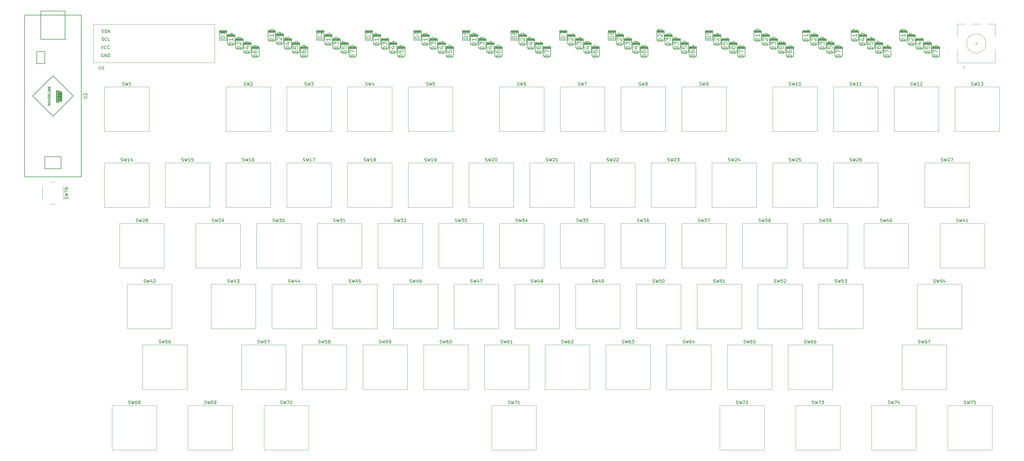
<source format=gbr>
%TF.GenerationSoftware,KiCad,Pcbnew,(5.1.7)-1*%
%TF.CreationDate,2020-12-17T15:48:16-08:00*%
%TF.ProjectId,memers and dreamers - Copy,6d656d65-7273-4206-916e-642064726561,rev?*%
%TF.SameCoordinates,Original*%
%TF.FileFunction,Legend,Top*%
%TF.FilePolarity,Positive*%
%FSLAX46Y46*%
G04 Gerber Fmt 4.6, Leading zero omitted, Abs format (unit mm)*
G04 Created by KiCad (PCBNEW (5.1.7)-1) date 2020-12-17 15:48:16*
%MOMM*%
%LPD*%
G01*
G04 APERTURE LIST*
%ADD10C,0.120000*%
%ADD11C,0.100000*%
%ADD12C,0.150000*%
%ADD13C,0.203200*%
G04 APERTURE END LIST*
D10*
%TO.C,SW73*%
X234188000Y-169545000D02*
X234188000Y-155575000D01*
X248158000Y-169545000D02*
X234188000Y-169545000D01*
X248158000Y-155575000D02*
X248158000Y-169545000D01*
X234188000Y-155575000D02*
X248158000Y-155575000D01*
%TO.C,SW75*%
X281813000Y-169545000D02*
X281813000Y-155575000D01*
X295783000Y-169545000D02*
X281813000Y-169545000D01*
X295783000Y-155575000D02*
X295783000Y-169545000D01*
X281813000Y-155575000D02*
X295783000Y-155575000D01*
%TO.C,SW74*%
X258001000Y-169545000D02*
X258001000Y-155575000D01*
X271971000Y-169545000D02*
X258001000Y-169545000D01*
X271971000Y-155575000D02*
X271971000Y-169545000D01*
X258001000Y-155575000D02*
X271971000Y-155575000D01*
%TO.C,SW72*%
X210375000Y-169545000D02*
X210375000Y-155575000D01*
X224345000Y-169545000D02*
X210375000Y-169545000D01*
X224345000Y-155575000D02*
X224345000Y-169545000D01*
X210375000Y-155575000D02*
X224345000Y-155575000D01*
%TO.C,SW57*%
X60325000Y-136525000D02*
X74295000Y-136525000D01*
X74295000Y-136525000D02*
X74295000Y-150495000D01*
X74295000Y-150495000D02*
X60325000Y-150495000D01*
X60325000Y-150495000D02*
X60325000Y-136525000D01*
%TO.C,SW58*%
X79375000Y-150495000D02*
X79375000Y-136525000D01*
X93345000Y-150495000D02*
X79375000Y-150495000D01*
X93345000Y-136525000D02*
X93345000Y-150495000D01*
X79375000Y-136525000D02*
X93345000Y-136525000D01*
%TO.C,SW59*%
X98425000Y-150495000D02*
X98425000Y-136525000D01*
X112395000Y-150495000D02*
X98425000Y-150495000D01*
X112395000Y-136525000D02*
X112395000Y-150495000D01*
X98425000Y-136525000D02*
X112395000Y-136525000D01*
%TO.C,SW56*%
X29337000Y-150495000D02*
X29337000Y-136525000D01*
X43307000Y-150495000D02*
X29337000Y-150495000D01*
X43307000Y-136525000D02*
X43307000Y-150495000D01*
X29337000Y-136525000D02*
X43307000Y-136525000D01*
%TO.C,SW66*%
X231775000Y-136525000D02*
X245745000Y-136525000D01*
X245745000Y-136525000D02*
X245745000Y-150495000D01*
X245745000Y-150495000D02*
X231775000Y-150495000D01*
X231775000Y-150495000D02*
X231775000Y-136525000D01*
%TO.C,SW60*%
X117475000Y-136525000D02*
X131445000Y-136525000D01*
X131445000Y-136525000D02*
X131445000Y-150495000D01*
X131445000Y-150495000D02*
X117475000Y-150495000D01*
X117475000Y-150495000D02*
X117475000Y-136525000D01*
%TO.C,SW69*%
X43624500Y-155575000D02*
X57594500Y-155575000D01*
X57594500Y-155575000D02*
X57594500Y-169545000D01*
X57594500Y-169545000D02*
X43624500Y-169545000D01*
X43624500Y-169545000D02*
X43624500Y-155575000D01*
%TO.C,SW64*%
X193675000Y-150495000D02*
X193675000Y-136525000D01*
X207645000Y-150495000D02*
X193675000Y-150495000D01*
X207645000Y-136525000D02*
X207645000Y-150495000D01*
X193675000Y-136525000D02*
X207645000Y-136525000D01*
%TO.C,SW70*%
X67437000Y-169545000D02*
X67437000Y-155575000D01*
X81407000Y-169545000D02*
X67437000Y-169545000D01*
X81407000Y-155575000D02*
X81407000Y-169545000D01*
X67437000Y-155575000D02*
X81407000Y-155575000D01*
%TO.C,SW68*%
X19812000Y-169545000D02*
X19812000Y-155575000D01*
X33782000Y-169545000D02*
X19812000Y-169545000D01*
X33782000Y-155575000D02*
X33782000Y-169545000D01*
X19812000Y-155575000D02*
X33782000Y-155575000D01*
%TO.C,SW65*%
X212725000Y-150495000D02*
X212725000Y-136525000D01*
X226695000Y-150495000D02*
X212725000Y-150495000D01*
X226695000Y-136525000D02*
X226695000Y-150495000D01*
X212725000Y-136525000D02*
X226695000Y-136525000D01*
%TO.C,SW71*%
X138875000Y-169545000D02*
X138875000Y-155575000D01*
X152845000Y-169545000D02*
X138875000Y-169545000D01*
X152845000Y-155575000D02*
X152845000Y-169545000D01*
X138875000Y-155575000D02*
X152845000Y-155575000D01*
%TO.C,SW61*%
X136525000Y-136525000D02*
X150495000Y-136525000D01*
X150495000Y-136525000D02*
X150495000Y-150495000D01*
X150495000Y-150495000D02*
X136525000Y-150495000D01*
X136525000Y-150495000D02*
X136525000Y-136525000D01*
%TO.C,SW67*%
X267525000Y-150495000D02*
X267525000Y-136525000D01*
X281495000Y-150495000D02*
X267525000Y-150495000D01*
X281495000Y-136525000D02*
X281495000Y-150495000D01*
X267525000Y-136525000D02*
X281495000Y-136525000D01*
%TO.C,SW63*%
X174625000Y-136525000D02*
X188595000Y-136525000D01*
X188595000Y-136525000D02*
X188595000Y-150495000D01*
X188595000Y-150495000D02*
X174625000Y-150495000D01*
X174625000Y-150495000D02*
X174625000Y-136525000D01*
%TO.C,SW62*%
X155575000Y-150495000D02*
X155575000Y-136525000D01*
X169545000Y-150495000D02*
X155575000Y-150495000D01*
X169545000Y-136525000D02*
X169545000Y-150495000D01*
X155575000Y-136525000D02*
X169545000Y-136525000D01*
%TO.C,SW76*%
X492500Y-92411500D02*
X1992500Y-92411500D01*
X4492500Y-91161500D02*
X4492500Y-86661500D01*
X1992500Y-85411500D02*
X492500Y-85411500D01*
X-2007500Y-86661500D02*
X-2007500Y-91161500D01*
D11*
%TO.C,U2*%
G36*
X2540000Y-56642000D02*
G01*
X2540000Y-60452000D01*
X2286000Y-60325000D01*
X2286000Y-56642000D01*
X2540000Y-56642000D01*
G37*
X2540000Y-56642000D02*
X2540000Y-60452000D01*
X2286000Y-60325000D01*
X2286000Y-56642000D01*
X2540000Y-56642000D01*
G36*
X3683000Y-59055000D02*
G01*
X3683000Y-59690000D01*
X3429000Y-59690000D01*
X3429000Y-59309000D01*
X3302000Y-59309000D01*
X3302000Y-59690000D01*
X3048000Y-59690000D01*
X3048000Y-59309000D01*
X2921000Y-59309000D01*
X2921000Y-59690000D01*
X2667000Y-59690000D01*
X2667000Y-59055000D01*
X3683000Y-59055000D01*
G37*
X3683000Y-59055000D02*
X3683000Y-59690000D01*
X3429000Y-59690000D01*
X3429000Y-59309000D01*
X3302000Y-59309000D01*
X3302000Y-59690000D01*
X3048000Y-59690000D01*
X3048000Y-59309000D01*
X2921000Y-59309000D01*
X2921000Y-59690000D01*
X2667000Y-59690000D01*
X2667000Y-59055000D01*
X3683000Y-59055000D01*
G36*
X3683000Y-59817000D02*
G01*
X2667000Y-59817000D01*
X2667000Y-60452000D01*
X2921000Y-60579000D01*
X2921000Y-60071000D01*
X3683000Y-60071000D01*
X3683000Y-59817000D01*
G37*
X3683000Y-59817000D02*
X2667000Y-59817000D01*
X2667000Y-60452000D01*
X2921000Y-60579000D01*
X2921000Y-60071000D01*
X3683000Y-60071000D01*
X3683000Y-59817000D01*
G36*
X3810000Y-60071000D02*
G01*
X3810000Y-57785000D01*
X2667000Y-57785000D01*
X2667000Y-57531000D01*
X3810000Y-57531000D01*
X3810000Y-57023000D01*
X4064000Y-57150000D01*
X4064000Y-60071000D01*
X3810000Y-60071000D01*
G37*
X3810000Y-60071000D02*
X3810000Y-57785000D01*
X2667000Y-57785000D01*
X2667000Y-57531000D01*
X3810000Y-57531000D01*
X3810000Y-57023000D01*
X4064000Y-57150000D01*
X4064000Y-60071000D01*
X3810000Y-60071000D01*
G36*
X2667000Y-58928000D02*
G01*
X3683000Y-58928000D01*
X3683000Y-57912000D01*
X2667000Y-57912000D01*
X2667000Y-58166000D01*
X3429000Y-58166000D01*
X3429000Y-58293000D01*
X2667000Y-58293000D01*
X2667000Y-58547000D01*
X3429000Y-58547000D01*
X3429000Y-58674000D01*
X2667000Y-58674000D01*
X2667000Y-58928000D01*
G37*
X2667000Y-58928000D02*
X3683000Y-58928000D01*
X3683000Y-57912000D01*
X2667000Y-57912000D01*
X2667000Y-58166000D01*
X3429000Y-58166000D01*
X3429000Y-58293000D01*
X2667000Y-58293000D01*
X2667000Y-58547000D01*
X3429000Y-58547000D01*
X3429000Y-58674000D01*
X2667000Y-58674000D01*
X2667000Y-58928000D01*
G36*
X2667000Y-57404000D02*
G01*
X3683000Y-57404000D01*
X3683000Y-57023000D01*
X2667000Y-56642000D01*
X2667000Y-56896000D01*
X3429000Y-57150000D01*
X2667000Y-57150000D01*
X2667000Y-57404000D01*
G37*
X2667000Y-57404000D02*
X3683000Y-57404000D01*
X3683000Y-57023000D01*
X2667000Y-56642000D01*
X2667000Y-56896000D01*
X3429000Y-57150000D01*
X2667000Y-57150000D01*
X2667000Y-57404000D01*
D12*
X-7620000Y-33020000D02*
X10160000Y-33020000D01*
X-7620000Y-83820000D02*
X-7620000Y-33020000D01*
X10160000Y-83820000D02*
X-7620000Y-83820000D01*
X10160000Y-33020000D02*
X10160000Y-83820000D01*
X1270000Y-64770000D02*
X-5080000Y-58420000D01*
X7620000Y-58420000D02*
X1270000Y-64770000D01*
X1270000Y-52070000D02*
X7620000Y-58420000D01*
X-5080000Y-58420000D02*
X1270000Y-52070000D01*
X3810000Y-81280000D02*
X-1270000Y-81280000D01*
X3810000Y-77470000D02*
X3810000Y-81280000D01*
X-1270000Y-77470000D02*
X3810000Y-77470000D01*
X-1270000Y-81280000D02*
X-1270000Y-77470000D01*
X-1270000Y-44450000D02*
X-3810000Y-44450000D01*
X-1270000Y-48260000D02*
X-1270000Y-44450000D01*
X-2540000Y-48260000D02*
X-1270000Y-48260000D01*
X-3810000Y-48260000D02*
X-2540000Y-48260000D01*
X-3810000Y-44450000D02*
X-3810000Y-48260000D01*
X-2540000Y-40640000D02*
X-2540000Y-31750000D01*
X5080000Y-40640000D02*
X5080000Y-31750000D01*
X5080000Y-31750000D02*
X-2540000Y-31750000D01*
X-2540000Y-40640000D02*
X5080000Y-40640000D01*
D10*
%TO.C,SW14*%
X17432000Y-93345000D02*
X17432000Y-79375000D01*
X31402000Y-93345000D02*
X17432000Y-93345000D01*
X31402000Y-79375000D02*
X31402000Y-93345000D01*
X17432000Y-79375000D02*
X31402000Y-79375000D01*
%TO.C,SW1*%
X17432000Y-69532500D02*
X17432000Y-55562500D01*
X31402000Y-69532500D02*
X17432000Y-69532500D01*
X31402000Y-55562500D02*
X31402000Y-69532500D01*
X17432000Y-55562500D02*
X31402000Y-55562500D01*
D13*
%TO.C,D75*%
X279273000Y-45974000D02*
X276987000Y-45974000D01*
X279273000Y-42926000D02*
X279273000Y-45974000D01*
X276987000Y-42926000D02*
X279273000Y-42926000D01*
X276987000Y-45974000D02*
X276987000Y-42926000D01*
D12*
X279230000Y-43150000D02*
X277130000Y-43150000D01*
X277030000Y-43150000D02*
X277130000Y-43150000D01*
X277130000Y-43150000D02*
X277030000Y-43150000D01*
X277030000Y-43350000D02*
X279230000Y-43350000D01*
X279230000Y-43550000D02*
X277030000Y-43550000D01*
D13*
%TO.C,D74*%
X264033000Y-45974000D02*
X261747000Y-45974000D01*
X264033000Y-42926000D02*
X264033000Y-45974000D01*
X261747000Y-42926000D02*
X264033000Y-42926000D01*
X261747000Y-45974000D02*
X261747000Y-42926000D01*
D12*
X263990000Y-43150000D02*
X261890000Y-43150000D01*
X261790000Y-43150000D02*
X261890000Y-43150000D01*
X261890000Y-43150000D02*
X261790000Y-43150000D01*
X261790000Y-43350000D02*
X263990000Y-43350000D01*
X263990000Y-43550000D02*
X261790000Y-43550000D01*
D13*
%TO.C,D73*%
X248793000Y-45974000D02*
X246507000Y-45974000D01*
X248793000Y-42926000D02*
X248793000Y-45974000D01*
X246507000Y-42926000D02*
X248793000Y-42926000D01*
X246507000Y-45974000D02*
X246507000Y-42926000D01*
D12*
X248750000Y-43150000D02*
X246650000Y-43150000D01*
X246550000Y-43150000D02*
X246650000Y-43150000D01*
X246650000Y-43150000D02*
X246550000Y-43150000D01*
X246550000Y-43350000D02*
X248750000Y-43350000D01*
X248750000Y-43550000D02*
X246550000Y-43550000D01*
D13*
%TO.C,D72*%
X218313000Y-45974000D02*
X216027000Y-45974000D01*
X218313000Y-42926000D02*
X218313000Y-45974000D01*
X216027000Y-42926000D02*
X218313000Y-42926000D01*
X216027000Y-45974000D02*
X216027000Y-42926000D01*
D12*
X218270000Y-43150000D02*
X216170000Y-43150000D01*
X216070000Y-43150000D02*
X216170000Y-43150000D01*
X216170000Y-43150000D02*
X216070000Y-43150000D01*
X216070000Y-43350000D02*
X218270000Y-43350000D01*
X218270000Y-43550000D02*
X216070000Y-43550000D01*
D13*
%TO.C,D71*%
X157353000Y-45974000D02*
X155067000Y-45974000D01*
X157353000Y-42926000D02*
X157353000Y-45974000D01*
X155067000Y-42926000D02*
X157353000Y-42926000D01*
X155067000Y-45974000D02*
X155067000Y-42926000D01*
D12*
X157310000Y-43150000D02*
X155210000Y-43150000D01*
X155110000Y-43150000D02*
X155210000Y-43150000D01*
X155210000Y-43150000D02*
X155110000Y-43150000D01*
X155110000Y-43350000D02*
X157310000Y-43350000D01*
X157310000Y-43550000D02*
X155110000Y-43550000D01*
D13*
%TO.C,D70*%
X96393000Y-45974000D02*
X94107000Y-45974000D01*
X96393000Y-42926000D02*
X96393000Y-45974000D01*
X94107000Y-42926000D02*
X96393000Y-42926000D01*
X94107000Y-45974000D02*
X94107000Y-42926000D01*
D12*
X96350000Y-43150000D02*
X94250000Y-43150000D01*
X94150000Y-43150000D02*
X94250000Y-43150000D01*
X94250000Y-43150000D02*
X94150000Y-43150000D01*
X94150000Y-43350000D02*
X96350000Y-43350000D01*
X96350000Y-43550000D02*
X94150000Y-43550000D01*
D13*
%TO.C,D69*%
X81153000Y-45974000D02*
X78867000Y-45974000D01*
X81153000Y-42926000D02*
X81153000Y-45974000D01*
X78867000Y-42926000D02*
X81153000Y-42926000D01*
X78867000Y-45974000D02*
X78867000Y-42926000D01*
D12*
X81110000Y-43150000D02*
X79010000Y-43150000D01*
X78910000Y-43150000D02*
X79010000Y-43150000D01*
X79010000Y-43150000D02*
X78910000Y-43150000D01*
X78910000Y-43350000D02*
X81110000Y-43350000D01*
X81110000Y-43550000D02*
X78910000Y-43550000D01*
%TO.C,D68*%
X65870000Y-43550000D02*
X63670000Y-43550000D01*
X63670000Y-43350000D02*
X65870000Y-43350000D01*
X63770000Y-43150000D02*
X63670000Y-43150000D01*
X63670000Y-43150000D02*
X63770000Y-43150000D01*
X65870000Y-43150000D02*
X63770000Y-43150000D01*
D13*
X63627000Y-45974000D02*
X63627000Y-42926000D01*
X63627000Y-42926000D02*
X65913000Y-42926000D01*
X65913000Y-42926000D02*
X65913000Y-45974000D01*
X65913000Y-45974000D02*
X63627000Y-45974000D01*
%TO.C,D67*%
X261493000Y-44704000D02*
X259207000Y-44704000D01*
X261493000Y-41656000D02*
X261493000Y-44704000D01*
X259207000Y-41656000D02*
X261493000Y-41656000D01*
X259207000Y-44704000D02*
X259207000Y-41656000D01*
D12*
X261450000Y-41880000D02*
X259350000Y-41880000D01*
X259250000Y-41880000D02*
X259350000Y-41880000D01*
X259350000Y-41880000D02*
X259250000Y-41880000D01*
X259250000Y-42080000D02*
X261450000Y-42080000D01*
X261450000Y-42280000D02*
X259250000Y-42280000D01*
D13*
%TO.C,D66*%
X233553000Y-45974000D02*
X231267000Y-45974000D01*
X233553000Y-42926000D02*
X233553000Y-45974000D01*
X231267000Y-42926000D02*
X233553000Y-42926000D01*
X231267000Y-45974000D02*
X231267000Y-42926000D01*
D12*
X233510000Y-43150000D02*
X231410000Y-43150000D01*
X231310000Y-43150000D02*
X231410000Y-43150000D01*
X231410000Y-43150000D02*
X231310000Y-43150000D01*
X231310000Y-43350000D02*
X233510000Y-43350000D01*
X233510000Y-43550000D02*
X231310000Y-43550000D01*
D13*
%TO.C,D65*%
X215773000Y-44704000D02*
X213487000Y-44704000D01*
X215773000Y-41656000D02*
X215773000Y-44704000D01*
X213487000Y-41656000D02*
X215773000Y-41656000D01*
X213487000Y-44704000D02*
X213487000Y-41656000D01*
D12*
X215730000Y-41880000D02*
X213630000Y-41880000D01*
X213530000Y-41880000D02*
X213630000Y-41880000D01*
X213630000Y-41880000D02*
X213530000Y-41880000D01*
X213530000Y-42080000D02*
X215730000Y-42080000D01*
X215730000Y-42280000D02*
X213530000Y-42280000D01*
D13*
%TO.C,D64*%
X203073000Y-45974000D02*
X200787000Y-45974000D01*
X203073000Y-42926000D02*
X203073000Y-45974000D01*
X200787000Y-42926000D02*
X203073000Y-42926000D01*
X200787000Y-45974000D02*
X200787000Y-42926000D01*
D12*
X203030000Y-43150000D02*
X200930000Y-43150000D01*
X200830000Y-43150000D02*
X200930000Y-43150000D01*
X200930000Y-43150000D02*
X200830000Y-43150000D01*
X200830000Y-43350000D02*
X203030000Y-43350000D01*
X203030000Y-43550000D02*
X200830000Y-43550000D01*
D13*
%TO.C,D63*%
X187833000Y-45974000D02*
X185547000Y-45974000D01*
X187833000Y-42926000D02*
X187833000Y-45974000D01*
X185547000Y-42926000D02*
X187833000Y-42926000D01*
X185547000Y-45974000D02*
X185547000Y-42926000D01*
D12*
X187790000Y-43150000D02*
X185690000Y-43150000D01*
X185590000Y-43150000D02*
X185690000Y-43150000D01*
X185690000Y-43150000D02*
X185590000Y-43150000D01*
X185590000Y-43350000D02*
X187790000Y-43350000D01*
X187790000Y-43550000D02*
X185590000Y-43550000D01*
D13*
%TO.C,D62*%
X172593000Y-45974000D02*
X170307000Y-45974000D01*
X172593000Y-42926000D02*
X172593000Y-45974000D01*
X170307000Y-42926000D02*
X172593000Y-42926000D01*
X170307000Y-45974000D02*
X170307000Y-42926000D01*
D12*
X172550000Y-43150000D02*
X170450000Y-43150000D01*
X170350000Y-43150000D02*
X170450000Y-43150000D01*
X170450000Y-43150000D02*
X170350000Y-43150000D01*
X170350000Y-43350000D02*
X172550000Y-43350000D01*
X172550000Y-43550000D02*
X170350000Y-43550000D01*
D13*
%TO.C,D61*%
X154813000Y-44704000D02*
X152527000Y-44704000D01*
X154813000Y-41656000D02*
X154813000Y-44704000D01*
X152527000Y-41656000D02*
X154813000Y-41656000D01*
X152527000Y-44704000D02*
X152527000Y-41656000D01*
D12*
X154770000Y-41880000D02*
X152670000Y-41880000D01*
X152570000Y-41880000D02*
X152670000Y-41880000D01*
X152670000Y-41880000D02*
X152570000Y-41880000D01*
X152570000Y-42080000D02*
X154770000Y-42080000D01*
X154770000Y-42280000D02*
X152570000Y-42280000D01*
D13*
%TO.C,D60*%
X142113000Y-45974000D02*
X139827000Y-45974000D01*
X142113000Y-42926000D02*
X142113000Y-45974000D01*
X139827000Y-42926000D02*
X142113000Y-42926000D01*
X139827000Y-45974000D02*
X139827000Y-42926000D01*
D12*
X142070000Y-43150000D02*
X139970000Y-43150000D01*
X139870000Y-43150000D02*
X139970000Y-43150000D01*
X139970000Y-43150000D02*
X139870000Y-43150000D01*
X139870000Y-43350000D02*
X142070000Y-43350000D01*
X142070000Y-43550000D02*
X139870000Y-43550000D01*
D13*
%TO.C,D59*%
X126873000Y-45974000D02*
X124587000Y-45974000D01*
X126873000Y-42926000D02*
X126873000Y-45974000D01*
X124587000Y-42926000D02*
X126873000Y-42926000D01*
X124587000Y-45974000D02*
X124587000Y-42926000D01*
D12*
X126830000Y-43150000D02*
X124730000Y-43150000D01*
X124630000Y-43150000D02*
X124730000Y-43150000D01*
X124730000Y-43150000D02*
X124630000Y-43150000D01*
X124630000Y-43350000D02*
X126830000Y-43350000D01*
X126830000Y-43550000D02*
X124630000Y-43550000D01*
D13*
%TO.C,D58*%
X111633000Y-45974000D02*
X109347000Y-45974000D01*
X111633000Y-42926000D02*
X111633000Y-45974000D01*
X109347000Y-42926000D02*
X111633000Y-42926000D01*
X109347000Y-45974000D02*
X109347000Y-42926000D01*
D12*
X111590000Y-43150000D02*
X109490000Y-43150000D01*
X109390000Y-43150000D02*
X109490000Y-43150000D01*
X109490000Y-43150000D02*
X109390000Y-43150000D01*
X109390000Y-43350000D02*
X111590000Y-43350000D01*
X111590000Y-43550000D02*
X109390000Y-43550000D01*
D13*
%TO.C,D57*%
X93853000Y-44704000D02*
X91567000Y-44704000D01*
X93853000Y-41656000D02*
X93853000Y-44704000D01*
X91567000Y-41656000D02*
X93853000Y-41656000D01*
X91567000Y-44704000D02*
X91567000Y-41656000D01*
D12*
X93810000Y-41880000D02*
X91710000Y-41880000D01*
X91610000Y-41880000D02*
X91710000Y-41880000D01*
X91710000Y-41880000D02*
X91610000Y-41880000D01*
X91610000Y-42080000D02*
X93810000Y-42080000D01*
X93810000Y-42280000D02*
X91610000Y-42280000D01*
D13*
%TO.C,D56*%
X78613000Y-44704000D02*
X76327000Y-44704000D01*
X78613000Y-41656000D02*
X78613000Y-44704000D01*
X76327000Y-41656000D02*
X78613000Y-41656000D01*
X76327000Y-44704000D02*
X76327000Y-41656000D01*
D12*
X78570000Y-41880000D02*
X76470000Y-41880000D01*
X76370000Y-41880000D02*
X76470000Y-41880000D01*
X76470000Y-41880000D02*
X76370000Y-41880000D01*
X76370000Y-42080000D02*
X78570000Y-42080000D01*
X78570000Y-42280000D02*
X76370000Y-42280000D01*
D13*
%TO.C,D55*%
X276733000Y-44704000D02*
X274447000Y-44704000D01*
X276733000Y-41656000D02*
X276733000Y-44704000D01*
X274447000Y-41656000D02*
X276733000Y-41656000D01*
X274447000Y-44704000D02*
X274447000Y-41656000D01*
D12*
X276690000Y-41880000D02*
X274590000Y-41880000D01*
X274490000Y-41880000D02*
X274590000Y-41880000D01*
X274590000Y-41880000D02*
X274490000Y-41880000D01*
X274490000Y-42080000D02*
X276690000Y-42080000D01*
X276690000Y-42280000D02*
X274490000Y-42280000D01*
D13*
%TO.C,D54*%
X258953000Y-43434000D02*
X256667000Y-43434000D01*
X258953000Y-40386000D02*
X258953000Y-43434000D01*
X256667000Y-40386000D02*
X258953000Y-40386000D01*
X256667000Y-43434000D02*
X256667000Y-40386000D01*
D12*
X258910000Y-40610000D02*
X256810000Y-40610000D01*
X256710000Y-40610000D02*
X256810000Y-40610000D01*
X256810000Y-40610000D02*
X256710000Y-40610000D01*
X256710000Y-40810000D02*
X258910000Y-40810000D01*
X258910000Y-41010000D02*
X256710000Y-41010000D01*
D13*
%TO.C,D53*%
X246253000Y-44704000D02*
X243967000Y-44704000D01*
X246253000Y-41656000D02*
X246253000Y-44704000D01*
X243967000Y-41656000D02*
X246253000Y-41656000D01*
X243967000Y-44704000D02*
X243967000Y-41656000D01*
D12*
X246210000Y-41880000D02*
X244110000Y-41880000D01*
X244010000Y-41880000D02*
X244110000Y-41880000D01*
X244110000Y-41880000D02*
X244010000Y-41880000D01*
X244010000Y-42080000D02*
X246210000Y-42080000D01*
X246210000Y-42280000D02*
X244010000Y-42280000D01*
D13*
%TO.C,D52*%
X231013000Y-44704000D02*
X228727000Y-44704000D01*
X231013000Y-41656000D02*
X231013000Y-44704000D01*
X228727000Y-41656000D02*
X231013000Y-41656000D01*
X228727000Y-44704000D02*
X228727000Y-41656000D01*
D12*
X230970000Y-41880000D02*
X228870000Y-41880000D01*
X228770000Y-41880000D02*
X228870000Y-41880000D01*
X228870000Y-41880000D02*
X228770000Y-41880000D01*
X228770000Y-42080000D02*
X230970000Y-42080000D01*
X230970000Y-42280000D02*
X228770000Y-42280000D01*
D13*
%TO.C,D51*%
X213233000Y-43434000D02*
X210947000Y-43434000D01*
X213233000Y-40386000D02*
X213233000Y-43434000D01*
X210947000Y-40386000D02*
X213233000Y-40386000D01*
X210947000Y-43434000D02*
X210947000Y-40386000D01*
D12*
X213190000Y-40610000D02*
X211090000Y-40610000D01*
X210990000Y-40610000D02*
X211090000Y-40610000D01*
X211090000Y-40610000D02*
X210990000Y-40610000D01*
X210990000Y-40810000D02*
X213190000Y-40810000D01*
X213190000Y-41010000D02*
X210990000Y-41010000D01*
D13*
%TO.C,D50*%
X200533000Y-44704000D02*
X198247000Y-44704000D01*
X200533000Y-41656000D02*
X200533000Y-44704000D01*
X198247000Y-41656000D02*
X200533000Y-41656000D01*
X198247000Y-44704000D02*
X198247000Y-41656000D01*
D12*
X200490000Y-41880000D02*
X198390000Y-41880000D01*
X198290000Y-41880000D02*
X198390000Y-41880000D01*
X198390000Y-41880000D02*
X198290000Y-41880000D01*
X198290000Y-42080000D02*
X200490000Y-42080000D01*
X200490000Y-42280000D02*
X198290000Y-42280000D01*
D13*
%TO.C,D49*%
X185293000Y-44704000D02*
X183007000Y-44704000D01*
X185293000Y-41656000D02*
X185293000Y-44704000D01*
X183007000Y-41656000D02*
X185293000Y-41656000D01*
X183007000Y-44704000D02*
X183007000Y-41656000D01*
D12*
X185250000Y-41880000D02*
X183150000Y-41880000D01*
X183050000Y-41880000D02*
X183150000Y-41880000D01*
X183150000Y-41880000D02*
X183050000Y-41880000D01*
X183050000Y-42080000D02*
X185250000Y-42080000D01*
X185250000Y-42280000D02*
X183050000Y-42280000D01*
D13*
%TO.C,D48*%
X170053000Y-44704000D02*
X167767000Y-44704000D01*
X170053000Y-41656000D02*
X170053000Y-44704000D01*
X167767000Y-41656000D02*
X170053000Y-41656000D01*
X167767000Y-44704000D02*
X167767000Y-41656000D01*
D12*
X170010000Y-41880000D02*
X167910000Y-41880000D01*
X167810000Y-41880000D02*
X167910000Y-41880000D01*
X167910000Y-41880000D02*
X167810000Y-41880000D01*
X167810000Y-42080000D02*
X170010000Y-42080000D01*
X170010000Y-42280000D02*
X167810000Y-42280000D01*
D13*
%TO.C,D47*%
X152273000Y-43434000D02*
X149987000Y-43434000D01*
X152273000Y-40386000D02*
X152273000Y-43434000D01*
X149987000Y-40386000D02*
X152273000Y-40386000D01*
X149987000Y-43434000D02*
X149987000Y-40386000D01*
D12*
X152230000Y-40610000D02*
X150130000Y-40610000D01*
X150030000Y-40610000D02*
X150130000Y-40610000D01*
X150130000Y-40610000D02*
X150030000Y-40610000D01*
X150030000Y-40810000D02*
X152230000Y-40810000D01*
X152230000Y-41010000D02*
X150030000Y-41010000D01*
D13*
%TO.C,D46*%
X139573000Y-44704000D02*
X137287000Y-44704000D01*
X139573000Y-41656000D02*
X139573000Y-44704000D01*
X137287000Y-41656000D02*
X139573000Y-41656000D01*
X137287000Y-44704000D02*
X137287000Y-41656000D01*
D12*
X139530000Y-41880000D02*
X137430000Y-41880000D01*
X137330000Y-41880000D02*
X137430000Y-41880000D01*
X137430000Y-41880000D02*
X137330000Y-41880000D01*
X137330000Y-42080000D02*
X139530000Y-42080000D01*
X139530000Y-42280000D02*
X137330000Y-42280000D01*
D13*
%TO.C,D45*%
X124333000Y-44704000D02*
X122047000Y-44704000D01*
X124333000Y-41656000D02*
X124333000Y-44704000D01*
X122047000Y-41656000D02*
X124333000Y-41656000D01*
X122047000Y-44704000D02*
X122047000Y-41656000D01*
D12*
X124290000Y-41880000D02*
X122190000Y-41880000D01*
X122090000Y-41880000D02*
X122190000Y-41880000D01*
X122190000Y-41880000D02*
X122090000Y-41880000D01*
X122090000Y-42080000D02*
X124290000Y-42080000D01*
X124290000Y-42280000D02*
X122090000Y-42280000D01*
D13*
%TO.C,D44*%
X109093000Y-44704000D02*
X106807000Y-44704000D01*
X109093000Y-41656000D02*
X109093000Y-44704000D01*
X106807000Y-41656000D02*
X109093000Y-41656000D01*
X106807000Y-44704000D02*
X106807000Y-41656000D01*
D12*
X109050000Y-41880000D02*
X106950000Y-41880000D01*
X106850000Y-41880000D02*
X106950000Y-41880000D01*
X106950000Y-41880000D02*
X106850000Y-41880000D01*
X106850000Y-42080000D02*
X109050000Y-42080000D01*
X109050000Y-42280000D02*
X106850000Y-42280000D01*
D13*
%TO.C,D43*%
X76073000Y-43434000D02*
X73787000Y-43434000D01*
X76073000Y-40386000D02*
X76073000Y-43434000D01*
X73787000Y-40386000D02*
X76073000Y-40386000D01*
X73787000Y-43434000D02*
X73787000Y-40386000D01*
D12*
X76030000Y-40610000D02*
X73930000Y-40610000D01*
X73830000Y-40610000D02*
X73930000Y-40610000D01*
X73930000Y-40610000D02*
X73830000Y-40610000D01*
X73830000Y-40810000D02*
X76030000Y-40810000D01*
X76030000Y-41010000D02*
X73830000Y-41010000D01*
%TO.C,D42*%
X63330000Y-42280000D02*
X61130000Y-42280000D01*
X61130000Y-42080000D02*
X63330000Y-42080000D01*
X61230000Y-41880000D02*
X61130000Y-41880000D01*
X61130000Y-41880000D02*
X61230000Y-41880000D01*
X63330000Y-41880000D02*
X61230000Y-41880000D01*
D13*
X61087000Y-44704000D02*
X61087000Y-41656000D01*
X61087000Y-41656000D02*
X63373000Y-41656000D01*
X63373000Y-41656000D02*
X63373000Y-44704000D01*
X63373000Y-44704000D02*
X61087000Y-44704000D01*
%TO.C,D41*%
X274193000Y-43434000D02*
X271907000Y-43434000D01*
X274193000Y-40386000D02*
X274193000Y-43434000D01*
X271907000Y-40386000D02*
X274193000Y-40386000D01*
X271907000Y-43434000D02*
X271907000Y-40386000D01*
D12*
X274150000Y-40610000D02*
X272050000Y-40610000D01*
X271950000Y-40610000D02*
X272050000Y-40610000D01*
X272050000Y-40610000D02*
X271950000Y-40610000D01*
X271950000Y-40810000D02*
X274150000Y-40810000D01*
X274150000Y-41010000D02*
X271950000Y-41010000D01*
D13*
%TO.C,D40*%
X256413000Y-42164000D02*
X254127000Y-42164000D01*
X256413000Y-39116000D02*
X256413000Y-42164000D01*
X254127000Y-39116000D02*
X256413000Y-39116000D01*
X254127000Y-42164000D02*
X254127000Y-39116000D01*
D12*
X256370000Y-39340000D02*
X254270000Y-39340000D01*
X254170000Y-39340000D02*
X254270000Y-39340000D01*
X254270000Y-39340000D02*
X254170000Y-39340000D01*
X254170000Y-39540000D02*
X256370000Y-39540000D01*
X256370000Y-39740000D02*
X254170000Y-39740000D01*
D13*
%TO.C,D39*%
X243713000Y-43434000D02*
X241427000Y-43434000D01*
X243713000Y-40386000D02*
X243713000Y-43434000D01*
X241427000Y-40386000D02*
X243713000Y-40386000D01*
X241427000Y-43434000D02*
X241427000Y-40386000D01*
D12*
X243670000Y-40610000D02*
X241570000Y-40610000D01*
X241470000Y-40610000D02*
X241570000Y-40610000D01*
X241570000Y-40610000D02*
X241470000Y-40610000D01*
X241470000Y-40810000D02*
X243670000Y-40810000D01*
X243670000Y-41010000D02*
X241470000Y-41010000D01*
D13*
%TO.C,D38*%
X228473000Y-43434000D02*
X226187000Y-43434000D01*
X228473000Y-40386000D02*
X228473000Y-43434000D01*
X226187000Y-40386000D02*
X228473000Y-40386000D01*
X226187000Y-43434000D02*
X226187000Y-40386000D01*
D12*
X228430000Y-40610000D02*
X226330000Y-40610000D01*
X226230000Y-40610000D02*
X226330000Y-40610000D01*
X226330000Y-40610000D02*
X226230000Y-40610000D01*
X226230000Y-40810000D02*
X228430000Y-40810000D01*
X228430000Y-41010000D02*
X226230000Y-41010000D01*
D13*
%TO.C,D37*%
X197993000Y-43434000D02*
X195707000Y-43434000D01*
X197993000Y-40386000D02*
X197993000Y-43434000D01*
X195707000Y-40386000D02*
X197993000Y-40386000D01*
X195707000Y-43434000D02*
X195707000Y-40386000D01*
D12*
X197950000Y-40610000D02*
X195850000Y-40610000D01*
X195750000Y-40610000D02*
X195850000Y-40610000D01*
X195850000Y-40610000D02*
X195750000Y-40610000D01*
X195750000Y-40810000D02*
X197950000Y-40810000D01*
X197950000Y-41010000D02*
X195750000Y-41010000D01*
D13*
%TO.C,D36*%
X195453000Y-42164000D02*
X193167000Y-42164000D01*
X195453000Y-39116000D02*
X195453000Y-42164000D01*
X193167000Y-39116000D02*
X195453000Y-39116000D01*
X193167000Y-42164000D02*
X193167000Y-39116000D01*
D12*
X195410000Y-39340000D02*
X193310000Y-39340000D01*
X193210000Y-39340000D02*
X193310000Y-39340000D01*
X193310000Y-39340000D02*
X193210000Y-39340000D01*
X193210000Y-39540000D02*
X195410000Y-39540000D01*
X195410000Y-39740000D02*
X193210000Y-39740000D01*
D13*
%TO.C,D35*%
X182753000Y-43434000D02*
X180467000Y-43434000D01*
X182753000Y-40386000D02*
X182753000Y-43434000D01*
X180467000Y-40386000D02*
X182753000Y-40386000D01*
X180467000Y-43434000D02*
X180467000Y-40386000D01*
D12*
X182710000Y-40610000D02*
X180610000Y-40610000D01*
X180510000Y-40610000D02*
X180610000Y-40610000D01*
X180610000Y-40610000D02*
X180510000Y-40610000D01*
X180510000Y-40810000D02*
X182710000Y-40810000D01*
X182710000Y-41010000D02*
X180510000Y-41010000D01*
D13*
%TO.C,D34*%
X167513000Y-43434000D02*
X165227000Y-43434000D01*
X167513000Y-40386000D02*
X167513000Y-43434000D01*
X165227000Y-40386000D02*
X167513000Y-40386000D01*
X165227000Y-43434000D02*
X165227000Y-40386000D01*
D12*
X167470000Y-40610000D02*
X165370000Y-40610000D01*
X165270000Y-40610000D02*
X165370000Y-40610000D01*
X165370000Y-40610000D02*
X165270000Y-40610000D01*
X165270000Y-40810000D02*
X167470000Y-40810000D01*
X167470000Y-41010000D02*
X165270000Y-41010000D01*
D13*
%TO.C,D33*%
X137033000Y-43434000D02*
X134747000Y-43434000D01*
X137033000Y-40386000D02*
X137033000Y-43434000D01*
X134747000Y-40386000D02*
X137033000Y-40386000D01*
X134747000Y-43434000D02*
X134747000Y-40386000D01*
D12*
X136990000Y-40610000D02*
X134890000Y-40610000D01*
X134790000Y-40610000D02*
X134890000Y-40610000D01*
X134890000Y-40610000D02*
X134790000Y-40610000D01*
X134790000Y-40810000D02*
X136990000Y-40810000D01*
X136990000Y-41010000D02*
X134790000Y-41010000D01*
D13*
%TO.C,D32*%
X121793000Y-43434000D02*
X119507000Y-43434000D01*
X121793000Y-40386000D02*
X121793000Y-43434000D01*
X119507000Y-40386000D02*
X121793000Y-40386000D01*
X119507000Y-43434000D02*
X119507000Y-40386000D01*
D12*
X121750000Y-40610000D02*
X119650000Y-40610000D01*
X119550000Y-40610000D02*
X119650000Y-40610000D01*
X119650000Y-40610000D02*
X119550000Y-40610000D01*
X119550000Y-40810000D02*
X121750000Y-40810000D01*
X121750000Y-41010000D02*
X119550000Y-41010000D01*
D13*
%TO.C,D31*%
X106553000Y-43434000D02*
X104267000Y-43434000D01*
X106553000Y-40386000D02*
X106553000Y-43434000D01*
X104267000Y-40386000D02*
X106553000Y-40386000D01*
X104267000Y-43434000D02*
X104267000Y-40386000D01*
D12*
X106510000Y-40610000D02*
X104410000Y-40610000D01*
X104310000Y-40610000D02*
X104410000Y-40610000D01*
X104410000Y-40610000D02*
X104310000Y-40610000D01*
X104310000Y-40810000D02*
X106510000Y-40810000D01*
X106510000Y-41010000D02*
X104310000Y-41010000D01*
D13*
%TO.C,D30*%
X91313000Y-43434000D02*
X89027000Y-43434000D01*
X91313000Y-40386000D02*
X91313000Y-43434000D01*
X89027000Y-40386000D02*
X91313000Y-40386000D01*
X89027000Y-43434000D02*
X89027000Y-40386000D01*
D12*
X91270000Y-40610000D02*
X89170000Y-40610000D01*
X89070000Y-40610000D02*
X89170000Y-40610000D01*
X89170000Y-40610000D02*
X89070000Y-40610000D01*
X89070000Y-40810000D02*
X91270000Y-40810000D01*
X91270000Y-41010000D02*
X89070000Y-41010000D01*
D13*
%TO.C,D29*%
X73533000Y-41910000D02*
X71247000Y-41910000D01*
X73533000Y-38862000D02*
X73533000Y-41910000D01*
X71247000Y-38862000D02*
X73533000Y-38862000D01*
X71247000Y-41910000D02*
X71247000Y-38862000D01*
D12*
X73490000Y-39086000D02*
X71390000Y-39086000D01*
X71290000Y-39086000D02*
X71390000Y-39086000D01*
X71390000Y-39086000D02*
X71290000Y-39086000D01*
X71290000Y-39286000D02*
X73490000Y-39286000D01*
X73490000Y-39486000D02*
X71290000Y-39486000D01*
%TO.C,D28*%
X60790000Y-41010000D02*
X58590000Y-41010000D01*
X58590000Y-40810000D02*
X60790000Y-40810000D01*
X58690000Y-40610000D02*
X58590000Y-40610000D01*
X58590000Y-40610000D02*
X58690000Y-40610000D01*
X60790000Y-40610000D02*
X58690000Y-40610000D01*
D13*
X58547000Y-43434000D02*
X58547000Y-40386000D01*
X58547000Y-40386000D02*
X60833000Y-40386000D01*
X60833000Y-40386000D02*
X60833000Y-43434000D01*
X60833000Y-43434000D02*
X58547000Y-43434000D01*
%TO.C,D27*%
X271653000Y-42164000D02*
X269367000Y-42164000D01*
X271653000Y-39116000D02*
X271653000Y-42164000D01*
X269367000Y-39116000D02*
X271653000Y-39116000D01*
X269367000Y-42164000D02*
X269367000Y-39116000D01*
D12*
X271610000Y-39340000D02*
X269510000Y-39340000D01*
X269410000Y-39340000D02*
X269510000Y-39340000D01*
X269510000Y-39340000D02*
X269410000Y-39340000D01*
X269410000Y-39540000D02*
X271610000Y-39540000D01*
X271610000Y-39740000D02*
X269410000Y-39740000D01*
D13*
%TO.C,D26*%
X241173000Y-42164000D02*
X238887000Y-42164000D01*
X241173000Y-39116000D02*
X241173000Y-42164000D01*
X238887000Y-39116000D02*
X241173000Y-39116000D01*
X238887000Y-42164000D02*
X238887000Y-39116000D01*
D12*
X241130000Y-39340000D02*
X239030000Y-39340000D01*
X238930000Y-39340000D02*
X239030000Y-39340000D01*
X239030000Y-39340000D02*
X238930000Y-39340000D01*
X238930000Y-39540000D02*
X241130000Y-39540000D01*
X241130000Y-39740000D02*
X238930000Y-39740000D01*
D13*
%TO.C,D25*%
X225933000Y-42164000D02*
X223647000Y-42164000D01*
X225933000Y-39116000D02*
X225933000Y-42164000D01*
X223647000Y-39116000D02*
X225933000Y-39116000D01*
X223647000Y-42164000D02*
X223647000Y-39116000D01*
D12*
X225890000Y-39340000D02*
X223790000Y-39340000D01*
X223690000Y-39340000D02*
X223790000Y-39340000D01*
X223790000Y-39340000D02*
X223690000Y-39340000D01*
X223690000Y-39540000D02*
X225890000Y-39540000D01*
X225890000Y-39740000D02*
X223690000Y-39740000D01*
D13*
%TO.C,D24*%
X210693000Y-42164000D02*
X208407000Y-42164000D01*
X210693000Y-39116000D02*
X210693000Y-42164000D01*
X208407000Y-39116000D02*
X210693000Y-39116000D01*
X208407000Y-42164000D02*
X208407000Y-39116000D01*
D12*
X210650000Y-39340000D02*
X208550000Y-39340000D01*
X208450000Y-39340000D02*
X208550000Y-39340000D01*
X208550000Y-39340000D02*
X208450000Y-39340000D01*
X208450000Y-39540000D02*
X210650000Y-39540000D01*
X210650000Y-39740000D02*
X208450000Y-39740000D01*
D13*
%TO.C,D23*%
X192913000Y-40894000D02*
X190627000Y-40894000D01*
X192913000Y-37846000D02*
X192913000Y-40894000D01*
X190627000Y-37846000D02*
X192913000Y-37846000D01*
X190627000Y-40894000D02*
X190627000Y-37846000D01*
D12*
X192870000Y-38070000D02*
X190770000Y-38070000D01*
X190670000Y-38070000D02*
X190770000Y-38070000D01*
X190770000Y-38070000D02*
X190670000Y-38070000D01*
X190670000Y-38270000D02*
X192870000Y-38270000D01*
X192870000Y-38470000D02*
X190670000Y-38470000D01*
D13*
%TO.C,D22*%
X180213000Y-42164000D02*
X177927000Y-42164000D01*
X180213000Y-39116000D02*
X180213000Y-42164000D01*
X177927000Y-39116000D02*
X180213000Y-39116000D01*
X177927000Y-42164000D02*
X177927000Y-39116000D01*
D12*
X180170000Y-39340000D02*
X178070000Y-39340000D01*
X177970000Y-39340000D02*
X178070000Y-39340000D01*
X178070000Y-39340000D02*
X177970000Y-39340000D01*
X177970000Y-39540000D02*
X180170000Y-39540000D01*
X180170000Y-39740000D02*
X177970000Y-39740000D01*
D13*
%TO.C,D21*%
X164973000Y-42164000D02*
X162687000Y-42164000D01*
X164973000Y-39116000D02*
X164973000Y-42164000D01*
X162687000Y-39116000D02*
X164973000Y-39116000D01*
X162687000Y-42164000D02*
X162687000Y-39116000D01*
D12*
X164930000Y-39340000D02*
X162830000Y-39340000D01*
X162730000Y-39340000D02*
X162830000Y-39340000D01*
X162830000Y-39340000D02*
X162730000Y-39340000D01*
X162730000Y-39540000D02*
X164930000Y-39540000D01*
X164930000Y-39740000D02*
X162730000Y-39740000D01*
D13*
%TO.C,D20*%
X149733000Y-42164000D02*
X147447000Y-42164000D01*
X149733000Y-39116000D02*
X149733000Y-42164000D01*
X147447000Y-39116000D02*
X149733000Y-39116000D01*
X147447000Y-42164000D02*
X147447000Y-39116000D01*
D12*
X149690000Y-39340000D02*
X147590000Y-39340000D01*
X147490000Y-39340000D02*
X147590000Y-39340000D01*
X147590000Y-39340000D02*
X147490000Y-39340000D01*
X147490000Y-39540000D02*
X149690000Y-39540000D01*
X149690000Y-39740000D02*
X147490000Y-39740000D01*
D13*
%TO.C,D19*%
X134493000Y-42164000D02*
X132207000Y-42164000D01*
X134493000Y-39116000D02*
X134493000Y-42164000D01*
X132207000Y-39116000D02*
X134493000Y-39116000D01*
X132207000Y-42164000D02*
X132207000Y-39116000D01*
D12*
X134450000Y-39340000D02*
X132350000Y-39340000D01*
X132250000Y-39340000D02*
X132350000Y-39340000D01*
X132350000Y-39340000D02*
X132250000Y-39340000D01*
X132250000Y-39540000D02*
X134450000Y-39540000D01*
X134450000Y-39740000D02*
X132250000Y-39740000D01*
D13*
%TO.C,D18*%
X119253000Y-42164000D02*
X116967000Y-42164000D01*
X119253000Y-39116000D02*
X119253000Y-42164000D01*
X116967000Y-39116000D02*
X119253000Y-39116000D01*
X116967000Y-42164000D02*
X116967000Y-39116000D01*
D12*
X119210000Y-39340000D02*
X117110000Y-39340000D01*
X117010000Y-39340000D02*
X117110000Y-39340000D01*
X117110000Y-39340000D02*
X117010000Y-39340000D01*
X117010000Y-39540000D02*
X119210000Y-39540000D01*
X119210000Y-39740000D02*
X117010000Y-39740000D01*
D13*
%TO.C,D17*%
X104013000Y-42164000D02*
X101727000Y-42164000D01*
X104013000Y-39116000D02*
X104013000Y-42164000D01*
X101727000Y-39116000D02*
X104013000Y-39116000D01*
X101727000Y-42164000D02*
X101727000Y-39116000D01*
D12*
X103970000Y-39340000D02*
X101870000Y-39340000D01*
X101770000Y-39340000D02*
X101870000Y-39340000D01*
X101870000Y-39340000D02*
X101770000Y-39340000D01*
X101770000Y-39540000D02*
X103970000Y-39540000D01*
X103970000Y-39740000D02*
X101770000Y-39740000D01*
D13*
%TO.C,D16*%
X88773000Y-42164000D02*
X86487000Y-42164000D01*
X88773000Y-39116000D02*
X88773000Y-42164000D01*
X86487000Y-39116000D02*
X88773000Y-39116000D01*
X86487000Y-42164000D02*
X86487000Y-39116000D01*
D12*
X88730000Y-39340000D02*
X86630000Y-39340000D01*
X86530000Y-39340000D02*
X86630000Y-39340000D01*
X86630000Y-39340000D02*
X86530000Y-39340000D01*
X86530000Y-39540000D02*
X88730000Y-39540000D01*
X88730000Y-39740000D02*
X86530000Y-39740000D01*
D13*
%TO.C,D15*%
X70993000Y-40894000D02*
X68707000Y-40894000D01*
X70993000Y-37846000D02*
X70993000Y-40894000D01*
X68707000Y-37846000D02*
X70993000Y-37846000D01*
X68707000Y-40894000D02*
X68707000Y-37846000D01*
D12*
X70950000Y-38070000D02*
X68850000Y-38070000D01*
X68750000Y-38070000D02*
X68850000Y-38070000D01*
X68850000Y-38070000D02*
X68750000Y-38070000D01*
X68750000Y-38270000D02*
X70950000Y-38270000D01*
X70950000Y-38470000D02*
X68750000Y-38470000D01*
%TO.C,D14*%
X58250000Y-39740000D02*
X56050000Y-39740000D01*
X56050000Y-39540000D02*
X58250000Y-39540000D01*
X56150000Y-39340000D02*
X56050000Y-39340000D01*
X56050000Y-39340000D02*
X56150000Y-39340000D01*
X58250000Y-39340000D02*
X56150000Y-39340000D01*
D13*
X56007000Y-42164000D02*
X56007000Y-39116000D01*
X56007000Y-39116000D02*
X58293000Y-39116000D01*
X58293000Y-39116000D02*
X58293000Y-42164000D01*
X58293000Y-42164000D02*
X56007000Y-42164000D01*
%TO.C,D13*%
X269113000Y-40894000D02*
X266827000Y-40894000D01*
X269113000Y-37846000D02*
X269113000Y-40894000D01*
X266827000Y-37846000D02*
X269113000Y-37846000D01*
X266827000Y-40894000D02*
X266827000Y-37846000D01*
D12*
X269070000Y-38070000D02*
X266970000Y-38070000D01*
X266870000Y-38070000D02*
X266970000Y-38070000D01*
X266970000Y-38070000D02*
X266870000Y-38070000D01*
X266870000Y-38270000D02*
X269070000Y-38270000D01*
X269070000Y-38470000D02*
X266870000Y-38470000D01*
D13*
%TO.C,D12*%
X253873000Y-40894000D02*
X251587000Y-40894000D01*
X253873000Y-37846000D02*
X253873000Y-40894000D01*
X251587000Y-37846000D02*
X253873000Y-37846000D01*
X251587000Y-40894000D02*
X251587000Y-37846000D01*
D12*
X253830000Y-38070000D02*
X251730000Y-38070000D01*
X251630000Y-38070000D02*
X251730000Y-38070000D01*
X251730000Y-38070000D02*
X251630000Y-38070000D01*
X251630000Y-38270000D02*
X253830000Y-38270000D01*
X253830000Y-38470000D02*
X251630000Y-38470000D01*
D13*
%TO.C,D11*%
X238633000Y-40894000D02*
X236347000Y-40894000D01*
X238633000Y-37846000D02*
X238633000Y-40894000D01*
X236347000Y-37846000D02*
X238633000Y-37846000D01*
X236347000Y-40894000D02*
X236347000Y-37846000D01*
D12*
X238590000Y-38070000D02*
X236490000Y-38070000D01*
X236390000Y-38070000D02*
X236490000Y-38070000D01*
X236490000Y-38070000D02*
X236390000Y-38070000D01*
X236390000Y-38270000D02*
X238590000Y-38270000D01*
X238590000Y-38470000D02*
X236390000Y-38470000D01*
D13*
%TO.C,D10*%
X223393000Y-40894000D02*
X221107000Y-40894000D01*
X223393000Y-37846000D02*
X223393000Y-40894000D01*
X221107000Y-37846000D02*
X223393000Y-37846000D01*
X221107000Y-40894000D02*
X221107000Y-37846000D01*
D12*
X223350000Y-38070000D02*
X221250000Y-38070000D01*
X221150000Y-38070000D02*
X221250000Y-38070000D01*
X221250000Y-38070000D02*
X221150000Y-38070000D01*
X221150000Y-38270000D02*
X223350000Y-38270000D01*
X223350000Y-38470000D02*
X221150000Y-38470000D01*
D13*
%TO.C,D9*%
X208153000Y-40894000D02*
X205867000Y-40894000D01*
X208153000Y-37846000D02*
X208153000Y-40894000D01*
X205867000Y-37846000D02*
X208153000Y-37846000D01*
X205867000Y-40894000D02*
X205867000Y-37846000D01*
D12*
X208110000Y-38070000D02*
X206010000Y-38070000D01*
X205910000Y-38070000D02*
X206010000Y-38070000D01*
X206010000Y-38070000D02*
X205910000Y-38070000D01*
X205910000Y-38270000D02*
X208110000Y-38270000D01*
X208110000Y-38470000D02*
X205910000Y-38470000D01*
D13*
%TO.C,D8*%
X177673000Y-40894000D02*
X175387000Y-40894000D01*
X177673000Y-37846000D02*
X177673000Y-40894000D01*
X175387000Y-37846000D02*
X177673000Y-37846000D01*
X175387000Y-40894000D02*
X175387000Y-37846000D01*
D12*
X177630000Y-38070000D02*
X175530000Y-38070000D01*
X175430000Y-38070000D02*
X175530000Y-38070000D01*
X175530000Y-38070000D02*
X175430000Y-38070000D01*
X175430000Y-38270000D02*
X177630000Y-38270000D01*
X177630000Y-38470000D02*
X175430000Y-38470000D01*
D13*
%TO.C,D7*%
X162433000Y-40894000D02*
X160147000Y-40894000D01*
X162433000Y-37846000D02*
X162433000Y-40894000D01*
X160147000Y-37846000D02*
X162433000Y-37846000D01*
X160147000Y-40894000D02*
X160147000Y-37846000D01*
D12*
X162390000Y-38070000D02*
X160290000Y-38070000D01*
X160190000Y-38070000D02*
X160290000Y-38070000D01*
X160290000Y-38070000D02*
X160190000Y-38070000D01*
X160190000Y-38270000D02*
X162390000Y-38270000D01*
X162390000Y-38470000D02*
X160190000Y-38470000D01*
D13*
%TO.C,D6*%
X147193000Y-40894000D02*
X144907000Y-40894000D01*
X147193000Y-37846000D02*
X147193000Y-40894000D01*
X144907000Y-37846000D02*
X147193000Y-37846000D01*
X144907000Y-40894000D02*
X144907000Y-37846000D01*
D12*
X147150000Y-38070000D02*
X145050000Y-38070000D01*
X144950000Y-38070000D02*
X145050000Y-38070000D01*
X145050000Y-38070000D02*
X144950000Y-38070000D01*
X144950000Y-38270000D02*
X147150000Y-38270000D01*
X147150000Y-38470000D02*
X144950000Y-38470000D01*
D13*
%TO.C,D5*%
X131953000Y-40894000D02*
X129667000Y-40894000D01*
X131953000Y-37846000D02*
X131953000Y-40894000D01*
X129667000Y-37846000D02*
X131953000Y-37846000D01*
X129667000Y-40894000D02*
X129667000Y-37846000D01*
D12*
X131910000Y-38070000D02*
X129810000Y-38070000D01*
X129710000Y-38070000D02*
X129810000Y-38070000D01*
X129810000Y-38070000D02*
X129710000Y-38070000D01*
X129710000Y-38270000D02*
X131910000Y-38270000D01*
X131910000Y-38470000D02*
X129710000Y-38470000D01*
D13*
%TO.C,D4*%
X116713000Y-40894000D02*
X114427000Y-40894000D01*
X116713000Y-37846000D02*
X116713000Y-40894000D01*
X114427000Y-37846000D02*
X116713000Y-37846000D01*
X114427000Y-40894000D02*
X114427000Y-37846000D01*
D12*
X116670000Y-38070000D02*
X114570000Y-38070000D01*
X114470000Y-38070000D02*
X114570000Y-38070000D01*
X114570000Y-38070000D02*
X114470000Y-38070000D01*
X114470000Y-38270000D02*
X116670000Y-38270000D01*
X116670000Y-38470000D02*
X114470000Y-38470000D01*
D13*
%TO.C,D3*%
X101473000Y-40894000D02*
X99187000Y-40894000D01*
X101473000Y-37846000D02*
X101473000Y-40894000D01*
X99187000Y-37846000D02*
X101473000Y-37846000D01*
X99187000Y-40894000D02*
X99187000Y-37846000D01*
D12*
X101430000Y-38070000D02*
X99330000Y-38070000D01*
X99230000Y-38070000D02*
X99330000Y-38070000D01*
X99330000Y-38070000D02*
X99230000Y-38070000D01*
X99230000Y-38270000D02*
X101430000Y-38270000D01*
X101430000Y-38470000D02*
X99230000Y-38470000D01*
D13*
%TO.C,D2*%
X86233000Y-40894000D02*
X83947000Y-40894000D01*
X86233000Y-37846000D02*
X86233000Y-40894000D01*
X83947000Y-37846000D02*
X86233000Y-37846000D01*
X83947000Y-40894000D02*
X83947000Y-37846000D01*
D12*
X86190000Y-38070000D02*
X84090000Y-38070000D01*
X83990000Y-38070000D02*
X84090000Y-38070000D01*
X84090000Y-38070000D02*
X83990000Y-38070000D01*
X83990000Y-38270000D02*
X86190000Y-38270000D01*
X86190000Y-38470000D02*
X83990000Y-38470000D01*
%TO.C,D1*%
X55710000Y-38470000D02*
X53510000Y-38470000D01*
X53510000Y-38270000D02*
X55710000Y-38270000D01*
X53610000Y-38070000D02*
X53510000Y-38070000D01*
X53510000Y-38070000D02*
X53610000Y-38070000D01*
X55710000Y-38070000D02*
X53610000Y-38070000D01*
D13*
X53467000Y-40894000D02*
X53467000Y-37846000D01*
X53467000Y-37846000D02*
X55753000Y-37846000D01*
X55753000Y-37846000D02*
X55753000Y-40894000D01*
X55753000Y-40894000D02*
X53467000Y-40894000D01*
D10*
%TO.C,SW2*%
X55532000Y-69532500D02*
X55532000Y-55562500D01*
X69502000Y-69532500D02*
X55532000Y-69532500D01*
X69502000Y-55562500D02*
X69502000Y-69532500D01*
X55532000Y-55562500D02*
X69502000Y-55562500D01*
%TO.C,SW3*%
X74582000Y-69532500D02*
X74582000Y-55562500D01*
X88552000Y-69532500D02*
X74582000Y-69532500D01*
X88552000Y-55562500D02*
X88552000Y-69532500D01*
X74582000Y-55562500D02*
X88552000Y-55562500D01*
%TO.C,SW4*%
X93632000Y-55562500D02*
X107602000Y-55562500D01*
X107602000Y-55562500D02*
X107602000Y-69532500D01*
X107602000Y-69532500D02*
X93632000Y-69532500D01*
X93632000Y-69532500D02*
X93632000Y-55562500D01*
%TO.C,SW5*%
X112682000Y-69532500D02*
X112682000Y-55562500D01*
X126652000Y-69532500D02*
X112682000Y-69532500D01*
X126652000Y-55562500D02*
X126652000Y-69532500D01*
X112682000Y-55562500D02*
X126652000Y-55562500D01*
%TO.C,SW6*%
X141257000Y-55562500D02*
X155227000Y-55562500D01*
X155227000Y-55562500D02*
X155227000Y-69532500D01*
X155227000Y-69532500D02*
X141257000Y-69532500D01*
X141257000Y-69532500D02*
X141257000Y-55562500D01*
%TO.C,SW7*%
X160307000Y-69532500D02*
X160307000Y-55562500D01*
X174277000Y-69532500D02*
X160307000Y-69532500D01*
X174277000Y-55562500D02*
X174277000Y-69532500D01*
X160307000Y-55562500D02*
X174277000Y-55562500D01*
%TO.C,SW8*%
X179357000Y-55562500D02*
X193327000Y-55562500D01*
X193327000Y-55562500D02*
X193327000Y-69532500D01*
X193327000Y-69532500D02*
X179357000Y-69532500D01*
X179357000Y-69532500D02*
X179357000Y-55562500D01*
%TO.C,SW9*%
X198407000Y-55562500D02*
X212377000Y-55562500D01*
X212377000Y-55562500D02*
X212377000Y-69532500D01*
X212377000Y-69532500D02*
X198407000Y-69532500D01*
X198407000Y-69532500D02*
X198407000Y-55562500D01*
%TO.C,SW10*%
X226982000Y-55562500D02*
X240952000Y-55562500D01*
X240952000Y-55562500D02*
X240952000Y-69532500D01*
X240952000Y-69532500D02*
X226982000Y-69532500D01*
X226982000Y-69532500D02*
X226982000Y-55562500D01*
%TO.C,SW11*%
X246032000Y-69532500D02*
X246032000Y-55562500D01*
X260002000Y-69532500D02*
X246032000Y-69532500D01*
X260002000Y-55562500D02*
X260002000Y-69532500D01*
X246032000Y-55562500D02*
X260002000Y-55562500D01*
%TO.C,SW12*%
X265082000Y-55562500D02*
X279052000Y-55562500D01*
X279052000Y-55562500D02*
X279052000Y-69532500D01*
X279052000Y-69532500D02*
X265082000Y-69532500D01*
X265082000Y-69532500D02*
X265082000Y-55562500D01*
%TO.C,SW13*%
X284132000Y-69532500D02*
X284132000Y-55562500D01*
X298102000Y-69532500D02*
X284132000Y-69532500D01*
X298102000Y-55562500D02*
X298102000Y-69532500D01*
X284132000Y-55562500D02*
X298102000Y-55562500D01*
%TO.C,SW15*%
X36482000Y-79375000D02*
X50452000Y-79375000D01*
X50452000Y-79375000D02*
X50452000Y-93345000D01*
X50452000Y-93345000D02*
X36482000Y-93345000D01*
X36482000Y-93345000D02*
X36482000Y-79375000D01*
%TO.C,SW16*%
X55532000Y-79375000D02*
X69502000Y-79375000D01*
X69502000Y-79375000D02*
X69502000Y-93345000D01*
X69502000Y-93345000D02*
X55532000Y-93345000D01*
X55532000Y-93345000D02*
X55532000Y-79375000D01*
%TO.C,SW17*%
X74582000Y-79375000D02*
X88552000Y-79375000D01*
X88552000Y-79375000D02*
X88552000Y-93345000D01*
X88552000Y-93345000D02*
X74582000Y-93345000D01*
X74582000Y-93345000D02*
X74582000Y-79375000D01*
%TO.C,SW18*%
X93632000Y-93345000D02*
X93632000Y-79375000D01*
X107602000Y-93345000D02*
X93632000Y-93345000D01*
X107602000Y-79375000D02*
X107602000Y-93345000D01*
X93632000Y-79375000D02*
X107602000Y-79375000D01*
%TO.C,SW19*%
X112682000Y-79375000D02*
X126652000Y-79375000D01*
X126652000Y-79375000D02*
X126652000Y-93345000D01*
X126652000Y-93345000D02*
X112682000Y-93345000D01*
X112682000Y-93345000D02*
X112682000Y-79375000D01*
%TO.C,SW20*%
X131732000Y-93345000D02*
X131732000Y-79375000D01*
X145702000Y-93345000D02*
X131732000Y-93345000D01*
X145702000Y-79375000D02*
X145702000Y-93345000D01*
X131732000Y-79375000D02*
X145702000Y-79375000D01*
%TO.C,SW21*%
X150782000Y-93345000D02*
X150782000Y-79375000D01*
X164752000Y-93345000D02*
X150782000Y-93345000D01*
X164752000Y-79375000D02*
X164752000Y-93345000D01*
X150782000Y-79375000D02*
X164752000Y-79375000D01*
%TO.C,SW22*%
X169832000Y-79375000D02*
X183802000Y-79375000D01*
X183802000Y-79375000D02*
X183802000Y-93345000D01*
X183802000Y-93345000D02*
X169832000Y-93345000D01*
X169832000Y-93345000D02*
X169832000Y-79375000D01*
%TO.C,SW23*%
X188882000Y-79375000D02*
X202852000Y-79375000D01*
X202852000Y-79375000D02*
X202852000Y-93345000D01*
X202852000Y-93345000D02*
X188882000Y-93345000D01*
X188882000Y-93345000D02*
X188882000Y-79375000D01*
%TO.C,SW24*%
X207932000Y-93345000D02*
X207932000Y-79375000D01*
X221902000Y-93345000D02*
X207932000Y-93345000D01*
X221902000Y-79375000D02*
X221902000Y-93345000D01*
X207932000Y-79375000D02*
X221902000Y-79375000D01*
%TO.C,SW25*%
X226982000Y-93345000D02*
X226982000Y-79375000D01*
X240952000Y-93345000D02*
X226982000Y-93345000D01*
X240952000Y-79375000D02*
X240952000Y-93345000D01*
X226982000Y-79375000D02*
X240952000Y-79375000D01*
%TO.C,SW26*%
X246032000Y-93345000D02*
X246032000Y-79375000D01*
X260002000Y-93345000D02*
X246032000Y-93345000D01*
X260002000Y-79375000D02*
X260002000Y-93345000D01*
X246032000Y-79375000D02*
X260002000Y-79375000D01*
%TO.C,SW27*%
X274665000Y-93345000D02*
X274665000Y-79375000D01*
X288635000Y-93345000D02*
X274665000Y-93345000D01*
X288635000Y-79375000D02*
X288635000Y-93345000D01*
X274665000Y-79375000D02*
X288635000Y-79375000D01*
%TO.C,SW28*%
X22194500Y-112395000D02*
X22194500Y-98425000D01*
X36164500Y-112395000D02*
X22194500Y-112395000D01*
X36164500Y-98425000D02*
X36164500Y-112395000D01*
X22194500Y-98425000D02*
X36164500Y-98425000D01*
%TO.C,SW29*%
X46007000Y-112395000D02*
X46007000Y-98425000D01*
X59977000Y-112395000D02*
X46007000Y-112395000D01*
X59977000Y-98425000D02*
X59977000Y-112395000D01*
X46007000Y-98425000D02*
X59977000Y-98425000D01*
%TO.C,SW30*%
X65057000Y-98425000D02*
X79027000Y-98425000D01*
X79027000Y-98425000D02*
X79027000Y-112395000D01*
X79027000Y-112395000D02*
X65057000Y-112395000D01*
X65057000Y-112395000D02*
X65057000Y-98425000D01*
%TO.C,SW31*%
X84107000Y-98425000D02*
X98077000Y-98425000D01*
X98077000Y-98425000D02*
X98077000Y-112395000D01*
X98077000Y-112395000D02*
X84107000Y-112395000D01*
X84107000Y-112395000D02*
X84107000Y-98425000D01*
%TO.C,SW32*%
X103157000Y-98425000D02*
X117127000Y-98425000D01*
X117127000Y-98425000D02*
X117127000Y-112395000D01*
X117127000Y-112395000D02*
X103157000Y-112395000D01*
X103157000Y-112395000D02*
X103157000Y-98425000D01*
%TO.C,SW33*%
X122207000Y-98425000D02*
X136177000Y-98425000D01*
X136177000Y-98425000D02*
X136177000Y-112395000D01*
X136177000Y-112395000D02*
X122207000Y-112395000D01*
X122207000Y-112395000D02*
X122207000Y-98425000D01*
%TO.C,SW34*%
X141257000Y-98425000D02*
X155227000Y-98425000D01*
X155227000Y-98425000D02*
X155227000Y-112395000D01*
X155227000Y-112395000D02*
X141257000Y-112395000D01*
X141257000Y-112395000D02*
X141257000Y-98425000D01*
%TO.C,SW35*%
X160307000Y-112395000D02*
X160307000Y-98425000D01*
X174277000Y-112395000D02*
X160307000Y-112395000D01*
X174277000Y-98425000D02*
X174277000Y-112395000D01*
X160307000Y-98425000D02*
X174277000Y-98425000D01*
%TO.C,SW36*%
X179357000Y-98425000D02*
X193327000Y-98425000D01*
X193327000Y-98425000D02*
X193327000Y-112395000D01*
X193327000Y-112395000D02*
X179357000Y-112395000D01*
X179357000Y-112395000D02*
X179357000Y-98425000D01*
%TO.C,SW37*%
X198407000Y-98425000D02*
X212377000Y-98425000D01*
X212377000Y-98425000D02*
X212377000Y-112395000D01*
X212377000Y-112395000D02*
X198407000Y-112395000D01*
X198407000Y-112395000D02*
X198407000Y-98425000D01*
%TO.C,SW38*%
X217457000Y-112395000D02*
X217457000Y-98425000D01*
X231427000Y-112395000D02*
X217457000Y-112395000D01*
X231427000Y-98425000D02*
X231427000Y-112395000D01*
X217457000Y-98425000D02*
X231427000Y-98425000D01*
%TO.C,SW39*%
X236507000Y-112395000D02*
X236507000Y-98425000D01*
X250477000Y-112395000D02*
X236507000Y-112395000D01*
X250477000Y-98425000D02*
X250477000Y-112395000D01*
X236507000Y-98425000D02*
X250477000Y-98425000D01*
%TO.C,SW40*%
X255557000Y-112395000D02*
X255557000Y-98425000D01*
X269527000Y-112395000D02*
X255557000Y-112395000D01*
X269527000Y-98425000D02*
X269527000Y-112395000D01*
X255557000Y-98425000D02*
X269527000Y-98425000D01*
%TO.C,SW41*%
X279430000Y-98428000D02*
X293400000Y-98428000D01*
X293400000Y-98428000D02*
X293400000Y-112398000D01*
X293400000Y-112398000D02*
X279430000Y-112398000D01*
X279430000Y-112398000D02*
X279430000Y-98428000D01*
%TO.C,SW42*%
X24574500Y-131445000D02*
X24574500Y-117475000D01*
X38544500Y-131445000D02*
X24574500Y-131445000D01*
X38544500Y-117475000D02*
X38544500Y-131445000D01*
X24574500Y-117475000D02*
X38544500Y-117475000D01*
%TO.C,SW43*%
X50863500Y-117475000D02*
X64833500Y-117475000D01*
X64833500Y-117475000D02*
X64833500Y-131445000D01*
X64833500Y-131445000D02*
X50863500Y-131445000D01*
X50863500Y-131445000D02*
X50863500Y-117475000D01*
%TO.C,SW44*%
X69913500Y-131445000D02*
X69913500Y-117475000D01*
X83883500Y-131445000D02*
X69913500Y-131445000D01*
X83883500Y-117475000D02*
X83883500Y-131445000D01*
X69913500Y-117475000D02*
X83883500Y-117475000D01*
%TO.C,SW45*%
X88963500Y-131445000D02*
X88963500Y-117475000D01*
X102933500Y-131445000D02*
X88963500Y-131445000D01*
X102933500Y-117475000D02*
X102933500Y-131445000D01*
X88963500Y-117475000D02*
X102933500Y-117475000D01*
%TO.C,SW46*%
X108013000Y-131445000D02*
X108013000Y-117475000D01*
X121983000Y-131445000D02*
X108013000Y-131445000D01*
X121983000Y-117475000D02*
X121983000Y-131445000D01*
X108013000Y-117475000D02*
X121983000Y-117475000D01*
%TO.C,SW47*%
X127063000Y-131445000D02*
X127063000Y-117475000D01*
X141033000Y-131445000D02*
X127063000Y-131445000D01*
X141033000Y-117475000D02*
X141033000Y-131445000D01*
X127063000Y-117475000D02*
X141033000Y-117475000D01*
%TO.C,SW48*%
X146113000Y-117475000D02*
X160083000Y-117475000D01*
X160083000Y-117475000D02*
X160083000Y-131445000D01*
X160083000Y-131445000D02*
X146113000Y-131445000D01*
X146113000Y-131445000D02*
X146113000Y-117475000D01*
%TO.C,SW49*%
X165163000Y-117475000D02*
X179133000Y-117475000D01*
X179133000Y-117475000D02*
X179133000Y-131445000D01*
X179133000Y-131445000D02*
X165163000Y-131445000D01*
X165163000Y-131445000D02*
X165163000Y-117475000D01*
%TO.C,SW50*%
X184213000Y-131445000D02*
X184213000Y-117475000D01*
X198183000Y-131445000D02*
X184213000Y-131445000D01*
X198183000Y-117475000D02*
X198183000Y-131445000D01*
X184213000Y-117475000D02*
X198183000Y-117475000D01*
%TO.C,SW51*%
X203263000Y-131445000D02*
X203263000Y-117475000D01*
X217233000Y-131445000D02*
X203263000Y-131445000D01*
X217233000Y-117475000D02*
X217233000Y-131445000D01*
X203263000Y-117475000D02*
X217233000Y-117475000D01*
%TO.C,SW52*%
X222313000Y-117475000D02*
X236283000Y-117475000D01*
X236283000Y-117475000D02*
X236283000Y-131445000D01*
X236283000Y-131445000D02*
X222313000Y-131445000D01*
X222313000Y-131445000D02*
X222313000Y-117475000D01*
%TO.C,SW53*%
X241363000Y-117475000D02*
X255333000Y-117475000D01*
X255333000Y-117475000D02*
X255333000Y-131445000D01*
X255333000Y-131445000D02*
X241363000Y-131445000D01*
X241363000Y-131445000D02*
X241363000Y-117475000D01*
%TO.C,SW54*%
X272288000Y-117475000D02*
X286258000Y-117475000D01*
X286258000Y-117475000D02*
X286258000Y-131445000D01*
X286258000Y-131445000D02*
X272288000Y-131445000D01*
X272288000Y-131445000D02*
X272288000Y-117475000D01*
%TO.C,SW55*%
X290830000Y-42410000D02*
X290830000Y-41410000D01*
X290330000Y-41910000D02*
X291330000Y-41910000D01*
X294330000Y-35810000D02*
X296730000Y-35810000D01*
X289530000Y-35810000D02*
X292130000Y-35810000D01*
X284930000Y-35810000D02*
X287330000Y-35810000D01*
X286730000Y-49110000D02*
X287030000Y-49410000D01*
X286730000Y-49710000D02*
X286730000Y-49110000D01*
X287030000Y-49410000D02*
X286730000Y-49710000D01*
X284930000Y-48010000D02*
X296730000Y-48010000D01*
X284930000Y-43910000D02*
X284930000Y-48010000D01*
X296730000Y-43910000D02*
X296730000Y-48010000D01*
X296730000Y-35810000D02*
X296730000Y-39910000D01*
X284930000Y-39910000D02*
X284930000Y-35810000D01*
X293830000Y-41910000D02*
G75*
G03*
X293830000Y-41910000I-3000000J0D01*
G01*
%TO.C,U1*%
X13970000Y-47910000D02*
X13970000Y-35910000D01*
X51970000Y-47910000D02*
X13970000Y-47910000D01*
X51970000Y-35910000D02*
X51970000Y-47910000D01*
X13970000Y-35910000D02*
X51970000Y-35910000D01*
%TO.C,SW73*%
D12*
X239363476Y-155090761D02*
X239506333Y-155138380D01*
X239744428Y-155138380D01*
X239839666Y-155090761D01*
X239887285Y-155043142D01*
X239934904Y-154947904D01*
X239934904Y-154852666D01*
X239887285Y-154757428D01*
X239839666Y-154709809D01*
X239744428Y-154662190D01*
X239553952Y-154614571D01*
X239458714Y-154566952D01*
X239411095Y-154519333D01*
X239363476Y-154424095D01*
X239363476Y-154328857D01*
X239411095Y-154233619D01*
X239458714Y-154186000D01*
X239553952Y-154138380D01*
X239792047Y-154138380D01*
X239934904Y-154186000D01*
X240268238Y-154138380D02*
X240506333Y-155138380D01*
X240696809Y-154424095D01*
X240887285Y-155138380D01*
X241125380Y-154138380D01*
X241411095Y-154138380D02*
X242077761Y-154138380D01*
X241649190Y-155138380D01*
X242363476Y-154138380D02*
X242982523Y-154138380D01*
X242649190Y-154519333D01*
X242792047Y-154519333D01*
X242887285Y-154566952D01*
X242934904Y-154614571D01*
X242982523Y-154709809D01*
X242982523Y-154947904D01*
X242934904Y-155043142D01*
X242887285Y-155090761D01*
X242792047Y-155138380D01*
X242506333Y-155138380D01*
X242411095Y-155090761D01*
X242363476Y-155043142D01*
%TO.C,SW75*%
X286988476Y-155090761D02*
X287131333Y-155138380D01*
X287369428Y-155138380D01*
X287464666Y-155090761D01*
X287512285Y-155043142D01*
X287559904Y-154947904D01*
X287559904Y-154852666D01*
X287512285Y-154757428D01*
X287464666Y-154709809D01*
X287369428Y-154662190D01*
X287178952Y-154614571D01*
X287083714Y-154566952D01*
X287036095Y-154519333D01*
X286988476Y-154424095D01*
X286988476Y-154328857D01*
X287036095Y-154233619D01*
X287083714Y-154186000D01*
X287178952Y-154138380D01*
X287417047Y-154138380D01*
X287559904Y-154186000D01*
X287893238Y-154138380D02*
X288131333Y-155138380D01*
X288321809Y-154424095D01*
X288512285Y-155138380D01*
X288750380Y-154138380D01*
X289036095Y-154138380D02*
X289702761Y-154138380D01*
X289274190Y-155138380D01*
X290559904Y-154138380D02*
X290083714Y-154138380D01*
X290036095Y-154614571D01*
X290083714Y-154566952D01*
X290178952Y-154519333D01*
X290417047Y-154519333D01*
X290512285Y-154566952D01*
X290559904Y-154614571D01*
X290607523Y-154709809D01*
X290607523Y-154947904D01*
X290559904Y-155043142D01*
X290512285Y-155090761D01*
X290417047Y-155138380D01*
X290178952Y-155138380D01*
X290083714Y-155090761D01*
X290036095Y-155043142D01*
%TO.C,SW74*%
X263176476Y-155090761D02*
X263319333Y-155138380D01*
X263557428Y-155138380D01*
X263652666Y-155090761D01*
X263700285Y-155043142D01*
X263747904Y-154947904D01*
X263747904Y-154852666D01*
X263700285Y-154757428D01*
X263652666Y-154709809D01*
X263557428Y-154662190D01*
X263366952Y-154614571D01*
X263271714Y-154566952D01*
X263224095Y-154519333D01*
X263176476Y-154424095D01*
X263176476Y-154328857D01*
X263224095Y-154233619D01*
X263271714Y-154186000D01*
X263366952Y-154138380D01*
X263605047Y-154138380D01*
X263747904Y-154186000D01*
X264081238Y-154138380D02*
X264319333Y-155138380D01*
X264509809Y-154424095D01*
X264700285Y-155138380D01*
X264938380Y-154138380D01*
X265224095Y-154138380D02*
X265890761Y-154138380D01*
X265462190Y-155138380D01*
X266700285Y-154471714D02*
X266700285Y-155138380D01*
X266462190Y-154090761D02*
X266224095Y-154805047D01*
X266843142Y-154805047D01*
%TO.C,SW72*%
X215550476Y-155090761D02*
X215693333Y-155138380D01*
X215931428Y-155138380D01*
X216026666Y-155090761D01*
X216074285Y-155043142D01*
X216121904Y-154947904D01*
X216121904Y-154852666D01*
X216074285Y-154757428D01*
X216026666Y-154709809D01*
X215931428Y-154662190D01*
X215740952Y-154614571D01*
X215645714Y-154566952D01*
X215598095Y-154519333D01*
X215550476Y-154424095D01*
X215550476Y-154328857D01*
X215598095Y-154233619D01*
X215645714Y-154186000D01*
X215740952Y-154138380D01*
X215979047Y-154138380D01*
X216121904Y-154186000D01*
X216455238Y-154138380D02*
X216693333Y-155138380D01*
X216883809Y-154424095D01*
X217074285Y-155138380D01*
X217312380Y-154138380D01*
X217598095Y-154138380D02*
X218264761Y-154138380D01*
X217836190Y-155138380D01*
X218598095Y-154233619D02*
X218645714Y-154186000D01*
X218740952Y-154138380D01*
X218979047Y-154138380D01*
X219074285Y-154186000D01*
X219121904Y-154233619D01*
X219169523Y-154328857D01*
X219169523Y-154424095D01*
X219121904Y-154566952D01*
X218550476Y-155138380D01*
X219169523Y-155138380D01*
%TO.C,SW57*%
X65500476Y-136040761D02*
X65643333Y-136088380D01*
X65881428Y-136088380D01*
X65976666Y-136040761D01*
X66024285Y-135993142D01*
X66071904Y-135897904D01*
X66071904Y-135802666D01*
X66024285Y-135707428D01*
X65976666Y-135659809D01*
X65881428Y-135612190D01*
X65690952Y-135564571D01*
X65595714Y-135516952D01*
X65548095Y-135469333D01*
X65500476Y-135374095D01*
X65500476Y-135278857D01*
X65548095Y-135183619D01*
X65595714Y-135136000D01*
X65690952Y-135088380D01*
X65929047Y-135088380D01*
X66071904Y-135136000D01*
X66405238Y-135088380D02*
X66643333Y-136088380D01*
X66833809Y-135374095D01*
X67024285Y-136088380D01*
X67262380Y-135088380D01*
X68119523Y-135088380D02*
X67643333Y-135088380D01*
X67595714Y-135564571D01*
X67643333Y-135516952D01*
X67738571Y-135469333D01*
X67976666Y-135469333D01*
X68071904Y-135516952D01*
X68119523Y-135564571D01*
X68167142Y-135659809D01*
X68167142Y-135897904D01*
X68119523Y-135993142D01*
X68071904Y-136040761D01*
X67976666Y-136088380D01*
X67738571Y-136088380D01*
X67643333Y-136040761D01*
X67595714Y-135993142D01*
X68500476Y-135088380D02*
X69167142Y-135088380D01*
X68738571Y-136088380D01*
%TO.C,SW58*%
X84550476Y-136040761D02*
X84693333Y-136088380D01*
X84931428Y-136088380D01*
X85026666Y-136040761D01*
X85074285Y-135993142D01*
X85121904Y-135897904D01*
X85121904Y-135802666D01*
X85074285Y-135707428D01*
X85026666Y-135659809D01*
X84931428Y-135612190D01*
X84740952Y-135564571D01*
X84645714Y-135516952D01*
X84598095Y-135469333D01*
X84550476Y-135374095D01*
X84550476Y-135278857D01*
X84598095Y-135183619D01*
X84645714Y-135136000D01*
X84740952Y-135088380D01*
X84979047Y-135088380D01*
X85121904Y-135136000D01*
X85455238Y-135088380D02*
X85693333Y-136088380D01*
X85883809Y-135374095D01*
X86074285Y-136088380D01*
X86312380Y-135088380D01*
X87169523Y-135088380D02*
X86693333Y-135088380D01*
X86645714Y-135564571D01*
X86693333Y-135516952D01*
X86788571Y-135469333D01*
X87026666Y-135469333D01*
X87121904Y-135516952D01*
X87169523Y-135564571D01*
X87217142Y-135659809D01*
X87217142Y-135897904D01*
X87169523Y-135993142D01*
X87121904Y-136040761D01*
X87026666Y-136088380D01*
X86788571Y-136088380D01*
X86693333Y-136040761D01*
X86645714Y-135993142D01*
X87788571Y-135516952D02*
X87693333Y-135469333D01*
X87645714Y-135421714D01*
X87598095Y-135326476D01*
X87598095Y-135278857D01*
X87645714Y-135183619D01*
X87693333Y-135136000D01*
X87788571Y-135088380D01*
X87979047Y-135088380D01*
X88074285Y-135136000D01*
X88121904Y-135183619D01*
X88169523Y-135278857D01*
X88169523Y-135326476D01*
X88121904Y-135421714D01*
X88074285Y-135469333D01*
X87979047Y-135516952D01*
X87788571Y-135516952D01*
X87693333Y-135564571D01*
X87645714Y-135612190D01*
X87598095Y-135707428D01*
X87598095Y-135897904D01*
X87645714Y-135993142D01*
X87693333Y-136040761D01*
X87788571Y-136088380D01*
X87979047Y-136088380D01*
X88074285Y-136040761D01*
X88121904Y-135993142D01*
X88169523Y-135897904D01*
X88169523Y-135707428D01*
X88121904Y-135612190D01*
X88074285Y-135564571D01*
X87979047Y-135516952D01*
%TO.C,SW59*%
X103600476Y-136040761D02*
X103743333Y-136088380D01*
X103981428Y-136088380D01*
X104076666Y-136040761D01*
X104124285Y-135993142D01*
X104171904Y-135897904D01*
X104171904Y-135802666D01*
X104124285Y-135707428D01*
X104076666Y-135659809D01*
X103981428Y-135612190D01*
X103790952Y-135564571D01*
X103695714Y-135516952D01*
X103648095Y-135469333D01*
X103600476Y-135374095D01*
X103600476Y-135278857D01*
X103648095Y-135183619D01*
X103695714Y-135136000D01*
X103790952Y-135088380D01*
X104029047Y-135088380D01*
X104171904Y-135136000D01*
X104505238Y-135088380D02*
X104743333Y-136088380D01*
X104933809Y-135374095D01*
X105124285Y-136088380D01*
X105362380Y-135088380D01*
X106219523Y-135088380D02*
X105743333Y-135088380D01*
X105695714Y-135564571D01*
X105743333Y-135516952D01*
X105838571Y-135469333D01*
X106076666Y-135469333D01*
X106171904Y-135516952D01*
X106219523Y-135564571D01*
X106267142Y-135659809D01*
X106267142Y-135897904D01*
X106219523Y-135993142D01*
X106171904Y-136040761D01*
X106076666Y-136088380D01*
X105838571Y-136088380D01*
X105743333Y-136040761D01*
X105695714Y-135993142D01*
X106743333Y-136088380D02*
X106933809Y-136088380D01*
X107029047Y-136040761D01*
X107076666Y-135993142D01*
X107171904Y-135850285D01*
X107219523Y-135659809D01*
X107219523Y-135278857D01*
X107171904Y-135183619D01*
X107124285Y-135136000D01*
X107029047Y-135088380D01*
X106838571Y-135088380D01*
X106743333Y-135136000D01*
X106695714Y-135183619D01*
X106648095Y-135278857D01*
X106648095Y-135516952D01*
X106695714Y-135612190D01*
X106743333Y-135659809D01*
X106838571Y-135707428D01*
X107029047Y-135707428D01*
X107124285Y-135659809D01*
X107171904Y-135612190D01*
X107219523Y-135516952D01*
%TO.C,SW56*%
X34512476Y-136040761D02*
X34655333Y-136088380D01*
X34893428Y-136088380D01*
X34988666Y-136040761D01*
X35036285Y-135993142D01*
X35083904Y-135897904D01*
X35083904Y-135802666D01*
X35036285Y-135707428D01*
X34988666Y-135659809D01*
X34893428Y-135612190D01*
X34702952Y-135564571D01*
X34607714Y-135516952D01*
X34560095Y-135469333D01*
X34512476Y-135374095D01*
X34512476Y-135278857D01*
X34560095Y-135183619D01*
X34607714Y-135136000D01*
X34702952Y-135088380D01*
X34941047Y-135088380D01*
X35083904Y-135136000D01*
X35417238Y-135088380D02*
X35655333Y-136088380D01*
X35845809Y-135374095D01*
X36036285Y-136088380D01*
X36274380Y-135088380D01*
X37131523Y-135088380D02*
X36655333Y-135088380D01*
X36607714Y-135564571D01*
X36655333Y-135516952D01*
X36750571Y-135469333D01*
X36988666Y-135469333D01*
X37083904Y-135516952D01*
X37131523Y-135564571D01*
X37179142Y-135659809D01*
X37179142Y-135897904D01*
X37131523Y-135993142D01*
X37083904Y-136040761D01*
X36988666Y-136088380D01*
X36750571Y-136088380D01*
X36655333Y-136040761D01*
X36607714Y-135993142D01*
X38036285Y-135088380D02*
X37845809Y-135088380D01*
X37750571Y-135136000D01*
X37702952Y-135183619D01*
X37607714Y-135326476D01*
X37560095Y-135516952D01*
X37560095Y-135897904D01*
X37607714Y-135993142D01*
X37655333Y-136040761D01*
X37750571Y-136088380D01*
X37941047Y-136088380D01*
X38036285Y-136040761D01*
X38083904Y-135993142D01*
X38131523Y-135897904D01*
X38131523Y-135659809D01*
X38083904Y-135564571D01*
X38036285Y-135516952D01*
X37941047Y-135469333D01*
X37750571Y-135469333D01*
X37655333Y-135516952D01*
X37607714Y-135564571D01*
X37560095Y-135659809D01*
%TO.C,SW66*%
X236950476Y-136040761D02*
X237093333Y-136088380D01*
X237331428Y-136088380D01*
X237426666Y-136040761D01*
X237474285Y-135993142D01*
X237521904Y-135897904D01*
X237521904Y-135802666D01*
X237474285Y-135707428D01*
X237426666Y-135659809D01*
X237331428Y-135612190D01*
X237140952Y-135564571D01*
X237045714Y-135516952D01*
X236998095Y-135469333D01*
X236950476Y-135374095D01*
X236950476Y-135278857D01*
X236998095Y-135183619D01*
X237045714Y-135136000D01*
X237140952Y-135088380D01*
X237379047Y-135088380D01*
X237521904Y-135136000D01*
X237855238Y-135088380D02*
X238093333Y-136088380D01*
X238283809Y-135374095D01*
X238474285Y-136088380D01*
X238712380Y-135088380D01*
X239521904Y-135088380D02*
X239331428Y-135088380D01*
X239236190Y-135136000D01*
X239188571Y-135183619D01*
X239093333Y-135326476D01*
X239045714Y-135516952D01*
X239045714Y-135897904D01*
X239093333Y-135993142D01*
X239140952Y-136040761D01*
X239236190Y-136088380D01*
X239426666Y-136088380D01*
X239521904Y-136040761D01*
X239569523Y-135993142D01*
X239617142Y-135897904D01*
X239617142Y-135659809D01*
X239569523Y-135564571D01*
X239521904Y-135516952D01*
X239426666Y-135469333D01*
X239236190Y-135469333D01*
X239140952Y-135516952D01*
X239093333Y-135564571D01*
X239045714Y-135659809D01*
X240474285Y-135088380D02*
X240283809Y-135088380D01*
X240188571Y-135136000D01*
X240140952Y-135183619D01*
X240045714Y-135326476D01*
X239998095Y-135516952D01*
X239998095Y-135897904D01*
X240045714Y-135993142D01*
X240093333Y-136040761D01*
X240188571Y-136088380D01*
X240379047Y-136088380D01*
X240474285Y-136040761D01*
X240521904Y-135993142D01*
X240569523Y-135897904D01*
X240569523Y-135659809D01*
X240521904Y-135564571D01*
X240474285Y-135516952D01*
X240379047Y-135469333D01*
X240188571Y-135469333D01*
X240093333Y-135516952D01*
X240045714Y-135564571D01*
X239998095Y-135659809D01*
%TO.C,SW60*%
X122650476Y-136040761D02*
X122793333Y-136088380D01*
X123031428Y-136088380D01*
X123126666Y-136040761D01*
X123174285Y-135993142D01*
X123221904Y-135897904D01*
X123221904Y-135802666D01*
X123174285Y-135707428D01*
X123126666Y-135659809D01*
X123031428Y-135612190D01*
X122840952Y-135564571D01*
X122745714Y-135516952D01*
X122698095Y-135469333D01*
X122650476Y-135374095D01*
X122650476Y-135278857D01*
X122698095Y-135183619D01*
X122745714Y-135136000D01*
X122840952Y-135088380D01*
X123079047Y-135088380D01*
X123221904Y-135136000D01*
X123555238Y-135088380D02*
X123793333Y-136088380D01*
X123983809Y-135374095D01*
X124174285Y-136088380D01*
X124412380Y-135088380D01*
X125221904Y-135088380D02*
X125031428Y-135088380D01*
X124936190Y-135136000D01*
X124888571Y-135183619D01*
X124793333Y-135326476D01*
X124745714Y-135516952D01*
X124745714Y-135897904D01*
X124793333Y-135993142D01*
X124840952Y-136040761D01*
X124936190Y-136088380D01*
X125126666Y-136088380D01*
X125221904Y-136040761D01*
X125269523Y-135993142D01*
X125317142Y-135897904D01*
X125317142Y-135659809D01*
X125269523Y-135564571D01*
X125221904Y-135516952D01*
X125126666Y-135469333D01*
X124936190Y-135469333D01*
X124840952Y-135516952D01*
X124793333Y-135564571D01*
X124745714Y-135659809D01*
X125936190Y-135088380D02*
X126031428Y-135088380D01*
X126126666Y-135136000D01*
X126174285Y-135183619D01*
X126221904Y-135278857D01*
X126269523Y-135469333D01*
X126269523Y-135707428D01*
X126221904Y-135897904D01*
X126174285Y-135993142D01*
X126126666Y-136040761D01*
X126031428Y-136088380D01*
X125936190Y-136088380D01*
X125840952Y-136040761D01*
X125793333Y-135993142D01*
X125745714Y-135897904D01*
X125698095Y-135707428D01*
X125698095Y-135469333D01*
X125745714Y-135278857D01*
X125793333Y-135183619D01*
X125840952Y-135136000D01*
X125936190Y-135088380D01*
%TO.C,SW69*%
X48799976Y-155090761D02*
X48942833Y-155138380D01*
X49180928Y-155138380D01*
X49276166Y-155090761D01*
X49323785Y-155043142D01*
X49371404Y-154947904D01*
X49371404Y-154852666D01*
X49323785Y-154757428D01*
X49276166Y-154709809D01*
X49180928Y-154662190D01*
X48990452Y-154614571D01*
X48895214Y-154566952D01*
X48847595Y-154519333D01*
X48799976Y-154424095D01*
X48799976Y-154328857D01*
X48847595Y-154233619D01*
X48895214Y-154186000D01*
X48990452Y-154138380D01*
X49228547Y-154138380D01*
X49371404Y-154186000D01*
X49704738Y-154138380D02*
X49942833Y-155138380D01*
X50133309Y-154424095D01*
X50323785Y-155138380D01*
X50561880Y-154138380D01*
X51371404Y-154138380D02*
X51180928Y-154138380D01*
X51085690Y-154186000D01*
X51038071Y-154233619D01*
X50942833Y-154376476D01*
X50895214Y-154566952D01*
X50895214Y-154947904D01*
X50942833Y-155043142D01*
X50990452Y-155090761D01*
X51085690Y-155138380D01*
X51276166Y-155138380D01*
X51371404Y-155090761D01*
X51419023Y-155043142D01*
X51466642Y-154947904D01*
X51466642Y-154709809D01*
X51419023Y-154614571D01*
X51371404Y-154566952D01*
X51276166Y-154519333D01*
X51085690Y-154519333D01*
X50990452Y-154566952D01*
X50942833Y-154614571D01*
X50895214Y-154709809D01*
X51942833Y-155138380D02*
X52133309Y-155138380D01*
X52228547Y-155090761D01*
X52276166Y-155043142D01*
X52371404Y-154900285D01*
X52419023Y-154709809D01*
X52419023Y-154328857D01*
X52371404Y-154233619D01*
X52323785Y-154186000D01*
X52228547Y-154138380D01*
X52038071Y-154138380D01*
X51942833Y-154186000D01*
X51895214Y-154233619D01*
X51847595Y-154328857D01*
X51847595Y-154566952D01*
X51895214Y-154662190D01*
X51942833Y-154709809D01*
X52038071Y-154757428D01*
X52228547Y-154757428D01*
X52323785Y-154709809D01*
X52371404Y-154662190D01*
X52419023Y-154566952D01*
%TO.C,SW64*%
X198850476Y-136040761D02*
X198993333Y-136088380D01*
X199231428Y-136088380D01*
X199326666Y-136040761D01*
X199374285Y-135993142D01*
X199421904Y-135897904D01*
X199421904Y-135802666D01*
X199374285Y-135707428D01*
X199326666Y-135659809D01*
X199231428Y-135612190D01*
X199040952Y-135564571D01*
X198945714Y-135516952D01*
X198898095Y-135469333D01*
X198850476Y-135374095D01*
X198850476Y-135278857D01*
X198898095Y-135183619D01*
X198945714Y-135136000D01*
X199040952Y-135088380D01*
X199279047Y-135088380D01*
X199421904Y-135136000D01*
X199755238Y-135088380D02*
X199993333Y-136088380D01*
X200183809Y-135374095D01*
X200374285Y-136088380D01*
X200612380Y-135088380D01*
X201421904Y-135088380D02*
X201231428Y-135088380D01*
X201136190Y-135136000D01*
X201088571Y-135183619D01*
X200993333Y-135326476D01*
X200945714Y-135516952D01*
X200945714Y-135897904D01*
X200993333Y-135993142D01*
X201040952Y-136040761D01*
X201136190Y-136088380D01*
X201326666Y-136088380D01*
X201421904Y-136040761D01*
X201469523Y-135993142D01*
X201517142Y-135897904D01*
X201517142Y-135659809D01*
X201469523Y-135564571D01*
X201421904Y-135516952D01*
X201326666Y-135469333D01*
X201136190Y-135469333D01*
X201040952Y-135516952D01*
X200993333Y-135564571D01*
X200945714Y-135659809D01*
X202374285Y-135421714D02*
X202374285Y-136088380D01*
X202136190Y-135040761D02*
X201898095Y-135755047D01*
X202517142Y-135755047D01*
%TO.C,SW70*%
X72612476Y-155090761D02*
X72755333Y-155138380D01*
X72993428Y-155138380D01*
X73088666Y-155090761D01*
X73136285Y-155043142D01*
X73183904Y-154947904D01*
X73183904Y-154852666D01*
X73136285Y-154757428D01*
X73088666Y-154709809D01*
X72993428Y-154662190D01*
X72802952Y-154614571D01*
X72707714Y-154566952D01*
X72660095Y-154519333D01*
X72612476Y-154424095D01*
X72612476Y-154328857D01*
X72660095Y-154233619D01*
X72707714Y-154186000D01*
X72802952Y-154138380D01*
X73041047Y-154138380D01*
X73183904Y-154186000D01*
X73517238Y-154138380D02*
X73755333Y-155138380D01*
X73945809Y-154424095D01*
X74136285Y-155138380D01*
X74374380Y-154138380D01*
X74660095Y-154138380D02*
X75326761Y-154138380D01*
X74898190Y-155138380D01*
X75898190Y-154138380D02*
X75993428Y-154138380D01*
X76088666Y-154186000D01*
X76136285Y-154233619D01*
X76183904Y-154328857D01*
X76231523Y-154519333D01*
X76231523Y-154757428D01*
X76183904Y-154947904D01*
X76136285Y-155043142D01*
X76088666Y-155090761D01*
X75993428Y-155138380D01*
X75898190Y-155138380D01*
X75802952Y-155090761D01*
X75755333Y-155043142D01*
X75707714Y-154947904D01*
X75660095Y-154757428D01*
X75660095Y-154519333D01*
X75707714Y-154328857D01*
X75755333Y-154233619D01*
X75802952Y-154186000D01*
X75898190Y-154138380D01*
%TO.C,SW68*%
X24987476Y-155090761D02*
X25130333Y-155138380D01*
X25368428Y-155138380D01*
X25463666Y-155090761D01*
X25511285Y-155043142D01*
X25558904Y-154947904D01*
X25558904Y-154852666D01*
X25511285Y-154757428D01*
X25463666Y-154709809D01*
X25368428Y-154662190D01*
X25177952Y-154614571D01*
X25082714Y-154566952D01*
X25035095Y-154519333D01*
X24987476Y-154424095D01*
X24987476Y-154328857D01*
X25035095Y-154233619D01*
X25082714Y-154186000D01*
X25177952Y-154138380D01*
X25416047Y-154138380D01*
X25558904Y-154186000D01*
X25892238Y-154138380D02*
X26130333Y-155138380D01*
X26320809Y-154424095D01*
X26511285Y-155138380D01*
X26749380Y-154138380D01*
X27558904Y-154138380D02*
X27368428Y-154138380D01*
X27273190Y-154186000D01*
X27225571Y-154233619D01*
X27130333Y-154376476D01*
X27082714Y-154566952D01*
X27082714Y-154947904D01*
X27130333Y-155043142D01*
X27177952Y-155090761D01*
X27273190Y-155138380D01*
X27463666Y-155138380D01*
X27558904Y-155090761D01*
X27606523Y-155043142D01*
X27654142Y-154947904D01*
X27654142Y-154709809D01*
X27606523Y-154614571D01*
X27558904Y-154566952D01*
X27463666Y-154519333D01*
X27273190Y-154519333D01*
X27177952Y-154566952D01*
X27130333Y-154614571D01*
X27082714Y-154709809D01*
X28225571Y-154566952D02*
X28130333Y-154519333D01*
X28082714Y-154471714D01*
X28035095Y-154376476D01*
X28035095Y-154328857D01*
X28082714Y-154233619D01*
X28130333Y-154186000D01*
X28225571Y-154138380D01*
X28416047Y-154138380D01*
X28511285Y-154186000D01*
X28558904Y-154233619D01*
X28606523Y-154328857D01*
X28606523Y-154376476D01*
X28558904Y-154471714D01*
X28511285Y-154519333D01*
X28416047Y-154566952D01*
X28225571Y-154566952D01*
X28130333Y-154614571D01*
X28082714Y-154662190D01*
X28035095Y-154757428D01*
X28035095Y-154947904D01*
X28082714Y-155043142D01*
X28130333Y-155090761D01*
X28225571Y-155138380D01*
X28416047Y-155138380D01*
X28511285Y-155090761D01*
X28558904Y-155043142D01*
X28606523Y-154947904D01*
X28606523Y-154757428D01*
X28558904Y-154662190D01*
X28511285Y-154614571D01*
X28416047Y-154566952D01*
%TO.C,SW65*%
X217900476Y-136040761D02*
X218043333Y-136088380D01*
X218281428Y-136088380D01*
X218376666Y-136040761D01*
X218424285Y-135993142D01*
X218471904Y-135897904D01*
X218471904Y-135802666D01*
X218424285Y-135707428D01*
X218376666Y-135659809D01*
X218281428Y-135612190D01*
X218090952Y-135564571D01*
X217995714Y-135516952D01*
X217948095Y-135469333D01*
X217900476Y-135374095D01*
X217900476Y-135278857D01*
X217948095Y-135183619D01*
X217995714Y-135136000D01*
X218090952Y-135088380D01*
X218329047Y-135088380D01*
X218471904Y-135136000D01*
X218805238Y-135088380D02*
X219043333Y-136088380D01*
X219233809Y-135374095D01*
X219424285Y-136088380D01*
X219662380Y-135088380D01*
X220471904Y-135088380D02*
X220281428Y-135088380D01*
X220186190Y-135136000D01*
X220138571Y-135183619D01*
X220043333Y-135326476D01*
X219995714Y-135516952D01*
X219995714Y-135897904D01*
X220043333Y-135993142D01*
X220090952Y-136040761D01*
X220186190Y-136088380D01*
X220376666Y-136088380D01*
X220471904Y-136040761D01*
X220519523Y-135993142D01*
X220567142Y-135897904D01*
X220567142Y-135659809D01*
X220519523Y-135564571D01*
X220471904Y-135516952D01*
X220376666Y-135469333D01*
X220186190Y-135469333D01*
X220090952Y-135516952D01*
X220043333Y-135564571D01*
X219995714Y-135659809D01*
X221471904Y-135088380D02*
X220995714Y-135088380D01*
X220948095Y-135564571D01*
X220995714Y-135516952D01*
X221090952Y-135469333D01*
X221329047Y-135469333D01*
X221424285Y-135516952D01*
X221471904Y-135564571D01*
X221519523Y-135659809D01*
X221519523Y-135897904D01*
X221471904Y-135993142D01*
X221424285Y-136040761D01*
X221329047Y-136088380D01*
X221090952Y-136088380D01*
X220995714Y-136040761D01*
X220948095Y-135993142D01*
%TO.C,SW71*%
X144050476Y-155090761D02*
X144193333Y-155138380D01*
X144431428Y-155138380D01*
X144526666Y-155090761D01*
X144574285Y-155043142D01*
X144621904Y-154947904D01*
X144621904Y-154852666D01*
X144574285Y-154757428D01*
X144526666Y-154709809D01*
X144431428Y-154662190D01*
X144240952Y-154614571D01*
X144145714Y-154566952D01*
X144098095Y-154519333D01*
X144050476Y-154424095D01*
X144050476Y-154328857D01*
X144098095Y-154233619D01*
X144145714Y-154186000D01*
X144240952Y-154138380D01*
X144479047Y-154138380D01*
X144621904Y-154186000D01*
X144955238Y-154138380D02*
X145193333Y-155138380D01*
X145383809Y-154424095D01*
X145574285Y-155138380D01*
X145812380Y-154138380D01*
X146098095Y-154138380D02*
X146764761Y-154138380D01*
X146336190Y-155138380D01*
X147669523Y-155138380D02*
X147098095Y-155138380D01*
X147383809Y-155138380D02*
X147383809Y-154138380D01*
X147288571Y-154281238D01*
X147193333Y-154376476D01*
X147098095Y-154424095D01*
%TO.C,SW61*%
X141700476Y-136040761D02*
X141843333Y-136088380D01*
X142081428Y-136088380D01*
X142176666Y-136040761D01*
X142224285Y-135993142D01*
X142271904Y-135897904D01*
X142271904Y-135802666D01*
X142224285Y-135707428D01*
X142176666Y-135659809D01*
X142081428Y-135612190D01*
X141890952Y-135564571D01*
X141795714Y-135516952D01*
X141748095Y-135469333D01*
X141700476Y-135374095D01*
X141700476Y-135278857D01*
X141748095Y-135183619D01*
X141795714Y-135136000D01*
X141890952Y-135088380D01*
X142129047Y-135088380D01*
X142271904Y-135136000D01*
X142605238Y-135088380D02*
X142843333Y-136088380D01*
X143033809Y-135374095D01*
X143224285Y-136088380D01*
X143462380Y-135088380D01*
X144271904Y-135088380D02*
X144081428Y-135088380D01*
X143986190Y-135136000D01*
X143938571Y-135183619D01*
X143843333Y-135326476D01*
X143795714Y-135516952D01*
X143795714Y-135897904D01*
X143843333Y-135993142D01*
X143890952Y-136040761D01*
X143986190Y-136088380D01*
X144176666Y-136088380D01*
X144271904Y-136040761D01*
X144319523Y-135993142D01*
X144367142Y-135897904D01*
X144367142Y-135659809D01*
X144319523Y-135564571D01*
X144271904Y-135516952D01*
X144176666Y-135469333D01*
X143986190Y-135469333D01*
X143890952Y-135516952D01*
X143843333Y-135564571D01*
X143795714Y-135659809D01*
X145319523Y-136088380D02*
X144748095Y-136088380D01*
X145033809Y-136088380D02*
X145033809Y-135088380D01*
X144938571Y-135231238D01*
X144843333Y-135326476D01*
X144748095Y-135374095D01*
%TO.C,SW67*%
X272700476Y-136040761D02*
X272843333Y-136088380D01*
X273081428Y-136088380D01*
X273176666Y-136040761D01*
X273224285Y-135993142D01*
X273271904Y-135897904D01*
X273271904Y-135802666D01*
X273224285Y-135707428D01*
X273176666Y-135659809D01*
X273081428Y-135612190D01*
X272890952Y-135564571D01*
X272795714Y-135516952D01*
X272748095Y-135469333D01*
X272700476Y-135374095D01*
X272700476Y-135278857D01*
X272748095Y-135183619D01*
X272795714Y-135136000D01*
X272890952Y-135088380D01*
X273129047Y-135088380D01*
X273271904Y-135136000D01*
X273605238Y-135088380D02*
X273843333Y-136088380D01*
X274033809Y-135374095D01*
X274224285Y-136088380D01*
X274462380Y-135088380D01*
X275271904Y-135088380D02*
X275081428Y-135088380D01*
X274986190Y-135136000D01*
X274938571Y-135183619D01*
X274843333Y-135326476D01*
X274795714Y-135516952D01*
X274795714Y-135897904D01*
X274843333Y-135993142D01*
X274890952Y-136040761D01*
X274986190Y-136088380D01*
X275176666Y-136088380D01*
X275271904Y-136040761D01*
X275319523Y-135993142D01*
X275367142Y-135897904D01*
X275367142Y-135659809D01*
X275319523Y-135564571D01*
X275271904Y-135516952D01*
X275176666Y-135469333D01*
X274986190Y-135469333D01*
X274890952Y-135516952D01*
X274843333Y-135564571D01*
X274795714Y-135659809D01*
X275700476Y-135088380D02*
X276367142Y-135088380D01*
X275938571Y-136088380D01*
%TO.C,SW63*%
X179800476Y-136040761D02*
X179943333Y-136088380D01*
X180181428Y-136088380D01*
X180276666Y-136040761D01*
X180324285Y-135993142D01*
X180371904Y-135897904D01*
X180371904Y-135802666D01*
X180324285Y-135707428D01*
X180276666Y-135659809D01*
X180181428Y-135612190D01*
X179990952Y-135564571D01*
X179895714Y-135516952D01*
X179848095Y-135469333D01*
X179800476Y-135374095D01*
X179800476Y-135278857D01*
X179848095Y-135183619D01*
X179895714Y-135136000D01*
X179990952Y-135088380D01*
X180229047Y-135088380D01*
X180371904Y-135136000D01*
X180705238Y-135088380D02*
X180943333Y-136088380D01*
X181133809Y-135374095D01*
X181324285Y-136088380D01*
X181562380Y-135088380D01*
X182371904Y-135088380D02*
X182181428Y-135088380D01*
X182086190Y-135136000D01*
X182038571Y-135183619D01*
X181943333Y-135326476D01*
X181895714Y-135516952D01*
X181895714Y-135897904D01*
X181943333Y-135993142D01*
X181990952Y-136040761D01*
X182086190Y-136088380D01*
X182276666Y-136088380D01*
X182371904Y-136040761D01*
X182419523Y-135993142D01*
X182467142Y-135897904D01*
X182467142Y-135659809D01*
X182419523Y-135564571D01*
X182371904Y-135516952D01*
X182276666Y-135469333D01*
X182086190Y-135469333D01*
X181990952Y-135516952D01*
X181943333Y-135564571D01*
X181895714Y-135659809D01*
X182800476Y-135088380D02*
X183419523Y-135088380D01*
X183086190Y-135469333D01*
X183229047Y-135469333D01*
X183324285Y-135516952D01*
X183371904Y-135564571D01*
X183419523Y-135659809D01*
X183419523Y-135897904D01*
X183371904Y-135993142D01*
X183324285Y-136040761D01*
X183229047Y-136088380D01*
X182943333Y-136088380D01*
X182848095Y-136040761D01*
X182800476Y-135993142D01*
%TO.C,SW62*%
X160750476Y-136040761D02*
X160893333Y-136088380D01*
X161131428Y-136088380D01*
X161226666Y-136040761D01*
X161274285Y-135993142D01*
X161321904Y-135897904D01*
X161321904Y-135802666D01*
X161274285Y-135707428D01*
X161226666Y-135659809D01*
X161131428Y-135612190D01*
X160940952Y-135564571D01*
X160845714Y-135516952D01*
X160798095Y-135469333D01*
X160750476Y-135374095D01*
X160750476Y-135278857D01*
X160798095Y-135183619D01*
X160845714Y-135136000D01*
X160940952Y-135088380D01*
X161179047Y-135088380D01*
X161321904Y-135136000D01*
X161655238Y-135088380D02*
X161893333Y-136088380D01*
X162083809Y-135374095D01*
X162274285Y-136088380D01*
X162512380Y-135088380D01*
X163321904Y-135088380D02*
X163131428Y-135088380D01*
X163036190Y-135136000D01*
X162988571Y-135183619D01*
X162893333Y-135326476D01*
X162845714Y-135516952D01*
X162845714Y-135897904D01*
X162893333Y-135993142D01*
X162940952Y-136040761D01*
X163036190Y-136088380D01*
X163226666Y-136088380D01*
X163321904Y-136040761D01*
X163369523Y-135993142D01*
X163417142Y-135897904D01*
X163417142Y-135659809D01*
X163369523Y-135564571D01*
X163321904Y-135516952D01*
X163226666Y-135469333D01*
X163036190Y-135469333D01*
X162940952Y-135516952D01*
X162893333Y-135564571D01*
X162845714Y-135659809D01*
X163798095Y-135183619D02*
X163845714Y-135136000D01*
X163940952Y-135088380D01*
X164179047Y-135088380D01*
X164274285Y-135136000D01*
X164321904Y-135183619D01*
X164369523Y-135278857D01*
X164369523Y-135374095D01*
X164321904Y-135516952D01*
X163750476Y-136088380D01*
X164369523Y-136088380D01*
%TO.C,SW76*%
X5897261Y-90721023D02*
X5944880Y-90578166D01*
X5944880Y-90340071D01*
X5897261Y-90244833D01*
X5849642Y-90197214D01*
X5754404Y-90149595D01*
X5659166Y-90149595D01*
X5563928Y-90197214D01*
X5516309Y-90244833D01*
X5468690Y-90340071D01*
X5421071Y-90530547D01*
X5373452Y-90625785D01*
X5325833Y-90673404D01*
X5230595Y-90721023D01*
X5135357Y-90721023D01*
X5040119Y-90673404D01*
X4992500Y-90625785D01*
X4944880Y-90530547D01*
X4944880Y-90292452D01*
X4992500Y-90149595D01*
X4944880Y-89816261D02*
X5944880Y-89578166D01*
X5230595Y-89387690D01*
X5944880Y-89197214D01*
X4944880Y-88959119D01*
X4944880Y-88673404D02*
X4944880Y-88006738D01*
X5944880Y-88435309D01*
X4944880Y-87197214D02*
X4944880Y-87387690D01*
X4992500Y-87482928D01*
X5040119Y-87530547D01*
X5182976Y-87625785D01*
X5373452Y-87673404D01*
X5754404Y-87673404D01*
X5849642Y-87625785D01*
X5897261Y-87578166D01*
X5944880Y-87482928D01*
X5944880Y-87292452D01*
X5897261Y-87197214D01*
X5849642Y-87149595D01*
X5754404Y-87101976D01*
X5516309Y-87101976D01*
X5421071Y-87149595D01*
X5373452Y-87197214D01*
X5325833Y-87292452D01*
X5325833Y-87482928D01*
X5373452Y-87578166D01*
X5421071Y-87625785D01*
X5516309Y-87673404D01*
%TO.C,U2*%
X10882380Y-59181904D02*
X11691904Y-59181904D01*
X11787142Y-59134285D01*
X11834761Y-59086666D01*
X11882380Y-58991428D01*
X11882380Y-58800952D01*
X11834761Y-58705714D01*
X11787142Y-58658095D01*
X11691904Y-58610476D01*
X10882380Y-58610476D01*
X10977619Y-58181904D02*
X10930000Y-58134285D01*
X10882380Y-58039047D01*
X10882380Y-57800952D01*
X10930000Y-57705714D01*
X10977619Y-57658095D01*
X11072857Y-57610476D01*
X11168095Y-57610476D01*
X11310952Y-57658095D01*
X11882380Y-58229523D01*
X11882380Y-57610476D01*
X443666Y-61270000D02*
X443666Y-61136666D01*
X410333Y-61070000D01*
X376999Y-61036666D01*
X276999Y-60970000D01*
X143666Y-60936666D01*
X-123000Y-60936666D01*
X-189666Y-60970000D01*
X-223000Y-61003333D01*
X-256333Y-61070000D01*
X-256333Y-61203333D01*
X-223000Y-61270000D01*
X-189666Y-61303333D01*
X-123000Y-61336666D01*
X43666Y-61336666D01*
X110333Y-61303333D01*
X143666Y-61270000D01*
X176999Y-61203333D01*
X176999Y-61070000D01*
X143666Y-61003333D01*
X110333Y-60970000D01*
X43666Y-60936666D01*
X-256333Y-60503333D02*
X-256333Y-60436666D01*
X-223000Y-60370000D01*
X-189666Y-60336666D01*
X-123000Y-60303333D01*
X10333Y-60270000D01*
X176999Y-60270000D01*
X310333Y-60303333D01*
X376999Y-60336666D01*
X410333Y-60370000D01*
X443666Y-60436666D01*
X443666Y-60503333D01*
X410333Y-60570000D01*
X376999Y-60603333D01*
X310333Y-60636666D01*
X176999Y-60670000D01*
X10333Y-60670000D01*
X-123000Y-60636666D01*
X-189666Y-60603333D01*
X-223000Y-60570000D01*
X-256333Y-60503333D01*
X-256333Y-59970000D02*
X310333Y-59970000D01*
X376999Y-59936666D01*
X410333Y-59903333D01*
X443666Y-59836666D01*
X443666Y-59703333D01*
X410333Y-59636666D01*
X376999Y-59603333D01*
X310333Y-59570000D01*
X-256333Y-59570000D01*
X410333Y-59270000D02*
X443666Y-59170000D01*
X443666Y-59003333D01*
X410333Y-58936666D01*
X377000Y-58903333D01*
X310333Y-58870000D01*
X243666Y-58870000D01*
X176999Y-58903333D01*
X143666Y-58936666D01*
X110333Y-59003333D01*
X76999Y-59136666D01*
X43666Y-59203333D01*
X10333Y-59236666D01*
X-56333Y-59270000D01*
X-123000Y-59270000D01*
X-189666Y-59236666D01*
X-223000Y-59203333D01*
X-256333Y-59136666D01*
X-256333Y-58970000D01*
X-223000Y-58870000D01*
X77000Y-58336666D02*
X110333Y-58236666D01*
X143666Y-58203333D01*
X210333Y-58170000D01*
X310333Y-58170000D01*
X377000Y-58203333D01*
X410333Y-58236666D01*
X443666Y-58303333D01*
X443666Y-58570000D01*
X-256333Y-58570000D01*
X-256333Y-58336666D01*
X-223000Y-58270000D01*
X-189666Y-58236666D01*
X-123000Y-58203333D01*
X-56333Y-58203333D01*
X10333Y-58236666D01*
X43666Y-58270000D01*
X77000Y-58336666D01*
X77000Y-58570000D01*
X443666Y-57503333D02*
X443666Y-57903333D01*
X443666Y-57703333D02*
X-256333Y-57703333D01*
X-156333Y-57770000D01*
X-89666Y-57836666D01*
X-56333Y-57903333D01*
X-189666Y-57236666D02*
X-222999Y-57203333D01*
X-256333Y-57136666D01*
X-256333Y-56970000D01*
X-222999Y-56903333D01*
X-189666Y-56870000D01*
X-122999Y-56836666D01*
X-56333Y-56836666D01*
X43666Y-56870000D01*
X443666Y-57270000D01*
X443666Y-56836666D01*
X43666Y-56436666D02*
X10333Y-56503333D01*
X-22999Y-56536666D01*
X-89666Y-56570000D01*
X-122999Y-56570000D01*
X-189666Y-56536666D01*
X-222999Y-56503333D01*
X-256333Y-56436666D01*
X-256333Y-56303333D01*
X-222999Y-56236666D01*
X-189666Y-56203333D01*
X-122999Y-56170000D01*
X-89666Y-56170000D01*
X-22999Y-56203333D01*
X10333Y-56236666D01*
X43666Y-56303333D01*
X43666Y-56436666D01*
X77000Y-56503333D01*
X110333Y-56536666D01*
X177000Y-56570000D01*
X310333Y-56570000D01*
X377000Y-56536666D01*
X410333Y-56503333D01*
X443666Y-56436666D01*
X443666Y-56303333D01*
X410333Y-56236666D01*
X377000Y-56203333D01*
X310333Y-56170000D01*
X177000Y-56170000D01*
X110333Y-56203333D01*
X77000Y-56236666D01*
X43666Y-56303333D01*
X-256333Y-55570000D02*
X-256333Y-55703333D01*
X-222999Y-55770000D01*
X-189666Y-55803333D01*
X-89666Y-55870000D01*
X43666Y-55903333D01*
X310333Y-55903333D01*
X377000Y-55870000D01*
X410333Y-55836666D01*
X443666Y-55770000D01*
X443666Y-55636666D01*
X410333Y-55570000D01*
X377000Y-55536666D01*
X310333Y-55503333D01*
X143666Y-55503333D01*
X77000Y-55536666D01*
X43666Y-55570000D01*
X10333Y-55636666D01*
X10333Y-55770000D01*
X43666Y-55836666D01*
X77000Y-55870000D01*
X143666Y-55903333D01*
%TO.C,SW14*%
X22607476Y-78890761D02*
X22750333Y-78938380D01*
X22988428Y-78938380D01*
X23083666Y-78890761D01*
X23131285Y-78843142D01*
X23178904Y-78747904D01*
X23178904Y-78652666D01*
X23131285Y-78557428D01*
X23083666Y-78509809D01*
X22988428Y-78462190D01*
X22797952Y-78414571D01*
X22702714Y-78366952D01*
X22655095Y-78319333D01*
X22607476Y-78224095D01*
X22607476Y-78128857D01*
X22655095Y-78033619D01*
X22702714Y-77986000D01*
X22797952Y-77938380D01*
X23036047Y-77938380D01*
X23178904Y-77986000D01*
X23512238Y-77938380D02*
X23750333Y-78938380D01*
X23940809Y-78224095D01*
X24131285Y-78938380D01*
X24369380Y-77938380D01*
X25274142Y-78938380D02*
X24702714Y-78938380D01*
X24988428Y-78938380D02*
X24988428Y-77938380D01*
X24893190Y-78081238D01*
X24797952Y-78176476D01*
X24702714Y-78224095D01*
X26131285Y-78271714D02*
X26131285Y-78938380D01*
X25893190Y-77890761D02*
X25655095Y-78605047D01*
X26274142Y-78605047D01*
%TO.C,SW1*%
X23083666Y-55078261D02*
X23226523Y-55125880D01*
X23464619Y-55125880D01*
X23559857Y-55078261D01*
X23607476Y-55030642D01*
X23655095Y-54935404D01*
X23655095Y-54840166D01*
X23607476Y-54744928D01*
X23559857Y-54697309D01*
X23464619Y-54649690D01*
X23274142Y-54602071D01*
X23178904Y-54554452D01*
X23131285Y-54506833D01*
X23083666Y-54411595D01*
X23083666Y-54316357D01*
X23131285Y-54221119D01*
X23178904Y-54173500D01*
X23274142Y-54125880D01*
X23512238Y-54125880D01*
X23655095Y-54173500D01*
X23988428Y-54125880D02*
X24226523Y-55125880D01*
X24417000Y-54411595D01*
X24607476Y-55125880D01*
X24845571Y-54125880D01*
X25750333Y-55125880D02*
X25178904Y-55125880D01*
X25464619Y-55125880D02*
X25464619Y-54125880D01*
X25369380Y-54268738D01*
X25274142Y-54363976D01*
X25178904Y-54411595D01*
%TO.C,D75*%
D13*
X278704523Y-46300571D02*
X277434523Y-46300571D01*
X277434523Y-45937714D01*
X277495000Y-45720000D01*
X277615952Y-45574857D01*
X277736904Y-45502285D01*
X277978809Y-45429714D01*
X278160238Y-45429714D01*
X278402142Y-45502285D01*
X278523095Y-45574857D01*
X278644047Y-45720000D01*
X278704523Y-45937714D01*
X278704523Y-46300571D01*
X277434523Y-44921714D02*
X277434523Y-43905714D01*
X278704523Y-44558857D01*
X277434523Y-42599428D02*
X277434523Y-43325142D01*
X278039285Y-43397714D01*
X277978809Y-43325142D01*
X277918333Y-43180000D01*
X277918333Y-42817142D01*
X277978809Y-42672000D01*
X278039285Y-42599428D01*
X278160238Y-42526857D01*
X278462619Y-42526857D01*
X278583571Y-42599428D01*
X278644047Y-42672000D01*
X278704523Y-42817142D01*
X278704523Y-43180000D01*
X278644047Y-43325142D01*
X278583571Y-43397714D01*
%TO.C,D74*%
X263464523Y-46300571D02*
X262194523Y-46300571D01*
X262194523Y-45937714D01*
X262255000Y-45720000D01*
X262375952Y-45574857D01*
X262496904Y-45502285D01*
X262738809Y-45429714D01*
X262920238Y-45429714D01*
X263162142Y-45502285D01*
X263283095Y-45574857D01*
X263404047Y-45720000D01*
X263464523Y-45937714D01*
X263464523Y-46300571D01*
X262194523Y-44921714D02*
X262194523Y-43905714D01*
X263464523Y-44558857D01*
X262617857Y-42672000D02*
X263464523Y-42672000D01*
X262134047Y-43034857D02*
X263041190Y-43397714D01*
X263041190Y-42454285D01*
%TO.C,D73*%
X248224523Y-46300571D02*
X246954523Y-46300571D01*
X246954523Y-45937714D01*
X247015000Y-45720000D01*
X247135952Y-45574857D01*
X247256904Y-45502285D01*
X247498809Y-45429714D01*
X247680238Y-45429714D01*
X247922142Y-45502285D01*
X248043095Y-45574857D01*
X248164047Y-45720000D01*
X248224523Y-45937714D01*
X248224523Y-46300571D01*
X246954523Y-44921714D02*
X246954523Y-43905714D01*
X248224523Y-44558857D01*
X246954523Y-43470285D02*
X246954523Y-42526857D01*
X247438333Y-43034857D01*
X247438333Y-42817142D01*
X247498809Y-42672000D01*
X247559285Y-42599428D01*
X247680238Y-42526857D01*
X247982619Y-42526857D01*
X248103571Y-42599428D01*
X248164047Y-42672000D01*
X248224523Y-42817142D01*
X248224523Y-43252571D01*
X248164047Y-43397714D01*
X248103571Y-43470285D01*
%TO.C,D72*%
X217744523Y-46300571D02*
X216474523Y-46300571D01*
X216474523Y-45937714D01*
X216535000Y-45720000D01*
X216655952Y-45574857D01*
X216776904Y-45502285D01*
X217018809Y-45429714D01*
X217200238Y-45429714D01*
X217442142Y-45502285D01*
X217563095Y-45574857D01*
X217684047Y-45720000D01*
X217744523Y-45937714D01*
X217744523Y-46300571D01*
X216474523Y-44921714D02*
X216474523Y-43905714D01*
X217744523Y-44558857D01*
X216595476Y-43397714D02*
X216535000Y-43325142D01*
X216474523Y-43180000D01*
X216474523Y-42817142D01*
X216535000Y-42672000D01*
X216595476Y-42599428D01*
X216716428Y-42526857D01*
X216837380Y-42526857D01*
X217018809Y-42599428D01*
X217744523Y-43470285D01*
X217744523Y-42526857D01*
%TO.C,D71*%
X156784523Y-46300571D02*
X155514523Y-46300571D01*
X155514523Y-45937714D01*
X155575000Y-45720000D01*
X155695952Y-45574857D01*
X155816904Y-45502285D01*
X156058809Y-45429714D01*
X156240238Y-45429714D01*
X156482142Y-45502285D01*
X156603095Y-45574857D01*
X156724047Y-45720000D01*
X156784523Y-45937714D01*
X156784523Y-46300571D01*
X155514523Y-44921714D02*
X155514523Y-43905714D01*
X156784523Y-44558857D01*
X156784523Y-42526857D02*
X156784523Y-43397714D01*
X156784523Y-42962285D02*
X155514523Y-42962285D01*
X155695952Y-43107428D01*
X155816904Y-43252571D01*
X155877380Y-43397714D01*
%TO.C,D70*%
X95824523Y-46300571D02*
X94554523Y-46300571D01*
X94554523Y-45937714D01*
X94615000Y-45720000D01*
X94735952Y-45574857D01*
X94856904Y-45502285D01*
X95098809Y-45429714D01*
X95280238Y-45429714D01*
X95522142Y-45502285D01*
X95643095Y-45574857D01*
X95764047Y-45720000D01*
X95824523Y-45937714D01*
X95824523Y-46300571D01*
X94554523Y-44921714D02*
X94554523Y-43905714D01*
X95824523Y-44558857D01*
X94554523Y-43034857D02*
X94554523Y-42889714D01*
X94615000Y-42744571D01*
X94675476Y-42672000D01*
X94796428Y-42599428D01*
X95038333Y-42526857D01*
X95340714Y-42526857D01*
X95582619Y-42599428D01*
X95703571Y-42672000D01*
X95764047Y-42744571D01*
X95824523Y-42889714D01*
X95824523Y-43034857D01*
X95764047Y-43180000D01*
X95703571Y-43252571D01*
X95582619Y-43325142D01*
X95340714Y-43397714D01*
X95038333Y-43397714D01*
X94796428Y-43325142D01*
X94675476Y-43252571D01*
X94615000Y-43180000D01*
X94554523Y-43034857D01*
%TO.C,D69*%
X80584523Y-46300571D02*
X79314523Y-46300571D01*
X79314523Y-45937714D01*
X79375000Y-45720000D01*
X79495952Y-45574857D01*
X79616904Y-45502285D01*
X79858809Y-45429714D01*
X80040238Y-45429714D01*
X80282142Y-45502285D01*
X80403095Y-45574857D01*
X80524047Y-45720000D01*
X80584523Y-45937714D01*
X80584523Y-46300571D01*
X79314523Y-44123428D02*
X79314523Y-44413714D01*
X79375000Y-44558857D01*
X79435476Y-44631428D01*
X79616904Y-44776571D01*
X79858809Y-44849142D01*
X80342619Y-44849142D01*
X80463571Y-44776571D01*
X80524047Y-44704000D01*
X80584523Y-44558857D01*
X80584523Y-44268571D01*
X80524047Y-44123428D01*
X80463571Y-44050857D01*
X80342619Y-43978285D01*
X80040238Y-43978285D01*
X79919285Y-44050857D01*
X79858809Y-44123428D01*
X79798333Y-44268571D01*
X79798333Y-44558857D01*
X79858809Y-44704000D01*
X79919285Y-44776571D01*
X80040238Y-44849142D01*
X80584523Y-43252571D02*
X80584523Y-42962285D01*
X80524047Y-42817142D01*
X80463571Y-42744571D01*
X80282142Y-42599428D01*
X80040238Y-42526857D01*
X79556428Y-42526857D01*
X79435476Y-42599428D01*
X79375000Y-42672000D01*
X79314523Y-42817142D01*
X79314523Y-43107428D01*
X79375000Y-43252571D01*
X79435476Y-43325142D01*
X79556428Y-43397714D01*
X79858809Y-43397714D01*
X79979761Y-43325142D01*
X80040238Y-43252571D01*
X80100714Y-43107428D01*
X80100714Y-42817142D01*
X80040238Y-42672000D01*
X79979761Y-42599428D01*
X79858809Y-42526857D01*
%TO.C,D68*%
X65344523Y-46300571D02*
X64074523Y-46300571D01*
X64074523Y-45937714D01*
X64135000Y-45719999D01*
X64255952Y-45574857D01*
X64376904Y-45502285D01*
X64618809Y-45429714D01*
X64800238Y-45429714D01*
X65042142Y-45502285D01*
X65163095Y-45574857D01*
X65284047Y-45719999D01*
X65344523Y-45937714D01*
X65344523Y-46300571D01*
X64074523Y-44123428D02*
X64074523Y-44413714D01*
X64135000Y-44558857D01*
X64195476Y-44631428D01*
X64376904Y-44776571D01*
X64618809Y-44849142D01*
X65102619Y-44849142D01*
X65223571Y-44776571D01*
X65284047Y-44703999D01*
X65344523Y-44558857D01*
X65344523Y-44268571D01*
X65284047Y-44123428D01*
X65223571Y-44050857D01*
X65102619Y-43978285D01*
X64800238Y-43978285D01*
X64679285Y-44050857D01*
X64618809Y-44123428D01*
X64558333Y-44268571D01*
X64558333Y-44558857D01*
X64618809Y-44703999D01*
X64679285Y-44776571D01*
X64800238Y-44849142D01*
X64618809Y-43107428D02*
X64558333Y-43252571D01*
X64497857Y-43325142D01*
X64376904Y-43397714D01*
X64316428Y-43397714D01*
X64195476Y-43325142D01*
X64135000Y-43252571D01*
X64074523Y-43107428D01*
X64074523Y-42817142D01*
X64135000Y-42672000D01*
X64195476Y-42599428D01*
X64316428Y-42526857D01*
X64376904Y-42526857D01*
X64497857Y-42599428D01*
X64558333Y-42672000D01*
X64618809Y-42817142D01*
X64618809Y-43107428D01*
X64679285Y-43252571D01*
X64739761Y-43325142D01*
X64860714Y-43397714D01*
X65102619Y-43397714D01*
X65223571Y-43325142D01*
X65284047Y-43252571D01*
X65344523Y-43107428D01*
X65344523Y-42817142D01*
X65284047Y-42672000D01*
X65223571Y-42599428D01*
X65102619Y-42526857D01*
X64860714Y-42526857D01*
X64739761Y-42599428D01*
X64679285Y-42672000D01*
X64618809Y-42817142D01*
%TO.C,D67*%
X260924523Y-45030571D02*
X259654523Y-45030571D01*
X259654523Y-44667714D01*
X259715000Y-44450000D01*
X259835952Y-44304857D01*
X259956904Y-44232285D01*
X260198809Y-44159714D01*
X260380238Y-44159714D01*
X260622142Y-44232285D01*
X260743095Y-44304857D01*
X260864047Y-44450000D01*
X260924523Y-44667714D01*
X260924523Y-45030571D01*
X259654523Y-42853428D02*
X259654523Y-43143714D01*
X259715000Y-43288857D01*
X259775476Y-43361428D01*
X259956904Y-43506571D01*
X260198809Y-43579142D01*
X260682619Y-43579142D01*
X260803571Y-43506571D01*
X260864047Y-43434000D01*
X260924523Y-43288857D01*
X260924523Y-42998571D01*
X260864047Y-42853428D01*
X260803571Y-42780857D01*
X260682619Y-42708285D01*
X260380238Y-42708285D01*
X260259285Y-42780857D01*
X260198809Y-42853428D01*
X260138333Y-42998571D01*
X260138333Y-43288857D01*
X260198809Y-43434000D01*
X260259285Y-43506571D01*
X260380238Y-43579142D01*
X259654523Y-42200285D02*
X259654523Y-41184285D01*
X260924523Y-41837428D01*
%TO.C,D66*%
X232984523Y-46300571D02*
X231714523Y-46300571D01*
X231714523Y-45937714D01*
X231775000Y-45720000D01*
X231895952Y-45574857D01*
X232016904Y-45502285D01*
X232258809Y-45429714D01*
X232440238Y-45429714D01*
X232682142Y-45502285D01*
X232803095Y-45574857D01*
X232924047Y-45720000D01*
X232984523Y-45937714D01*
X232984523Y-46300571D01*
X231714523Y-44123428D02*
X231714523Y-44413714D01*
X231775000Y-44558857D01*
X231835476Y-44631428D01*
X232016904Y-44776571D01*
X232258809Y-44849142D01*
X232742619Y-44849142D01*
X232863571Y-44776571D01*
X232924047Y-44704000D01*
X232984523Y-44558857D01*
X232984523Y-44268571D01*
X232924047Y-44123428D01*
X232863571Y-44050857D01*
X232742619Y-43978285D01*
X232440238Y-43978285D01*
X232319285Y-44050857D01*
X232258809Y-44123428D01*
X232198333Y-44268571D01*
X232198333Y-44558857D01*
X232258809Y-44704000D01*
X232319285Y-44776571D01*
X232440238Y-44849142D01*
X231714523Y-42672000D02*
X231714523Y-42962285D01*
X231775000Y-43107428D01*
X231835476Y-43180000D01*
X232016904Y-43325142D01*
X232258809Y-43397714D01*
X232742619Y-43397714D01*
X232863571Y-43325142D01*
X232924047Y-43252571D01*
X232984523Y-43107428D01*
X232984523Y-42817142D01*
X232924047Y-42672000D01*
X232863571Y-42599428D01*
X232742619Y-42526857D01*
X232440238Y-42526857D01*
X232319285Y-42599428D01*
X232258809Y-42672000D01*
X232198333Y-42817142D01*
X232198333Y-43107428D01*
X232258809Y-43252571D01*
X232319285Y-43325142D01*
X232440238Y-43397714D01*
%TO.C,D65*%
X215204523Y-45030571D02*
X213934523Y-45030571D01*
X213934523Y-44667714D01*
X213995000Y-44450000D01*
X214115952Y-44304857D01*
X214236904Y-44232285D01*
X214478809Y-44159714D01*
X214660238Y-44159714D01*
X214902142Y-44232285D01*
X215023095Y-44304857D01*
X215144047Y-44450000D01*
X215204523Y-44667714D01*
X215204523Y-45030571D01*
X213934523Y-42853428D02*
X213934523Y-43143714D01*
X213995000Y-43288857D01*
X214055476Y-43361428D01*
X214236904Y-43506571D01*
X214478809Y-43579142D01*
X214962619Y-43579142D01*
X215083571Y-43506571D01*
X215144047Y-43434000D01*
X215204523Y-43288857D01*
X215204523Y-42998571D01*
X215144047Y-42853428D01*
X215083571Y-42780857D01*
X214962619Y-42708285D01*
X214660238Y-42708285D01*
X214539285Y-42780857D01*
X214478809Y-42853428D01*
X214418333Y-42998571D01*
X214418333Y-43288857D01*
X214478809Y-43434000D01*
X214539285Y-43506571D01*
X214660238Y-43579142D01*
X213934523Y-41329428D02*
X213934523Y-42055142D01*
X214539285Y-42127714D01*
X214478809Y-42055142D01*
X214418333Y-41910000D01*
X214418333Y-41547142D01*
X214478809Y-41402000D01*
X214539285Y-41329428D01*
X214660238Y-41256857D01*
X214962619Y-41256857D01*
X215083571Y-41329428D01*
X215144047Y-41402000D01*
X215204523Y-41547142D01*
X215204523Y-41910000D01*
X215144047Y-42055142D01*
X215083571Y-42127714D01*
%TO.C,D64*%
X202504523Y-46300571D02*
X201234523Y-46300571D01*
X201234523Y-45937714D01*
X201295000Y-45720000D01*
X201415952Y-45574857D01*
X201536904Y-45502285D01*
X201778809Y-45429714D01*
X201960238Y-45429714D01*
X202202142Y-45502285D01*
X202323095Y-45574857D01*
X202444047Y-45720000D01*
X202504523Y-45937714D01*
X202504523Y-46300571D01*
X201234523Y-44123428D02*
X201234523Y-44413714D01*
X201295000Y-44558857D01*
X201355476Y-44631428D01*
X201536904Y-44776571D01*
X201778809Y-44849142D01*
X202262619Y-44849142D01*
X202383571Y-44776571D01*
X202444047Y-44704000D01*
X202504523Y-44558857D01*
X202504523Y-44268571D01*
X202444047Y-44123428D01*
X202383571Y-44050857D01*
X202262619Y-43978285D01*
X201960238Y-43978285D01*
X201839285Y-44050857D01*
X201778809Y-44123428D01*
X201718333Y-44268571D01*
X201718333Y-44558857D01*
X201778809Y-44704000D01*
X201839285Y-44776571D01*
X201960238Y-44849142D01*
X201657857Y-42672000D02*
X202504523Y-42672000D01*
X201174047Y-43034857D02*
X202081190Y-43397714D01*
X202081190Y-42454285D01*
%TO.C,D63*%
X187264523Y-46300571D02*
X185994523Y-46300571D01*
X185994523Y-45937714D01*
X186055000Y-45720000D01*
X186175952Y-45574857D01*
X186296904Y-45502285D01*
X186538809Y-45429714D01*
X186720238Y-45429714D01*
X186962142Y-45502285D01*
X187083095Y-45574857D01*
X187204047Y-45720000D01*
X187264523Y-45937714D01*
X187264523Y-46300571D01*
X185994523Y-44123428D02*
X185994523Y-44413714D01*
X186055000Y-44558857D01*
X186115476Y-44631428D01*
X186296904Y-44776571D01*
X186538809Y-44849142D01*
X187022619Y-44849142D01*
X187143571Y-44776571D01*
X187204047Y-44704000D01*
X187264523Y-44558857D01*
X187264523Y-44268571D01*
X187204047Y-44123428D01*
X187143571Y-44050857D01*
X187022619Y-43978285D01*
X186720238Y-43978285D01*
X186599285Y-44050857D01*
X186538809Y-44123428D01*
X186478333Y-44268571D01*
X186478333Y-44558857D01*
X186538809Y-44704000D01*
X186599285Y-44776571D01*
X186720238Y-44849142D01*
X185994523Y-43470285D02*
X185994523Y-42526857D01*
X186478333Y-43034857D01*
X186478333Y-42817142D01*
X186538809Y-42672000D01*
X186599285Y-42599428D01*
X186720238Y-42526857D01*
X187022619Y-42526857D01*
X187143571Y-42599428D01*
X187204047Y-42672000D01*
X187264523Y-42817142D01*
X187264523Y-43252571D01*
X187204047Y-43397714D01*
X187143571Y-43470285D01*
%TO.C,D62*%
X172024523Y-46300571D02*
X170754523Y-46300571D01*
X170754523Y-45937714D01*
X170815000Y-45720000D01*
X170935952Y-45574857D01*
X171056904Y-45502285D01*
X171298809Y-45429714D01*
X171480238Y-45429714D01*
X171722142Y-45502285D01*
X171843095Y-45574857D01*
X171964047Y-45720000D01*
X172024523Y-45937714D01*
X172024523Y-46300571D01*
X170754523Y-44123428D02*
X170754523Y-44413714D01*
X170815000Y-44558857D01*
X170875476Y-44631428D01*
X171056904Y-44776571D01*
X171298809Y-44849142D01*
X171782619Y-44849142D01*
X171903571Y-44776571D01*
X171964047Y-44704000D01*
X172024523Y-44558857D01*
X172024523Y-44268571D01*
X171964047Y-44123428D01*
X171903571Y-44050857D01*
X171782619Y-43978285D01*
X171480238Y-43978285D01*
X171359285Y-44050857D01*
X171298809Y-44123428D01*
X171238333Y-44268571D01*
X171238333Y-44558857D01*
X171298809Y-44704000D01*
X171359285Y-44776571D01*
X171480238Y-44849142D01*
X170875476Y-43397714D02*
X170815000Y-43325142D01*
X170754523Y-43180000D01*
X170754523Y-42817142D01*
X170815000Y-42672000D01*
X170875476Y-42599428D01*
X170996428Y-42526857D01*
X171117380Y-42526857D01*
X171298809Y-42599428D01*
X172024523Y-43470285D01*
X172024523Y-42526857D01*
%TO.C,D61*%
X154244523Y-45030571D02*
X152974523Y-45030571D01*
X152974523Y-44667714D01*
X153035000Y-44450000D01*
X153155952Y-44304857D01*
X153276904Y-44232285D01*
X153518809Y-44159714D01*
X153700238Y-44159714D01*
X153942142Y-44232285D01*
X154063095Y-44304857D01*
X154184047Y-44450000D01*
X154244523Y-44667714D01*
X154244523Y-45030571D01*
X152974523Y-42853428D02*
X152974523Y-43143714D01*
X153035000Y-43288857D01*
X153095476Y-43361428D01*
X153276904Y-43506571D01*
X153518809Y-43579142D01*
X154002619Y-43579142D01*
X154123571Y-43506571D01*
X154184047Y-43434000D01*
X154244523Y-43288857D01*
X154244523Y-42998571D01*
X154184047Y-42853428D01*
X154123571Y-42780857D01*
X154002619Y-42708285D01*
X153700238Y-42708285D01*
X153579285Y-42780857D01*
X153518809Y-42853428D01*
X153458333Y-42998571D01*
X153458333Y-43288857D01*
X153518809Y-43434000D01*
X153579285Y-43506571D01*
X153700238Y-43579142D01*
X154244523Y-41256857D02*
X154244523Y-42127714D01*
X154244523Y-41692285D02*
X152974523Y-41692285D01*
X153155952Y-41837428D01*
X153276904Y-41982571D01*
X153337380Y-42127714D01*
%TO.C,D60*%
X141544523Y-46300571D02*
X140274523Y-46300571D01*
X140274523Y-45937714D01*
X140335000Y-45720000D01*
X140455952Y-45574857D01*
X140576904Y-45502285D01*
X140818809Y-45429714D01*
X141000238Y-45429714D01*
X141242142Y-45502285D01*
X141363095Y-45574857D01*
X141484047Y-45720000D01*
X141544523Y-45937714D01*
X141544523Y-46300571D01*
X140274523Y-44123428D02*
X140274523Y-44413714D01*
X140335000Y-44558857D01*
X140395476Y-44631428D01*
X140576904Y-44776571D01*
X140818809Y-44849142D01*
X141302619Y-44849142D01*
X141423571Y-44776571D01*
X141484047Y-44704000D01*
X141544523Y-44558857D01*
X141544523Y-44268571D01*
X141484047Y-44123428D01*
X141423571Y-44050857D01*
X141302619Y-43978285D01*
X141000238Y-43978285D01*
X140879285Y-44050857D01*
X140818809Y-44123428D01*
X140758333Y-44268571D01*
X140758333Y-44558857D01*
X140818809Y-44704000D01*
X140879285Y-44776571D01*
X141000238Y-44849142D01*
X140274523Y-43034857D02*
X140274523Y-42889714D01*
X140335000Y-42744571D01*
X140395476Y-42672000D01*
X140516428Y-42599428D01*
X140758333Y-42526857D01*
X141060714Y-42526857D01*
X141302619Y-42599428D01*
X141423571Y-42672000D01*
X141484047Y-42744571D01*
X141544523Y-42889714D01*
X141544523Y-43034857D01*
X141484047Y-43180000D01*
X141423571Y-43252571D01*
X141302619Y-43325142D01*
X141060714Y-43397714D01*
X140758333Y-43397714D01*
X140516428Y-43325142D01*
X140395476Y-43252571D01*
X140335000Y-43180000D01*
X140274523Y-43034857D01*
%TO.C,D59*%
X126304523Y-46300571D02*
X125034523Y-46300571D01*
X125034523Y-45937714D01*
X125095000Y-45720000D01*
X125215952Y-45574857D01*
X125336904Y-45502285D01*
X125578809Y-45429714D01*
X125760238Y-45429714D01*
X126002142Y-45502285D01*
X126123095Y-45574857D01*
X126244047Y-45720000D01*
X126304523Y-45937714D01*
X126304523Y-46300571D01*
X125034523Y-44050857D02*
X125034523Y-44776571D01*
X125639285Y-44849142D01*
X125578809Y-44776571D01*
X125518333Y-44631428D01*
X125518333Y-44268571D01*
X125578809Y-44123428D01*
X125639285Y-44050857D01*
X125760238Y-43978285D01*
X126062619Y-43978285D01*
X126183571Y-44050857D01*
X126244047Y-44123428D01*
X126304523Y-44268571D01*
X126304523Y-44631428D01*
X126244047Y-44776571D01*
X126183571Y-44849142D01*
X126304523Y-43252571D02*
X126304523Y-42962285D01*
X126244047Y-42817142D01*
X126183571Y-42744571D01*
X126002142Y-42599428D01*
X125760238Y-42526857D01*
X125276428Y-42526857D01*
X125155476Y-42599428D01*
X125095000Y-42672000D01*
X125034523Y-42817142D01*
X125034523Y-43107428D01*
X125095000Y-43252571D01*
X125155476Y-43325142D01*
X125276428Y-43397714D01*
X125578809Y-43397714D01*
X125699761Y-43325142D01*
X125760238Y-43252571D01*
X125820714Y-43107428D01*
X125820714Y-42817142D01*
X125760238Y-42672000D01*
X125699761Y-42599428D01*
X125578809Y-42526857D01*
%TO.C,D58*%
X111064523Y-46300571D02*
X109794523Y-46300571D01*
X109794523Y-45937714D01*
X109855000Y-45720000D01*
X109975952Y-45574857D01*
X110096904Y-45502285D01*
X110338809Y-45429714D01*
X110520238Y-45429714D01*
X110762142Y-45502285D01*
X110883095Y-45574857D01*
X111004047Y-45720000D01*
X111064523Y-45937714D01*
X111064523Y-46300571D01*
X109794523Y-44050857D02*
X109794523Y-44776571D01*
X110399285Y-44849142D01*
X110338809Y-44776571D01*
X110278333Y-44631428D01*
X110278333Y-44268571D01*
X110338809Y-44123428D01*
X110399285Y-44050857D01*
X110520238Y-43978285D01*
X110822619Y-43978285D01*
X110943571Y-44050857D01*
X111004047Y-44123428D01*
X111064523Y-44268571D01*
X111064523Y-44631428D01*
X111004047Y-44776571D01*
X110943571Y-44849142D01*
X110338809Y-43107428D02*
X110278333Y-43252571D01*
X110217857Y-43325142D01*
X110096904Y-43397714D01*
X110036428Y-43397714D01*
X109915476Y-43325142D01*
X109855000Y-43252571D01*
X109794523Y-43107428D01*
X109794523Y-42817142D01*
X109855000Y-42672000D01*
X109915476Y-42599428D01*
X110036428Y-42526857D01*
X110096904Y-42526857D01*
X110217857Y-42599428D01*
X110278333Y-42672000D01*
X110338809Y-42817142D01*
X110338809Y-43107428D01*
X110399285Y-43252571D01*
X110459761Y-43325142D01*
X110580714Y-43397714D01*
X110822619Y-43397714D01*
X110943571Y-43325142D01*
X111004047Y-43252571D01*
X111064523Y-43107428D01*
X111064523Y-42817142D01*
X111004047Y-42672000D01*
X110943571Y-42599428D01*
X110822619Y-42526857D01*
X110580714Y-42526857D01*
X110459761Y-42599428D01*
X110399285Y-42672000D01*
X110338809Y-42817142D01*
%TO.C,D57*%
X93284523Y-45030571D02*
X92014523Y-45030571D01*
X92014523Y-44667714D01*
X92075000Y-44450000D01*
X92195952Y-44304857D01*
X92316904Y-44232285D01*
X92558809Y-44159714D01*
X92740238Y-44159714D01*
X92982142Y-44232285D01*
X93103095Y-44304857D01*
X93224047Y-44450000D01*
X93284523Y-44667714D01*
X93284523Y-45030571D01*
X92014523Y-42780857D02*
X92014523Y-43506571D01*
X92619285Y-43579142D01*
X92558809Y-43506571D01*
X92498333Y-43361428D01*
X92498333Y-42998571D01*
X92558809Y-42853428D01*
X92619285Y-42780857D01*
X92740238Y-42708285D01*
X93042619Y-42708285D01*
X93163571Y-42780857D01*
X93224047Y-42853428D01*
X93284523Y-42998571D01*
X93284523Y-43361428D01*
X93224047Y-43506571D01*
X93163571Y-43579142D01*
X92014523Y-42200285D02*
X92014523Y-41184285D01*
X93284523Y-41837428D01*
%TO.C,D56*%
X78044523Y-45030571D02*
X76774523Y-45030571D01*
X76774523Y-44667714D01*
X76835000Y-44450000D01*
X76955952Y-44304857D01*
X77076904Y-44232285D01*
X77318809Y-44159714D01*
X77500238Y-44159714D01*
X77742142Y-44232285D01*
X77863095Y-44304857D01*
X77984047Y-44450000D01*
X78044523Y-44667714D01*
X78044523Y-45030571D01*
X76774523Y-42780857D02*
X76774523Y-43506571D01*
X77379285Y-43579142D01*
X77318809Y-43506571D01*
X77258333Y-43361428D01*
X77258333Y-42998571D01*
X77318809Y-42853428D01*
X77379285Y-42780857D01*
X77500238Y-42708285D01*
X77802619Y-42708285D01*
X77923571Y-42780857D01*
X77984047Y-42853428D01*
X78044523Y-42998571D01*
X78044523Y-43361428D01*
X77984047Y-43506571D01*
X77923571Y-43579142D01*
X76774523Y-41402000D02*
X76774523Y-41692285D01*
X76835000Y-41837428D01*
X76895476Y-41910000D01*
X77076904Y-42055142D01*
X77318809Y-42127714D01*
X77802619Y-42127714D01*
X77923571Y-42055142D01*
X77984047Y-41982571D01*
X78044523Y-41837428D01*
X78044523Y-41547142D01*
X77984047Y-41402000D01*
X77923571Y-41329428D01*
X77802619Y-41256857D01*
X77500238Y-41256857D01*
X77379285Y-41329428D01*
X77318809Y-41402000D01*
X77258333Y-41547142D01*
X77258333Y-41837428D01*
X77318809Y-41982571D01*
X77379285Y-42055142D01*
X77500238Y-42127714D01*
%TO.C,D55*%
X276164523Y-45030571D02*
X274894523Y-45030571D01*
X274894523Y-44667714D01*
X274955000Y-44450000D01*
X275075952Y-44304857D01*
X275196904Y-44232285D01*
X275438809Y-44159714D01*
X275620238Y-44159714D01*
X275862142Y-44232285D01*
X275983095Y-44304857D01*
X276104047Y-44450000D01*
X276164523Y-44667714D01*
X276164523Y-45030571D01*
X274894523Y-42780857D02*
X274894523Y-43506571D01*
X275499285Y-43579142D01*
X275438809Y-43506571D01*
X275378333Y-43361428D01*
X275378333Y-42998571D01*
X275438809Y-42853428D01*
X275499285Y-42780857D01*
X275620238Y-42708285D01*
X275922619Y-42708285D01*
X276043571Y-42780857D01*
X276104047Y-42853428D01*
X276164523Y-42998571D01*
X276164523Y-43361428D01*
X276104047Y-43506571D01*
X276043571Y-43579142D01*
X274894523Y-41329428D02*
X274894523Y-42055142D01*
X275499285Y-42127714D01*
X275438809Y-42055142D01*
X275378333Y-41910000D01*
X275378333Y-41547142D01*
X275438809Y-41402000D01*
X275499285Y-41329428D01*
X275620238Y-41256857D01*
X275922619Y-41256857D01*
X276043571Y-41329428D01*
X276104047Y-41402000D01*
X276164523Y-41547142D01*
X276164523Y-41910000D01*
X276104047Y-42055142D01*
X276043571Y-42127714D01*
%TO.C,D54*%
X258384523Y-43760571D02*
X257114523Y-43760571D01*
X257114523Y-43397714D01*
X257175000Y-43180000D01*
X257295952Y-43034857D01*
X257416904Y-42962285D01*
X257658809Y-42889714D01*
X257840238Y-42889714D01*
X258082142Y-42962285D01*
X258203095Y-43034857D01*
X258324047Y-43180000D01*
X258384523Y-43397714D01*
X258384523Y-43760571D01*
X257114523Y-41510857D02*
X257114523Y-42236571D01*
X257719285Y-42309142D01*
X257658809Y-42236571D01*
X257598333Y-42091428D01*
X257598333Y-41728571D01*
X257658809Y-41583428D01*
X257719285Y-41510857D01*
X257840238Y-41438285D01*
X258142619Y-41438285D01*
X258263571Y-41510857D01*
X258324047Y-41583428D01*
X258384523Y-41728571D01*
X258384523Y-42091428D01*
X258324047Y-42236571D01*
X258263571Y-42309142D01*
X257537857Y-40132000D02*
X258384523Y-40132000D01*
X257054047Y-40494857D02*
X257961190Y-40857714D01*
X257961190Y-39914285D01*
%TO.C,D53*%
X245684523Y-45030571D02*
X244414523Y-45030571D01*
X244414523Y-44667714D01*
X244475000Y-44450000D01*
X244595952Y-44304857D01*
X244716904Y-44232285D01*
X244958809Y-44159714D01*
X245140238Y-44159714D01*
X245382142Y-44232285D01*
X245503095Y-44304857D01*
X245624047Y-44450000D01*
X245684523Y-44667714D01*
X245684523Y-45030571D01*
X244414523Y-42780857D02*
X244414523Y-43506571D01*
X245019285Y-43579142D01*
X244958809Y-43506571D01*
X244898333Y-43361428D01*
X244898333Y-42998571D01*
X244958809Y-42853428D01*
X245019285Y-42780857D01*
X245140238Y-42708285D01*
X245442619Y-42708285D01*
X245563571Y-42780857D01*
X245624047Y-42853428D01*
X245684523Y-42998571D01*
X245684523Y-43361428D01*
X245624047Y-43506571D01*
X245563571Y-43579142D01*
X244414523Y-42200285D02*
X244414523Y-41256857D01*
X244898333Y-41764857D01*
X244898333Y-41547142D01*
X244958809Y-41402000D01*
X245019285Y-41329428D01*
X245140238Y-41256857D01*
X245442619Y-41256857D01*
X245563571Y-41329428D01*
X245624047Y-41402000D01*
X245684523Y-41547142D01*
X245684523Y-41982571D01*
X245624047Y-42127714D01*
X245563571Y-42200285D01*
%TO.C,D52*%
X230444523Y-45030571D02*
X229174523Y-45030571D01*
X229174523Y-44667714D01*
X229235000Y-44450000D01*
X229355952Y-44304857D01*
X229476904Y-44232285D01*
X229718809Y-44159714D01*
X229900238Y-44159714D01*
X230142142Y-44232285D01*
X230263095Y-44304857D01*
X230384047Y-44450000D01*
X230444523Y-44667714D01*
X230444523Y-45030571D01*
X229174523Y-42780857D02*
X229174523Y-43506571D01*
X229779285Y-43579142D01*
X229718809Y-43506571D01*
X229658333Y-43361428D01*
X229658333Y-42998571D01*
X229718809Y-42853428D01*
X229779285Y-42780857D01*
X229900238Y-42708285D01*
X230202619Y-42708285D01*
X230323571Y-42780857D01*
X230384047Y-42853428D01*
X230444523Y-42998571D01*
X230444523Y-43361428D01*
X230384047Y-43506571D01*
X230323571Y-43579142D01*
X229295476Y-42127714D02*
X229235000Y-42055142D01*
X229174523Y-41910000D01*
X229174523Y-41547142D01*
X229235000Y-41402000D01*
X229295476Y-41329428D01*
X229416428Y-41256857D01*
X229537380Y-41256857D01*
X229718809Y-41329428D01*
X230444523Y-42200285D01*
X230444523Y-41256857D01*
%TO.C,D51*%
X212664523Y-43760571D02*
X211394523Y-43760571D01*
X211394523Y-43397714D01*
X211455000Y-43180000D01*
X211575952Y-43034857D01*
X211696904Y-42962285D01*
X211938809Y-42889714D01*
X212120238Y-42889714D01*
X212362142Y-42962285D01*
X212483095Y-43034857D01*
X212604047Y-43180000D01*
X212664523Y-43397714D01*
X212664523Y-43760571D01*
X211394523Y-41510857D02*
X211394523Y-42236571D01*
X211999285Y-42309142D01*
X211938809Y-42236571D01*
X211878333Y-42091428D01*
X211878333Y-41728571D01*
X211938809Y-41583428D01*
X211999285Y-41510857D01*
X212120238Y-41438285D01*
X212422619Y-41438285D01*
X212543571Y-41510857D01*
X212604047Y-41583428D01*
X212664523Y-41728571D01*
X212664523Y-42091428D01*
X212604047Y-42236571D01*
X212543571Y-42309142D01*
X212664523Y-39986857D02*
X212664523Y-40857714D01*
X212664523Y-40422285D02*
X211394523Y-40422285D01*
X211575952Y-40567428D01*
X211696904Y-40712571D01*
X211757380Y-40857714D01*
%TO.C,D50*%
X199964523Y-45030571D02*
X198694523Y-45030571D01*
X198694523Y-44667714D01*
X198755000Y-44450000D01*
X198875952Y-44304857D01*
X198996904Y-44232285D01*
X199238809Y-44159714D01*
X199420238Y-44159714D01*
X199662142Y-44232285D01*
X199783095Y-44304857D01*
X199904047Y-44450000D01*
X199964523Y-44667714D01*
X199964523Y-45030571D01*
X198694523Y-42780857D02*
X198694523Y-43506571D01*
X199299285Y-43579142D01*
X199238809Y-43506571D01*
X199178333Y-43361428D01*
X199178333Y-42998571D01*
X199238809Y-42853428D01*
X199299285Y-42780857D01*
X199420238Y-42708285D01*
X199722619Y-42708285D01*
X199843571Y-42780857D01*
X199904047Y-42853428D01*
X199964523Y-42998571D01*
X199964523Y-43361428D01*
X199904047Y-43506571D01*
X199843571Y-43579142D01*
X198694523Y-41764857D02*
X198694523Y-41619714D01*
X198755000Y-41474571D01*
X198815476Y-41402000D01*
X198936428Y-41329428D01*
X199178333Y-41256857D01*
X199480714Y-41256857D01*
X199722619Y-41329428D01*
X199843571Y-41402000D01*
X199904047Y-41474571D01*
X199964523Y-41619714D01*
X199964523Y-41764857D01*
X199904047Y-41910000D01*
X199843571Y-41982571D01*
X199722619Y-42055142D01*
X199480714Y-42127714D01*
X199178333Y-42127714D01*
X198936428Y-42055142D01*
X198815476Y-41982571D01*
X198755000Y-41910000D01*
X198694523Y-41764857D01*
%TO.C,D49*%
X184724523Y-45030571D02*
X183454523Y-45030571D01*
X183454523Y-44667714D01*
X183515000Y-44450000D01*
X183635952Y-44304857D01*
X183756904Y-44232285D01*
X183998809Y-44159714D01*
X184180238Y-44159714D01*
X184422142Y-44232285D01*
X184543095Y-44304857D01*
X184664047Y-44450000D01*
X184724523Y-44667714D01*
X184724523Y-45030571D01*
X183877857Y-42853428D02*
X184724523Y-42853428D01*
X183394047Y-43216285D02*
X184301190Y-43579142D01*
X184301190Y-42635714D01*
X184724523Y-41982571D02*
X184724523Y-41692285D01*
X184664047Y-41547142D01*
X184603571Y-41474571D01*
X184422142Y-41329428D01*
X184180238Y-41256857D01*
X183696428Y-41256857D01*
X183575476Y-41329428D01*
X183515000Y-41402000D01*
X183454523Y-41547142D01*
X183454523Y-41837428D01*
X183515000Y-41982571D01*
X183575476Y-42055142D01*
X183696428Y-42127714D01*
X183998809Y-42127714D01*
X184119761Y-42055142D01*
X184180238Y-41982571D01*
X184240714Y-41837428D01*
X184240714Y-41547142D01*
X184180238Y-41402000D01*
X184119761Y-41329428D01*
X183998809Y-41256857D01*
%TO.C,D48*%
X169484523Y-45030571D02*
X168214523Y-45030571D01*
X168214523Y-44667714D01*
X168275000Y-44450000D01*
X168395952Y-44304857D01*
X168516904Y-44232285D01*
X168758809Y-44159714D01*
X168940238Y-44159714D01*
X169182142Y-44232285D01*
X169303095Y-44304857D01*
X169424047Y-44450000D01*
X169484523Y-44667714D01*
X169484523Y-45030571D01*
X168637857Y-42853428D02*
X169484523Y-42853428D01*
X168154047Y-43216285D02*
X169061190Y-43579142D01*
X169061190Y-42635714D01*
X168758809Y-41837428D02*
X168698333Y-41982571D01*
X168637857Y-42055142D01*
X168516904Y-42127714D01*
X168456428Y-42127714D01*
X168335476Y-42055142D01*
X168275000Y-41982571D01*
X168214523Y-41837428D01*
X168214523Y-41547142D01*
X168275000Y-41402000D01*
X168335476Y-41329428D01*
X168456428Y-41256857D01*
X168516904Y-41256857D01*
X168637857Y-41329428D01*
X168698333Y-41402000D01*
X168758809Y-41547142D01*
X168758809Y-41837428D01*
X168819285Y-41982571D01*
X168879761Y-42055142D01*
X169000714Y-42127714D01*
X169242619Y-42127714D01*
X169363571Y-42055142D01*
X169424047Y-41982571D01*
X169484523Y-41837428D01*
X169484523Y-41547142D01*
X169424047Y-41402000D01*
X169363571Y-41329428D01*
X169242619Y-41256857D01*
X169000714Y-41256857D01*
X168879761Y-41329428D01*
X168819285Y-41402000D01*
X168758809Y-41547142D01*
%TO.C,D47*%
X151704523Y-43760571D02*
X150434523Y-43760571D01*
X150434523Y-43397714D01*
X150495000Y-43180000D01*
X150615952Y-43034857D01*
X150736904Y-42962285D01*
X150978809Y-42889714D01*
X151160238Y-42889714D01*
X151402142Y-42962285D01*
X151523095Y-43034857D01*
X151644047Y-43180000D01*
X151704523Y-43397714D01*
X151704523Y-43760571D01*
X150857857Y-41583428D02*
X151704523Y-41583428D01*
X150374047Y-41946285D02*
X151281190Y-42309142D01*
X151281190Y-41365714D01*
X150434523Y-40930285D02*
X150434523Y-39914285D01*
X151704523Y-40567428D01*
%TO.C,D46*%
X139004523Y-45030571D02*
X137734523Y-45030571D01*
X137734523Y-44667714D01*
X137795000Y-44450000D01*
X137915952Y-44304857D01*
X138036904Y-44232285D01*
X138278809Y-44159714D01*
X138460238Y-44159714D01*
X138702142Y-44232285D01*
X138823095Y-44304857D01*
X138944047Y-44450000D01*
X139004523Y-44667714D01*
X139004523Y-45030571D01*
X138157857Y-42853428D02*
X139004523Y-42853428D01*
X137674047Y-43216285D02*
X138581190Y-43579142D01*
X138581190Y-42635714D01*
X137734523Y-41402000D02*
X137734523Y-41692285D01*
X137795000Y-41837428D01*
X137855476Y-41910000D01*
X138036904Y-42055142D01*
X138278809Y-42127714D01*
X138762619Y-42127714D01*
X138883571Y-42055142D01*
X138944047Y-41982571D01*
X139004523Y-41837428D01*
X139004523Y-41547142D01*
X138944047Y-41402000D01*
X138883571Y-41329428D01*
X138762619Y-41256857D01*
X138460238Y-41256857D01*
X138339285Y-41329428D01*
X138278809Y-41402000D01*
X138218333Y-41547142D01*
X138218333Y-41837428D01*
X138278809Y-41982571D01*
X138339285Y-42055142D01*
X138460238Y-42127714D01*
%TO.C,D45*%
X123764523Y-45030571D02*
X122494523Y-45030571D01*
X122494523Y-44667714D01*
X122555000Y-44450000D01*
X122675952Y-44304857D01*
X122796904Y-44232285D01*
X123038809Y-44159714D01*
X123220238Y-44159714D01*
X123462142Y-44232285D01*
X123583095Y-44304857D01*
X123704047Y-44450000D01*
X123764523Y-44667714D01*
X123764523Y-45030571D01*
X122917857Y-42853428D02*
X123764523Y-42853428D01*
X122434047Y-43216285D02*
X123341190Y-43579142D01*
X123341190Y-42635714D01*
X122494523Y-41329428D02*
X122494523Y-42055142D01*
X123099285Y-42127714D01*
X123038809Y-42055142D01*
X122978333Y-41910000D01*
X122978333Y-41547142D01*
X123038809Y-41402000D01*
X123099285Y-41329428D01*
X123220238Y-41256857D01*
X123522619Y-41256857D01*
X123643571Y-41329428D01*
X123704047Y-41402000D01*
X123764523Y-41547142D01*
X123764523Y-41910000D01*
X123704047Y-42055142D01*
X123643571Y-42127714D01*
%TO.C,D44*%
X108524523Y-45030571D02*
X107254523Y-45030571D01*
X107254523Y-44667714D01*
X107315000Y-44450000D01*
X107435952Y-44304857D01*
X107556904Y-44232285D01*
X107798809Y-44159714D01*
X107980238Y-44159714D01*
X108222142Y-44232285D01*
X108343095Y-44304857D01*
X108464047Y-44450000D01*
X108524523Y-44667714D01*
X108524523Y-45030571D01*
X107677857Y-42853428D02*
X108524523Y-42853428D01*
X107194047Y-43216285D02*
X108101190Y-43579142D01*
X108101190Y-42635714D01*
X107677857Y-41402000D02*
X108524523Y-41402000D01*
X107194047Y-41764857D02*
X108101190Y-42127714D01*
X108101190Y-41184285D01*
%TO.C,D43*%
X75504523Y-43760571D02*
X74234523Y-43760571D01*
X74234523Y-43397714D01*
X74295000Y-43180000D01*
X74415952Y-43034857D01*
X74536904Y-42962285D01*
X74778809Y-42889714D01*
X74960238Y-42889714D01*
X75202142Y-42962285D01*
X75323095Y-43034857D01*
X75444047Y-43180000D01*
X75504523Y-43397714D01*
X75504523Y-43760571D01*
X74657857Y-41583428D02*
X75504523Y-41583428D01*
X74174047Y-41946285D02*
X75081190Y-42309142D01*
X75081190Y-41365714D01*
X74234523Y-40930285D02*
X74234523Y-39986857D01*
X74718333Y-40494857D01*
X74718333Y-40277142D01*
X74778809Y-40132000D01*
X74839285Y-40059428D01*
X74960238Y-39986857D01*
X75262619Y-39986857D01*
X75383571Y-40059428D01*
X75444047Y-40132000D01*
X75504523Y-40277142D01*
X75504523Y-40712571D01*
X75444047Y-40857714D01*
X75383571Y-40930285D01*
%TO.C,D42*%
X62804523Y-45030571D02*
X61534523Y-45030571D01*
X61534523Y-44667714D01*
X61595000Y-44449999D01*
X61715952Y-44304857D01*
X61836904Y-44232285D01*
X62078809Y-44159714D01*
X62260238Y-44159714D01*
X62502142Y-44232285D01*
X62623095Y-44304857D01*
X62744047Y-44449999D01*
X62804523Y-44667714D01*
X62804523Y-45030571D01*
X61957857Y-42853428D02*
X62804523Y-42853428D01*
X61474047Y-43216285D02*
X62381190Y-43579142D01*
X62381190Y-42635714D01*
X61655476Y-42127714D02*
X61595000Y-42055142D01*
X61534523Y-41910000D01*
X61534523Y-41547142D01*
X61595000Y-41402000D01*
X61655476Y-41329428D01*
X61776428Y-41256857D01*
X61897380Y-41256857D01*
X62078809Y-41329428D01*
X62804523Y-42200285D01*
X62804523Y-41256857D01*
%TO.C,D41*%
X273624523Y-43760571D02*
X272354523Y-43760571D01*
X272354523Y-43397714D01*
X272415000Y-43180000D01*
X272535952Y-43034857D01*
X272656904Y-42962285D01*
X272898809Y-42889714D01*
X273080238Y-42889714D01*
X273322142Y-42962285D01*
X273443095Y-43034857D01*
X273564047Y-43180000D01*
X273624523Y-43397714D01*
X273624523Y-43760571D01*
X272777857Y-41583428D02*
X273624523Y-41583428D01*
X272294047Y-41946285D02*
X273201190Y-42309142D01*
X273201190Y-41365714D01*
X273624523Y-39986857D02*
X273624523Y-40857714D01*
X273624523Y-40422285D02*
X272354523Y-40422285D01*
X272535952Y-40567428D01*
X272656904Y-40712571D01*
X272717380Y-40857714D01*
%TO.C,D40*%
X255844523Y-42490571D02*
X254574523Y-42490571D01*
X254574523Y-42127714D01*
X254635000Y-41910000D01*
X254755952Y-41764857D01*
X254876904Y-41692285D01*
X255118809Y-41619714D01*
X255300238Y-41619714D01*
X255542142Y-41692285D01*
X255663095Y-41764857D01*
X255784047Y-41910000D01*
X255844523Y-42127714D01*
X255844523Y-42490571D01*
X254997857Y-40313428D02*
X255844523Y-40313428D01*
X254514047Y-40676285D02*
X255421190Y-41039142D01*
X255421190Y-40095714D01*
X254574523Y-39224857D02*
X254574523Y-39079714D01*
X254635000Y-38934571D01*
X254695476Y-38862000D01*
X254816428Y-38789428D01*
X255058333Y-38716857D01*
X255360714Y-38716857D01*
X255602619Y-38789428D01*
X255723571Y-38862000D01*
X255784047Y-38934571D01*
X255844523Y-39079714D01*
X255844523Y-39224857D01*
X255784047Y-39370000D01*
X255723571Y-39442571D01*
X255602619Y-39515142D01*
X255360714Y-39587714D01*
X255058333Y-39587714D01*
X254816428Y-39515142D01*
X254695476Y-39442571D01*
X254635000Y-39370000D01*
X254574523Y-39224857D01*
%TO.C,D39*%
X243144523Y-43760571D02*
X241874523Y-43760571D01*
X241874523Y-43397714D01*
X241935000Y-43180000D01*
X242055952Y-43034857D01*
X242176904Y-42962285D01*
X242418809Y-42889714D01*
X242600238Y-42889714D01*
X242842142Y-42962285D01*
X242963095Y-43034857D01*
X243084047Y-43180000D01*
X243144523Y-43397714D01*
X243144523Y-43760571D01*
X241874523Y-42381714D02*
X241874523Y-41438285D01*
X242358333Y-41946285D01*
X242358333Y-41728571D01*
X242418809Y-41583428D01*
X242479285Y-41510857D01*
X242600238Y-41438285D01*
X242902619Y-41438285D01*
X243023571Y-41510857D01*
X243084047Y-41583428D01*
X243144523Y-41728571D01*
X243144523Y-42164000D01*
X243084047Y-42309142D01*
X243023571Y-42381714D01*
X243144523Y-40712571D02*
X243144523Y-40422285D01*
X243084047Y-40277142D01*
X243023571Y-40204571D01*
X242842142Y-40059428D01*
X242600238Y-39986857D01*
X242116428Y-39986857D01*
X241995476Y-40059428D01*
X241935000Y-40132000D01*
X241874523Y-40277142D01*
X241874523Y-40567428D01*
X241935000Y-40712571D01*
X241995476Y-40785142D01*
X242116428Y-40857714D01*
X242418809Y-40857714D01*
X242539761Y-40785142D01*
X242600238Y-40712571D01*
X242660714Y-40567428D01*
X242660714Y-40277142D01*
X242600238Y-40132000D01*
X242539761Y-40059428D01*
X242418809Y-39986857D01*
%TO.C,D38*%
X227904523Y-43760571D02*
X226634523Y-43760571D01*
X226634523Y-43397714D01*
X226695000Y-43180000D01*
X226815952Y-43034857D01*
X226936904Y-42962285D01*
X227178809Y-42889714D01*
X227360238Y-42889714D01*
X227602142Y-42962285D01*
X227723095Y-43034857D01*
X227844047Y-43180000D01*
X227904523Y-43397714D01*
X227904523Y-43760571D01*
X226634523Y-42381714D02*
X226634523Y-41438285D01*
X227118333Y-41946285D01*
X227118333Y-41728571D01*
X227178809Y-41583428D01*
X227239285Y-41510857D01*
X227360238Y-41438285D01*
X227662619Y-41438285D01*
X227783571Y-41510857D01*
X227844047Y-41583428D01*
X227904523Y-41728571D01*
X227904523Y-42164000D01*
X227844047Y-42309142D01*
X227783571Y-42381714D01*
X227178809Y-40567428D02*
X227118333Y-40712571D01*
X227057857Y-40785142D01*
X226936904Y-40857714D01*
X226876428Y-40857714D01*
X226755476Y-40785142D01*
X226695000Y-40712571D01*
X226634523Y-40567428D01*
X226634523Y-40277142D01*
X226695000Y-40132000D01*
X226755476Y-40059428D01*
X226876428Y-39986857D01*
X226936904Y-39986857D01*
X227057857Y-40059428D01*
X227118333Y-40132000D01*
X227178809Y-40277142D01*
X227178809Y-40567428D01*
X227239285Y-40712571D01*
X227299761Y-40785142D01*
X227420714Y-40857714D01*
X227662619Y-40857714D01*
X227783571Y-40785142D01*
X227844047Y-40712571D01*
X227904523Y-40567428D01*
X227904523Y-40277142D01*
X227844047Y-40132000D01*
X227783571Y-40059428D01*
X227662619Y-39986857D01*
X227420714Y-39986857D01*
X227299761Y-40059428D01*
X227239285Y-40132000D01*
X227178809Y-40277142D01*
%TO.C,D37*%
X197424523Y-43760571D02*
X196154523Y-43760571D01*
X196154523Y-43397714D01*
X196215000Y-43180000D01*
X196335952Y-43034857D01*
X196456904Y-42962285D01*
X196698809Y-42889714D01*
X196880238Y-42889714D01*
X197122142Y-42962285D01*
X197243095Y-43034857D01*
X197364047Y-43180000D01*
X197424523Y-43397714D01*
X197424523Y-43760571D01*
X196154523Y-42381714D02*
X196154523Y-41438285D01*
X196638333Y-41946285D01*
X196638333Y-41728571D01*
X196698809Y-41583428D01*
X196759285Y-41510857D01*
X196880238Y-41438285D01*
X197182619Y-41438285D01*
X197303571Y-41510857D01*
X197364047Y-41583428D01*
X197424523Y-41728571D01*
X197424523Y-42164000D01*
X197364047Y-42309142D01*
X197303571Y-42381714D01*
X196154523Y-40930285D02*
X196154523Y-39914285D01*
X197424523Y-40567428D01*
%TO.C,D36*%
X194884523Y-42490571D02*
X193614523Y-42490571D01*
X193614523Y-42127714D01*
X193675000Y-41910000D01*
X193795952Y-41764857D01*
X193916904Y-41692285D01*
X194158809Y-41619714D01*
X194340238Y-41619714D01*
X194582142Y-41692285D01*
X194703095Y-41764857D01*
X194824047Y-41910000D01*
X194884523Y-42127714D01*
X194884523Y-42490571D01*
X193614523Y-41111714D02*
X193614523Y-40168285D01*
X194098333Y-40676285D01*
X194098333Y-40458571D01*
X194158809Y-40313428D01*
X194219285Y-40240857D01*
X194340238Y-40168285D01*
X194642619Y-40168285D01*
X194763571Y-40240857D01*
X194824047Y-40313428D01*
X194884523Y-40458571D01*
X194884523Y-40894000D01*
X194824047Y-41039142D01*
X194763571Y-41111714D01*
X193614523Y-38862000D02*
X193614523Y-39152285D01*
X193675000Y-39297428D01*
X193735476Y-39370000D01*
X193916904Y-39515142D01*
X194158809Y-39587714D01*
X194642619Y-39587714D01*
X194763571Y-39515142D01*
X194824047Y-39442571D01*
X194884523Y-39297428D01*
X194884523Y-39007142D01*
X194824047Y-38862000D01*
X194763571Y-38789428D01*
X194642619Y-38716857D01*
X194340238Y-38716857D01*
X194219285Y-38789428D01*
X194158809Y-38862000D01*
X194098333Y-39007142D01*
X194098333Y-39297428D01*
X194158809Y-39442571D01*
X194219285Y-39515142D01*
X194340238Y-39587714D01*
%TO.C,D35*%
X182184523Y-43760571D02*
X180914523Y-43760571D01*
X180914523Y-43397714D01*
X180975000Y-43180000D01*
X181095952Y-43034857D01*
X181216904Y-42962285D01*
X181458809Y-42889714D01*
X181640238Y-42889714D01*
X181882142Y-42962285D01*
X182003095Y-43034857D01*
X182124047Y-43180000D01*
X182184523Y-43397714D01*
X182184523Y-43760571D01*
X180914523Y-42381714D02*
X180914523Y-41438285D01*
X181398333Y-41946285D01*
X181398333Y-41728571D01*
X181458809Y-41583428D01*
X181519285Y-41510857D01*
X181640238Y-41438285D01*
X181942619Y-41438285D01*
X182063571Y-41510857D01*
X182124047Y-41583428D01*
X182184523Y-41728571D01*
X182184523Y-42164000D01*
X182124047Y-42309142D01*
X182063571Y-42381714D01*
X180914523Y-40059428D02*
X180914523Y-40785142D01*
X181519285Y-40857714D01*
X181458809Y-40785142D01*
X181398333Y-40640000D01*
X181398333Y-40277142D01*
X181458809Y-40132000D01*
X181519285Y-40059428D01*
X181640238Y-39986857D01*
X181942619Y-39986857D01*
X182063571Y-40059428D01*
X182124047Y-40132000D01*
X182184523Y-40277142D01*
X182184523Y-40640000D01*
X182124047Y-40785142D01*
X182063571Y-40857714D01*
%TO.C,D34*%
X166944523Y-43760571D02*
X165674523Y-43760571D01*
X165674523Y-43397714D01*
X165735000Y-43180000D01*
X165855952Y-43034857D01*
X165976904Y-42962285D01*
X166218809Y-42889714D01*
X166400238Y-42889714D01*
X166642142Y-42962285D01*
X166763095Y-43034857D01*
X166884047Y-43180000D01*
X166944523Y-43397714D01*
X166944523Y-43760571D01*
X165674523Y-42381714D02*
X165674523Y-41438285D01*
X166158333Y-41946285D01*
X166158333Y-41728571D01*
X166218809Y-41583428D01*
X166279285Y-41510857D01*
X166400238Y-41438285D01*
X166702619Y-41438285D01*
X166823571Y-41510857D01*
X166884047Y-41583428D01*
X166944523Y-41728571D01*
X166944523Y-42164000D01*
X166884047Y-42309142D01*
X166823571Y-42381714D01*
X166097857Y-40132000D02*
X166944523Y-40132000D01*
X165614047Y-40494857D02*
X166521190Y-40857714D01*
X166521190Y-39914285D01*
%TO.C,D33*%
X136464523Y-43760571D02*
X135194523Y-43760571D01*
X135194523Y-43397714D01*
X135255000Y-43180000D01*
X135375952Y-43034857D01*
X135496904Y-42962285D01*
X135738809Y-42889714D01*
X135920238Y-42889714D01*
X136162142Y-42962285D01*
X136283095Y-43034857D01*
X136404047Y-43180000D01*
X136464523Y-43397714D01*
X136464523Y-43760571D01*
X135194523Y-42381714D02*
X135194523Y-41438285D01*
X135678333Y-41946285D01*
X135678333Y-41728571D01*
X135738809Y-41583428D01*
X135799285Y-41510857D01*
X135920238Y-41438285D01*
X136222619Y-41438285D01*
X136343571Y-41510857D01*
X136404047Y-41583428D01*
X136464523Y-41728571D01*
X136464523Y-42164000D01*
X136404047Y-42309142D01*
X136343571Y-42381714D01*
X135194523Y-40930285D02*
X135194523Y-39986857D01*
X135678333Y-40494857D01*
X135678333Y-40277142D01*
X135738809Y-40132000D01*
X135799285Y-40059428D01*
X135920238Y-39986857D01*
X136222619Y-39986857D01*
X136343571Y-40059428D01*
X136404047Y-40132000D01*
X136464523Y-40277142D01*
X136464523Y-40712571D01*
X136404047Y-40857714D01*
X136343571Y-40930285D01*
%TO.C,D32*%
X121224523Y-43760571D02*
X119954523Y-43760571D01*
X119954523Y-43397714D01*
X120015000Y-43180000D01*
X120135952Y-43034857D01*
X120256904Y-42962285D01*
X120498809Y-42889714D01*
X120680238Y-42889714D01*
X120922142Y-42962285D01*
X121043095Y-43034857D01*
X121164047Y-43180000D01*
X121224523Y-43397714D01*
X121224523Y-43760571D01*
X119954523Y-42381714D02*
X119954523Y-41438285D01*
X120438333Y-41946285D01*
X120438333Y-41728571D01*
X120498809Y-41583428D01*
X120559285Y-41510857D01*
X120680238Y-41438285D01*
X120982619Y-41438285D01*
X121103571Y-41510857D01*
X121164047Y-41583428D01*
X121224523Y-41728571D01*
X121224523Y-42164000D01*
X121164047Y-42309142D01*
X121103571Y-42381714D01*
X120075476Y-40857714D02*
X120015000Y-40785142D01*
X119954523Y-40640000D01*
X119954523Y-40277142D01*
X120015000Y-40132000D01*
X120075476Y-40059428D01*
X120196428Y-39986857D01*
X120317380Y-39986857D01*
X120498809Y-40059428D01*
X121224523Y-40930285D01*
X121224523Y-39986857D01*
%TO.C,D31*%
X105984523Y-43760571D02*
X104714523Y-43760571D01*
X104714523Y-43397714D01*
X104775000Y-43180000D01*
X104895952Y-43034857D01*
X105016904Y-42962285D01*
X105258809Y-42889714D01*
X105440238Y-42889714D01*
X105682142Y-42962285D01*
X105803095Y-43034857D01*
X105924047Y-43180000D01*
X105984523Y-43397714D01*
X105984523Y-43760571D01*
X104714523Y-42381714D02*
X104714523Y-41438285D01*
X105198333Y-41946285D01*
X105198333Y-41728571D01*
X105258809Y-41583428D01*
X105319285Y-41510857D01*
X105440238Y-41438285D01*
X105742619Y-41438285D01*
X105863571Y-41510857D01*
X105924047Y-41583428D01*
X105984523Y-41728571D01*
X105984523Y-42164000D01*
X105924047Y-42309142D01*
X105863571Y-42381714D01*
X105984523Y-39986857D02*
X105984523Y-40857714D01*
X105984523Y-40422285D02*
X104714523Y-40422285D01*
X104895952Y-40567428D01*
X105016904Y-40712571D01*
X105077380Y-40857714D01*
%TO.C,D30*%
X90744523Y-43760571D02*
X89474523Y-43760571D01*
X89474523Y-43397714D01*
X89535000Y-43180000D01*
X89655952Y-43034857D01*
X89776904Y-42962285D01*
X90018809Y-42889714D01*
X90200238Y-42889714D01*
X90442142Y-42962285D01*
X90563095Y-43034857D01*
X90684047Y-43180000D01*
X90744523Y-43397714D01*
X90744523Y-43760571D01*
X89474523Y-42381714D02*
X89474523Y-41438285D01*
X89958333Y-41946285D01*
X89958333Y-41728571D01*
X90018809Y-41583428D01*
X90079285Y-41510857D01*
X90200238Y-41438285D01*
X90502619Y-41438285D01*
X90623571Y-41510857D01*
X90684047Y-41583428D01*
X90744523Y-41728571D01*
X90744523Y-42164000D01*
X90684047Y-42309142D01*
X90623571Y-42381714D01*
X89474523Y-40494857D02*
X89474523Y-40349714D01*
X89535000Y-40204571D01*
X89595476Y-40132000D01*
X89716428Y-40059428D01*
X89958333Y-39986857D01*
X90260714Y-39986857D01*
X90502619Y-40059428D01*
X90623571Y-40132000D01*
X90684047Y-40204571D01*
X90744523Y-40349714D01*
X90744523Y-40494857D01*
X90684047Y-40640000D01*
X90623571Y-40712571D01*
X90502619Y-40785142D01*
X90260714Y-40857714D01*
X89958333Y-40857714D01*
X89716428Y-40785142D01*
X89595476Y-40712571D01*
X89535000Y-40640000D01*
X89474523Y-40494857D01*
%TO.C,D29*%
X72964523Y-42236571D02*
X71694523Y-42236571D01*
X71694523Y-41873714D01*
X71755000Y-41656000D01*
X71875952Y-41510857D01*
X71996904Y-41438285D01*
X72238809Y-41365714D01*
X72420238Y-41365714D01*
X72662142Y-41438285D01*
X72783095Y-41510857D01*
X72904047Y-41656000D01*
X72964523Y-41873714D01*
X72964523Y-42236571D01*
X71815476Y-40785142D02*
X71755000Y-40712571D01*
X71694523Y-40567428D01*
X71694523Y-40204571D01*
X71755000Y-40059428D01*
X71815476Y-39986857D01*
X71936428Y-39914285D01*
X72057380Y-39914285D01*
X72238809Y-39986857D01*
X72964523Y-40857714D01*
X72964523Y-39914285D01*
X72964523Y-39188571D02*
X72964523Y-38898285D01*
X72904047Y-38753142D01*
X72843571Y-38680571D01*
X72662142Y-38535428D01*
X72420238Y-38462857D01*
X71936428Y-38462857D01*
X71815476Y-38535428D01*
X71755000Y-38608000D01*
X71694523Y-38753142D01*
X71694523Y-39043428D01*
X71755000Y-39188571D01*
X71815476Y-39261142D01*
X71936428Y-39333714D01*
X72238809Y-39333714D01*
X72359761Y-39261142D01*
X72420238Y-39188571D01*
X72480714Y-39043428D01*
X72480714Y-38753142D01*
X72420238Y-38608000D01*
X72359761Y-38535428D01*
X72238809Y-38462857D01*
%TO.C,D28*%
X60264523Y-43760571D02*
X58994523Y-43760571D01*
X58994523Y-43397714D01*
X59055000Y-43179999D01*
X59175952Y-43034857D01*
X59296904Y-42962285D01*
X59538809Y-42889714D01*
X59720238Y-42889714D01*
X59962142Y-42962285D01*
X60083095Y-43034857D01*
X60204047Y-43179999D01*
X60264523Y-43397714D01*
X60264523Y-43760571D01*
X59115476Y-42309142D02*
X59055000Y-42236571D01*
X58994523Y-42091428D01*
X58994523Y-41728571D01*
X59055000Y-41583428D01*
X59115476Y-41510857D01*
X59236428Y-41438285D01*
X59357380Y-41438285D01*
X59538809Y-41510857D01*
X60264523Y-42381714D01*
X60264523Y-41438285D01*
X59538809Y-40567428D02*
X59478333Y-40712571D01*
X59417857Y-40785142D01*
X59296904Y-40857714D01*
X59236428Y-40857714D01*
X59115476Y-40785142D01*
X59055000Y-40712571D01*
X58994523Y-40567428D01*
X58994523Y-40277142D01*
X59055000Y-40132000D01*
X59115476Y-40059428D01*
X59236428Y-39986857D01*
X59296904Y-39986857D01*
X59417857Y-40059428D01*
X59478333Y-40132000D01*
X59538809Y-40277142D01*
X59538809Y-40567428D01*
X59599285Y-40712571D01*
X59659761Y-40785142D01*
X59780714Y-40857714D01*
X60022619Y-40857714D01*
X60143571Y-40785142D01*
X60204047Y-40712571D01*
X60264523Y-40567428D01*
X60264523Y-40277142D01*
X60204047Y-40132000D01*
X60143571Y-40059428D01*
X60022619Y-39986857D01*
X59780714Y-39986857D01*
X59659761Y-40059428D01*
X59599285Y-40132000D01*
X59538809Y-40277142D01*
%TO.C,D27*%
X271084523Y-42490571D02*
X269814523Y-42490571D01*
X269814523Y-42127714D01*
X269875000Y-41910000D01*
X269995952Y-41764857D01*
X270116904Y-41692285D01*
X270358809Y-41619714D01*
X270540238Y-41619714D01*
X270782142Y-41692285D01*
X270903095Y-41764857D01*
X271024047Y-41910000D01*
X271084523Y-42127714D01*
X271084523Y-42490571D01*
X269935476Y-41039142D02*
X269875000Y-40966571D01*
X269814523Y-40821428D01*
X269814523Y-40458571D01*
X269875000Y-40313428D01*
X269935476Y-40240857D01*
X270056428Y-40168285D01*
X270177380Y-40168285D01*
X270358809Y-40240857D01*
X271084523Y-41111714D01*
X271084523Y-40168285D01*
X269814523Y-39660285D02*
X269814523Y-38644285D01*
X271084523Y-39297428D01*
%TO.C,D26*%
X240604523Y-42490571D02*
X239334523Y-42490571D01*
X239334523Y-42127714D01*
X239395000Y-41910000D01*
X239515952Y-41764857D01*
X239636904Y-41692285D01*
X239878809Y-41619714D01*
X240060238Y-41619714D01*
X240302142Y-41692285D01*
X240423095Y-41764857D01*
X240544047Y-41910000D01*
X240604523Y-42127714D01*
X240604523Y-42490571D01*
X239455476Y-41039142D02*
X239395000Y-40966571D01*
X239334523Y-40821428D01*
X239334523Y-40458571D01*
X239395000Y-40313428D01*
X239455476Y-40240857D01*
X239576428Y-40168285D01*
X239697380Y-40168285D01*
X239878809Y-40240857D01*
X240604523Y-41111714D01*
X240604523Y-40168285D01*
X239334523Y-38862000D02*
X239334523Y-39152285D01*
X239395000Y-39297428D01*
X239455476Y-39370000D01*
X239636904Y-39515142D01*
X239878809Y-39587714D01*
X240362619Y-39587714D01*
X240483571Y-39515142D01*
X240544047Y-39442571D01*
X240604523Y-39297428D01*
X240604523Y-39007142D01*
X240544047Y-38862000D01*
X240483571Y-38789428D01*
X240362619Y-38716857D01*
X240060238Y-38716857D01*
X239939285Y-38789428D01*
X239878809Y-38862000D01*
X239818333Y-39007142D01*
X239818333Y-39297428D01*
X239878809Y-39442571D01*
X239939285Y-39515142D01*
X240060238Y-39587714D01*
%TO.C,D25*%
X225364523Y-42490571D02*
X224094523Y-42490571D01*
X224094523Y-42127714D01*
X224155000Y-41910000D01*
X224275952Y-41764857D01*
X224396904Y-41692285D01*
X224638809Y-41619714D01*
X224820238Y-41619714D01*
X225062142Y-41692285D01*
X225183095Y-41764857D01*
X225304047Y-41910000D01*
X225364523Y-42127714D01*
X225364523Y-42490571D01*
X224215476Y-41039142D02*
X224155000Y-40966571D01*
X224094523Y-40821428D01*
X224094523Y-40458571D01*
X224155000Y-40313428D01*
X224215476Y-40240857D01*
X224336428Y-40168285D01*
X224457380Y-40168285D01*
X224638809Y-40240857D01*
X225364523Y-41111714D01*
X225364523Y-40168285D01*
X224094523Y-38789428D02*
X224094523Y-39515142D01*
X224699285Y-39587714D01*
X224638809Y-39515142D01*
X224578333Y-39370000D01*
X224578333Y-39007142D01*
X224638809Y-38862000D01*
X224699285Y-38789428D01*
X224820238Y-38716857D01*
X225122619Y-38716857D01*
X225243571Y-38789428D01*
X225304047Y-38862000D01*
X225364523Y-39007142D01*
X225364523Y-39370000D01*
X225304047Y-39515142D01*
X225243571Y-39587714D01*
%TO.C,D24*%
X210124523Y-42490571D02*
X208854523Y-42490571D01*
X208854523Y-42127714D01*
X208915000Y-41910000D01*
X209035952Y-41764857D01*
X209156904Y-41692285D01*
X209398809Y-41619714D01*
X209580238Y-41619714D01*
X209822142Y-41692285D01*
X209943095Y-41764857D01*
X210064047Y-41910000D01*
X210124523Y-42127714D01*
X210124523Y-42490571D01*
X208975476Y-41039142D02*
X208915000Y-40966571D01*
X208854523Y-40821428D01*
X208854523Y-40458571D01*
X208915000Y-40313428D01*
X208975476Y-40240857D01*
X209096428Y-40168285D01*
X209217380Y-40168285D01*
X209398809Y-40240857D01*
X210124523Y-41111714D01*
X210124523Y-40168285D01*
X209277857Y-38862000D02*
X210124523Y-38862000D01*
X208794047Y-39224857D02*
X209701190Y-39587714D01*
X209701190Y-38644285D01*
%TO.C,D23*%
X192344523Y-41220571D02*
X191074523Y-41220571D01*
X191074523Y-40857714D01*
X191135000Y-40640000D01*
X191255952Y-40494857D01*
X191376904Y-40422285D01*
X191618809Y-40349714D01*
X191800238Y-40349714D01*
X192042142Y-40422285D01*
X192163095Y-40494857D01*
X192284047Y-40640000D01*
X192344523Y-40857714D01*
X192344523Y-41220571D01*
X191195476Y-39769142D02*
X191135000Y-39696571D01*
X191074523Y-39551428D01*
X191074523Y-39188571D01*
X191135000Y-39043428D01*
X191195476Y-38970857D01*
X191316428Y-38898285D01*
X191437380Y-38898285D01*
X191618809Y-38970857D01*
X192344523Y-39841714D01*
X192344523Y-38898285D01*
X191074523Y-38390285D02*
X191074523Y-37446857D01*
X191558333Y-37954857D01*
X191558333Y-37737142D01*
X191618809Y-37592000D01*
X191679285Y-37519428D01*
X191800238Y-37446857D01*
X192102619Y-37446857D01*
X192223571Y-37519428D01*
X192284047Y-37592000D01*
X192344523Y-37737142D01*
X192344523Y-38172571D01*
X192284047Y-38317714D01*
X192223571Y-38390285D01*
%TO.C,D22*%
X179644523Y-42490571D02*
X178374523Y-42490571D01*
X178374523Y-42127714D01*
X178435000Y-41910000D01*
X178555952Y-41764857D01*
X178676904Y-41692285D01*
X178918809Y-41619714D01*
X179100238Y-41619714D01*
X179342142Y-41692285D01*
X179463095Y-41764857D01*
X179584047Y-41910000D01*
X179644523Y-42127714D01*
X179644523Y-42490571D01*
X178495476Y-41039142D02*
X178435000Y-40966571D01*
X178374523Y-40821428D01*
X178374523Y-40458571D01*
X178435000Y-40313428D01*
X178495476Y-40240857D01*
X178616428Y-40168285D01*
X178737380Y-40168285D01*
X178918809Y-40240857D01*
X179644523Y-41111714D01*
X179644523Y-40168285D01*
X178495476Y-39587714D02*
X178435000Y-39515142D01*
X178374523Y-39370000D01*
X178374523Y-39007142D01*
X178435000Y-38862000D01*
X178495476Y-38789428D01*
X178616428Y-38716857D01*
X178737380Y-38716857D01*
X178918809Y-38789428D01*
X179644523Y-39660285D01*
X179644523Y-38716857D01*
%TO.C,D21*%
X164404523Y-42490571D02*
X163134523Y-42490571D01*
X163134523Y-42127714D01*
X163195000Y-41910000D01*
X163315952Y-41764857D01*
X163436904Y-41692285D01*
X163678809Y-41619714D01*
X163860238Y-41619714D01*
X164102142Y-41692285D01*
X164223095Y-41764857D01*
X164344047Y-41910000D01*
X164404523Y-42127714D01*
X164404523Y-42490571D01*
X163255476Y-41039142D02*
X163195000Y-40966571D01*
X163134523Y-40821428D01*
X163134523Y-40458571D01*
X163195000Y-40313428D01*
X163255476Y-40240857D01*
X163376428Y-40168285D01*
X163497380Y-40168285D01*
X163678809Y-40240857D01*
X164404523Y-41111714D01*
X164404523Y-40168285D01*
X164404523Y-38716857D02*
X164404523Y-39587714D01*
X164404523Y-39152285D02*
X163134523Y-39152285D01*
X163315952Y-39297428D01*
X163436904Y-39442571D01*
X163497380Y-39587714D01*
%TO.C,D20*%
X149164523Y-42490571D02*
X147894523Y-42490571D01*
X147894523Y-42127714D01*
X147955000Y-41910000D01*
X148075952Y-41764857D01*
X148196904Y-41692285D01*
X148438809Y-41619714D01*
X148620238Y-41619714D01*
X148862142Y-41692285D01*
X148983095Y-41764857D01*
X149104047Y-41910000D01*
X149164523Y-42127714D01*
X149164523Y-42490571D01*
X148015476Y-41039142D02*
X147955000Y-40966571D01*
X147894523Y-40821428D01*
X147894523Y-40458571D01*
X147955000Y-40313428D01*
X148015476Y-40240857D01*
X148136428Y-40168285D01*
X148257380Y-40168285D01*
X148438809Y-40240857D01*
X149164523Y-41111714D01*
X149164523Y-40168285D01*
X147894523Y-39224857D02*
X147894523Y-39079714D01*
X147955000Y-38934571D01*
X148015476Y-38862000D01*
X148136428Y-38789428D01*
X148378333Y-38716857D01*
X148680714Y-38716857D01*
X148922619Y-38789428D01*
X149043571Y-38862000D01*
X149104047Y-38934571D01*
X149164523Y-39079714D01*
X149164523Y-39224857D01*
X149104047Y-39370000D01*
X149043571Y-39442571D01*
X148922619Y-39515142D01*
X148680714Y-39587714D01*
X148378333Y-39587714D01*
X148136428Y-39515142D01*
X148015476Y-39442571D01*
X147955000Y-39370000D01*
X147894523Y-39224857D01*
%TO.C,D19*%
X133924523Y-42490571D02*
X132654523Y-42490571D01*
X132654523Y-42127714D01*
X132715000Y-41910000D01*
X132835952Y-41764857D01*
X132956904Y-41692285D01*
X133198809Y-41619714D01*
X133380238Y-41619714D01*
X133622142Y-41692285D01*
X133743095Y-41764857D01*
X133864047Y-41910000D01*
X133924523Y-42127714D01*
X133924523Y-42490571D01*
X133924523Y-40168285D02*
X133924523Y-41039142D01*
X133924523Y-40603714D02*
X132654523Y-40603714D01*
X132835952Y-40748857D01*
X132956904Y-40894000D01*
X133017380Y-41039142D01*
X133924523Y-39442571D02*
X133924523Y-39152285D01*
X133864047Y-39007142D01*
X133803571Y-38934571D01*
X133622142Y-38789428D01*
X133380238Y-38716857D01*
X132896428Y-38716857D01*
X132775476Y-38789428D01*
X132715000Y-38862000D01*
X132654523Y-39007142D01*
X132654523Y-39297428D01*
X132715000Y-39442571D01*
X132775476Y-39515142D01*
X132896428Y-39587714D01*
X133198809Y-39587714D01*
X133319761Y-39515142D01*
X133380238Y-39442571D01*
X133440714Y-39297428D01*
X133440714Y-39007142D01*
X133380238Y-38862000D01*
X133319761Y-38789428D01*
X133198809Y-38716857D01*
%TO.C,D18*%
X118684523Y-42490571D02*
X117414523Y-42490571D01*
X117414523Y-42127714D01*
X117475000Y-41910000D01*
X117595952Y-41764857D01*
X117716904Y-41692285D01*
X117958809Y-41619714D01*
X118140238Y-41619714D01*
X118382142Y-41692285D01*
X118503095Y-41764857D01*
X118624047Y-41910000D01*
X118684523Y-42127714D01*
X118684523Y-42490571D01*
X118684523Y-40168285D02*
X118684523Y-41039142D01*
X118684523Y-40603714D02*
X117414523Y-40603714D01*
X117595952Y-40748857D01*
X117716904Y-40894000D01*
X117777380Y-41039142D01*
X117958809Y-39297428D02*
X117898333Y-39442571D01*
X117837857Y-39515142D01*
X117716904Y-39587714D01*
X117656428Y-39587714D01*
X117535476Y-39515142D01*
X117475000Y-39442571D01*
X117414523Y-39297428D01*
X117414523Y-39007142D01*
X117475000Y-38862000D01*
X117535476Y-38789428D01*
X117656428Y-38716857D01*
X117716904Y-38716857D01*
X117837857Y-38789428D01*
X117898333Y-38862000D01*
X117958809Y-39007142D01*
X117958809Y-39297428D01*
X118019285Y-39442571D01*
X118079761Y-39515142D01*
X118200714Y-39587714D01*
X118442619Y-39587714D01*
X118563571Y-39515142D01*
X118624047Y-39442571D01*
X118684523Y-39297428D01*
X118684523Y-39007142D01*
X118624047Y-38862000D01*
X118563571Y-38789428D01*
X118442619Y-38716857D01*
X118200714Y-38716857D01*
X118079761Y-38789428D01*
X118019285Y-38862000D01*
X117958809Y-39007142D01*
%TO.C,D17*%
X103444523Y-42490571D02*
X102174523Y-42490571D01*
X102174523Y-42127714D01*
X102235000Y-41910000D01*
X102355952Y-41764857D01*
X102476904Y-41692285D01*
X102718809Y-41619714D01*
X102900238Y-41619714D01*
X103142142Y-41692285D01*
X103263095Y-41764857D01*
X103384047Y-41910000D01*
X103444523Y-42127714D01*
X103444523Y-42490571D01*
X103444523Y-40168285D02*
X103444523Y-41039142D01*
X103444523Y-40603714D02*
X102174523Y-40603714D01*
X102355952Y-40748857D01*
X102476904Y-40894000D01*
X102537380Y-41039142D01*
X102174523Y-39660285D02*
X102174523Y-38644285D01*
X103444523Y-39297428D01*
%TO.C,D16*%
X88204523Y-42490571D02*
X86934523Y-42490571D01*
X86934523Y-42127714D01*
X86995000Y-41910000D01*
X87115952Y-41764857D01*
X87236904Y-41692285D01*
X87478809Y-41619714D01*
X87660238Y-41619714D01*
X87902142Y-41692285D01*
X88023095Y-41764857D01*
X88144047Y-41910000D01*
X88204523Y-42127714D01*
X88204523Y-42490571D01*
X88204523Y-40168285D02*
X88204523Y-41039142D01*
X88204523Y-40603714D02*
X86934523Y-40603714D01*
X87115952Y-40748857D01*
X87236904Y-40894000D01*
X87297380Y-41039142D01*
X86934523Y-38862000D02*
X86934523Y-39152285D01*
X86995000Y-39297428D01*
X87055476Y-39370000D01*
X87236904Y-39515142D01*
X87478809Y-39587714D01*
X87962619Y-39587714D01*
X88083571Y-39515142D01*
X88144047Y-39442571D01*
X88204523Y-39297428D01*
X88204523Y-39007142D01*
X88144047Y-38862000D01*
X88083571Y-38789428D01*
X87962619Y-38716857D01*
X87660238Y-38716857D01*
X87539285Y-38789428D01*
X87478809Y-38862000D01*
X87418333Y-39007142D01*
X87418333Y-39297428D01*
X87478809Y-39442571D01*
X87539285Y-39515142D01*
X87660238Y-39587714D01*
%TO.C,D15*%
X70424523Y-41220571D02*
X69154523Y-41220571D01*
X69154523Y-40857714D01*
X69215000Y-40640000D01*
X69335952Y-40494857D01*
X69456904Y-40422285D01*
X69698809Y-40349714D01*
X69880238Y-40349714D01*
X70122142Y-40422285D01*
X70243095Y-40494857D01*
X70364047Y-40640000D01*
X70424523Y-40857714D01*
X70424523Y-41220571D01*
X70424523Y-38898285D02*
X70424523Y-39769142D01*
X70424523Y-39333714D02*
X69154523Y-39333714D01*
X69335952Y-39478857D01*
X69456904Y-39624000D01*
X69517380Y-39769142D01*
X69154523Y-37519428D02*
X69154523Y-38245142D01*
X69759285Y-38317714D01*
X69698809Y-38245142D01*
X69638333Y-38100000D01*
X69638333Y-37737142D01*
X69698809Y-37592000D01*
X69759285Y-37519428D01*
X69880238Y-37446857D01*
X70182619Y-37446857D01*
X70303571Y-37519428D01*
X70364047Y-37592000D01*
X70424523Y-37737142D01*
X70424523Y-38100000D01*
X70364047Y-38245142D01*
X70303571Y-38317714D01*
%TO.C,D14*%
X57724523Y-42490571D02*
X56454523Y-42490571D01*
X56454523Y-42127714D01*
X56515000Y-41909999D01*
X56635952Y-41764857D01*
X56756904Y-41692285D01*
X56998809Y-41619714D01*
X57180238Y-41619714D01*
X57422142Y-41692285D01*
X57543095Y-41764857D01*
X57664047Y-41909999D01*
X57724523Y-42127714D01*
X57724523Y-42490571D01*
X57724523Y-40168285D02*
X57724523Y-41039142D01*
X57724523Y-40603714D02*
X56454523Y-40603714D01*
X56635952Y-40748857D01*
X56756904Y-40893999D01*
X56817380Y-41039142D01*
X56877857Y-38862000D02*
X57724523Y-38862000D01*
X56394047Y-39224857D02*
X57301190Y-39587714D01*
X57301190Y-38644285D01*
%TO.C,D13*%
X268544523Y-41220571D02*
X267274523Y-41220571D01*
X267274523Y-40857714D01*
X267335000Y-40640000D01*
X267455952Y-40494857D01*
X267576904Y-40422285D01*
X267818809Y-40349714D01*
X268000238Y-40349714D01*
X268242142Y-40422285D01*
X268363095Y-40494857D01*
X268484047Y-40640000D01*
X268544523Y-40857714D01*
X268544523Y-41220571D01*
X268544523Y-38898285D02*
X268544523Y-39769142D01*
X268544523Y-39333714D02*
X267274523Y-39333714D01*
X267455952Y-39478857D01*
X267576904Y-39624000D01*
X267637380Y-39769142D01*
X267274523Y-38390285D02*
X267274523Y-37446857D01*
X267758333Y-37954857D01*
X267758333Y-37737142D01*
X267818809Y-37592000D01*
X267879285Y-37519428D01*
X268000238Y-37446857D01*
X268302619Y-37446857D01*
X268423571Y-37519428D01*
X268484047Y-37592000D01*
X268544523Y-37737142D01*
X268544523Y-38172571D01*
X268484047Y-38317714D01*
X268423571Y-38390285D01*
%TO.C,D12*%
X253304523Y-41220571D02*
X252034523Y-41220571D01*
X252034523Y-40857714D01*
X252095000Y-40640000D01*
X252215952Y-40494857D01*
X252336904Y-40422285D01*
X252578809Y-40349714D01*
X252760238Y-40349714D01*
X253002142Y-40422285D01*
X253123095Y-40494857D01*
X253244047Y-40640000D01*
X253304523Y-40857714D01*
X253304523Y-41220571D01*
X253304523Y-38898285D02*
X253304523Y-39769142D01*
X253304523Y-39333714D02*
X252034523Y-39333714D01*
X252215952Y-39478857D01*
X252336904Y-39624000D01*
X252397380Y-39769142D01*
X252155476Y-38317714D02*
X252095000Y-38245142D01*
X252034523Y-38100000D01*
X252034523Y-37737142D01*
X252095000Y-37592000D01*
X252155476Y-37519428D01*
X252276428Y-37446857D01*
X252397380Y-37446857D01*
X252578809Y-37519428D01*
X253304523Y-38390285D01*
X253304523Y-37446857D01*
%TO.C,D11*%
X238064523Y-41220571D02*
X236794523Y-41220571D01*
X236794523Y-40857714D01*
X236855000Y-40640000D01*
X236975952Y-40494857D01*
X237096904Y-40422285D01*
X237338809Y-40349714D01*
X237520238Y-40349714D01*
X237762142Y-40422285D01*
X237883095Y-40494857D01*
X238004047Y-40640000D01*
X238064523Y-40857714D01*
X238064523Y-41220571D01*
X238064523Y-38898285D02*
X238064523Y-39769142D01*
X238064523Y-39333714D02*
X236794523Y-39333714D01*
X236975952Y-39478857D01*
X237096904Y-39624000D01*
X237157380Y-39769142D01*
X238064523Y-37446857D02*
X238064523Y-38317714D01*
X238064523Y-37882285D02*
X236794523Y-37882285D01*
X236975952Y-38027428D01*
X237096904Y-38172571D01*
X237157380Y-38317714D01*
%TO.C,D10*%
X222824523Y-41220571D02*
X221554523Y-41220571D01*
X221554523Y-40857714D01*
X221615000Y-40640000D01*
X221735952Y-40494857D01*
X221856904Y-40422285D01*
X222098809Y-40349714D01*
X222280238Y-40349714D01*
X222522142Y-40422285D01*
X222643095Y-40494857D01*
X222764047Y-40640000D01*
X222824523Y-40857714D01*
X222824523Y-41220571D01*
X222824523Y-38898285D02*
X222824523Y-39769142D01*
X222824523Y-39333714D02*
X221554523Y-39333714D01*
X221735952Y-39478857D01*
X221856904Y-39624000D01*
X221917380Y-39769142D01*
X221554523Y-37954857D02*
X221554523Y-37809714D01*
X221615000Y-37664571D01*
X221675476Y-37592000D01*
X221796428Y-37519428D01*
X222038333Y-37446857D01*
X222340714Y-37446857D01*
X222582619Y-37519428D01*
X222703571Y-37592000D01*
X222764047Y-37664571D01*
X222824523Y-37809714D01*
X222824523Y-37954857D01*
X222764047Y-38100000D01*
X222703571Y-38172571D01*
X222582619Y-38245142D01*
X222340714Y-38317714D01*
X222038333Y-38317714D01*
X221796428Y-38245142D01*
X221675476Y-38172571D01*
X221615000Y-38100000D01*
X221554523Y-37954857D01*
%TO.C,D9*%
X207584523Y-40494857D02*
X206314523Y-40494857D01*
X206314523Y-40132000D01*
X206375000Y-39914285D01*
X206495952Y-39769142D01*
X206616904Y-39696571D01*
X206858809Y-39624000D01*
X207040238Y-39624000D01*
X207282142Y-39696571D01*
X207403095Y-39769142D01*
X207524047Y-39914285D01*
X207584523Y-40132000D01*
X207584523Y-40494857D01*
X207584523Y-38898285D02*
X207584523Y-38608000D01*
X207524047Y-38462857D01*
X207463571Y-38390285D01*
X207282142Y-38245142D01*
X207040238Y-38172571D01*
X206556428Y-38172571D01*
X206435476Y-38245142D01*
X206375000Y-38317714D01*
X206314523Y-38462857D01*
X206314523Y-38753142D01*
X206375000Y-38898285D01*
X206435476Y-38970857D01*
X206556428Y-39043428D01*
X206858809Y-39043428D01*
X206979761Y-38970857D01*
X207040238Y-38898285D01*
X207100714Y-38753142D01*
X207100714Y-38462857D01*
X207040238Y-38317714D01*
X206979761Y-38245142D01*
X206858809Y-38172571D01*
%TO.C,D8*%
X177104523Y-40494857D02*
X175834523Y-40494857D01*
X175834523Y-40132000D01*
X175895000Y-39914285D01*
X176015952Y-39769142D01*
X176136904Y-39696571D01*
X176378809Y-39624000D01*
X176560238Y-39624000D01*
X176802142Y-39696571D01*
X176923095Y-39769142D01*
X177044047Y-39914285D01*
X177104523Y-40132000D01*
X177104523Y-40494857D01*
X176378809Y-38753142D02*
X176318333Y-38898285D01*
X176257857Y-38970857D01*
X176136904Y-39043428D01*
X176076428Y-39043428D01*
X175955476Y-38970857D01*
X175895000Y-38898285D01*
X175834523Y-38753142D01*
X175834523Y-38462857D01*
X175895000Y-38317714D01*
X175955476Y-38245142D01*
X176076428Y-38172571D01*
X176136904Y-38172571D01*
X176257857Y-38245142D01*
X176318333Y-38317714D01*
X176378809Y-38462857D01*
X176378809Y-38753142D01*
X176439285Y-38898285D01*
X176499761Y-38970857D01*
X176620714Y-39043428D01*
X176862619Y-39043428D01*
X176983571Y-38970857D01*
X177044047Y-38898285D01*
X177104523Y-38753142D01*
X177104523Y-38462857D01*
X177044047Y-38317714D01*
X176983571Y-38245142D01*
X176862619Y-38172571D01*
X176620714Y-38172571D01*
X176499761Y-38245142D01*
X176439285Y-38317714D01*
X176378809Y-38462857D01*
%TO.C,D7*%
X161864523Y-40494857D02*
X160594523Y-40494857D01*
X160594523Y-40132000D01*
X160655000Y-39914285D01*
X160775952Y-39769142D01*
X160896904Y-39696571D01*
X161138809Y-39624000D01*
X161320238Y-39624000D01*
X161562142Y-39696571D01*
X161683095Y-39769142D01*
X161804047Y-39914285D01*
X161864523Y-40132000D01*
X161864523Y-40494857D01*
X160594523Y-39116000D02*
X160594523Y-38100000D01*
X161864523Y-38753142D01*
%TO.C,D6*%
X146624523Y-40494857D02*
X145354523Y-40494857D01*
X145354523Y-40132000D01*
X145415000Y-39914285D01*
X145535952Y-39769142D01*
X145656904Y-39696571D01*
X145898809Y-39624000D01*
X146080238Y-39624000D01*
X146322142Y-39696571D01*
X146443095Y-39769142D01*
X146564047Y-39914285D01*
X146624523Y-40132000D01*
X146624523Y-40494857D01*
X145354523Y-38317714D02*
X145354523Y-38608000D01*
X145415000Y-38753142D01*
X145475476Y-38825714D01*
X145656904Y-38970857D01*
X145898809Y-39043428D01*
X146382619Y-39043428D01*
X146503571Y-38970857D01*
X146564047Y-38898285D01*
X146624523Y-38753142D01*
X146624523Y-38462857D01*
X146564047Y-38317714D01*
X146503571Y-38245142D01*
X146382619Y-38172571D01*
X146080238Y-38172571D01*
X145959285Y-38245142D01*
X145898809Y-38317714D01*
X145838333Y-38462857D01*
X145838333Y-38753142D01*
X145898809Y-38898285D01*
X145959285Y-38970857D01*
X146080238Y-39043428D01*
%TO.C,D5*%
X131384523Y-40494857D02*
X130114523Y-40494857D01*
X130114523Y-40132000D01*
X130175000Y-39914285D01*
X130295952Y-39769142D01*
X130416904Y-39696571D01*
X130658809Y-39624000D01*
X130840238Y-39624000D01*
X131082142Y-39696571D01*
X131203095Y-39769142D01*
X131324047Y-39914285D01*
X131384523Y-40132000D01*
X131384523Y-40494857D01*
X130114523Y-38245142D02*
X130114523Y-38970857D01*
X130719285Y-39043428D01*
X130658809Y-38970857D01*
X130598333Y-38825714D01*
X130598333Y-38462857D01*
X130658809Y-38317714D01*
X130719285Y-38245142D01*
X130840238Y-38172571D01*
X131142619Y-38172571D01*
X131263571Y-38245142D01*
X131324047Y-38317714D01*
X131384523Y-38462857D01*
X131384523Y-38825714D01*
X131324047Y-38970857D01*
X131263571Y-39043428D01*
%TO.C,D4*%
X116144523Y-40494857D02*
X114874523Y-40494857D01*
X114874523Y-40132000D01*
X114935000Y-39914285D01*
X115055952Y-39769142D01*
X115176904Y-39696571D01*
X115418809Y-39624000D01*
X115600238Y-39624000D01*
X115842142Y-39696571D01*
X115963095Y-39769142D01*
X116084047Y-39914285D01*
X116144523Y-40132000D01*
X116144523Y-40494857D01*
X115297857Y-38317714D02*
X116144523Y-38317714D01*
X114814047Y-38680571D02*
X115721190Y-39043428D01*
X115721190Y-38100000D01*
%TO.C,D3*%
X100904523Y-40494857D02*
X99634523Y-40494857D01*
X99634523Y-40132000D01*
X99695000Y-39914285D01*
X99815952Y-39769142D01*
X99936904Y-39696571D01*
X100178809Y-39624000D01*
X100360238Y-39624000D01*
X100602142Y-39696571D01*
X100723095Y-39769142D01*
X100844047Y-39914285D01*
X100904523Y-40132000D01*
X100904523Y-40494857D01*
X99634523Y-39116000D02*
X99634523Y-38172571D01*
X100118333Y-38680571D01*
X100118333Y-38462857D01*
X100178809Y-38317714D01*
X100239285Y-38245142D01*
X100360238Y-38172571D01*
X100662619Y-38172571D01*
X100783571Y-38245142D01*
X100844047Y-38317714D01*
X100904523Y-38462857D01*
X100904523Y-38898285D01*
X100844047Y-39043428D01*
X100783571Y-39116000D01*
%TO.C,D2*%
X85664523Y-40494857D02*
X84394523Y-40494857D01*
X84394523Y-40132000D01*
X84455000Y-39914285D01*
X84575952Y-39769142D01*
X84696904Y-39696571D01*
X84938809Y-39624000D01*
X85120238Y-39624000D01*
X85362142Y-39696571D01*
X85483095Y-39769142D01*
X85604047Y-39914285D01*
X85664523Y-40132000D01*
X85664523Y-40494857D01*
X84515476Y-39043428D02*
X84455000Y-38970857D01*
X84394523Y-38825714D01*
X84394523Y-38462857D01*
X84455000Y-38317714D01*
X84515476Y-38245142D01*
X84636428Y-38172571D01*
X84757380Y-38172571D01*
X84938809Y-38245142D01*
X85664523Y-39116000D01*
X85664523Y-38172571D01*
%TO.C,D1*%
X55184523Y-40494857D02*
X53914523Y-40494857D01*
X53914523Y-40132000D01*
X53975000Y-39914285D01*
X54095952Y-39769142D01*
X54216904Y-39696571D01*
X54458809Y-39624000D01*
X54640238Y-39624000D01*
X54882142Y-39696571D01*
X55003095Y-39769142D01*
X55124047Y-39914285D01*
X55184523Y-40132000D01*
X55184523Y-40494857D01*
X55184523Y-38172571D02*
X55184523Y-39043428D01*
X55184523Y-38608000D02*
X53914523Y-38608000D01*
X54095952Y-38753142D01*
X54216904Y-38898285D01*
X54277380Y-39043428D01*
%TO.C,SW2*%
D12*
X61183666Y-55078261D02*
X61326523Y-55125880D01*
X61564619Y-55125880D01*
X61659857Y-55078261D01*
X61707476Y-55030642D01*
X61755095Y-54935404D01*
X61755095Y-54840166D01*
X61707476Y-54744928D01*
X61659857Y-54697309D01*
X61564619Y-54649690D01*
X61374142Y-54602071D01*
X61278904Y-54554452D01*
X61231285Y-54506833D01*
X61183666Y-54411595D01*
X61183666Y-54316357D01*
X61231285Y-54221119D01*
X61278904Y-54173500D01*
X61374142Y-54125880D01*
X61612238Y-54125880D01*
X61755095Y-54173500D01*
X62088428Y-54125880D02*
X62326523Y-55125880D01*
X62517000Y-54411595D01*
X62707476Y-55125880D01*
X62945571Y-54125880D01*
X63278904Y-54221119D02*
X63326523Y-54173500D01*
X63421761Y-54125880D01*
X63659857Y-54125880D01*
X63755095Y-54173500D01*
X63802714Y-54221119D01*
X63850333Y-54316357D01*
X63850333Y-54411595D01*
X63802714Y-54554452D01*
X63231285Y-55125880D01*
X63850333Y-55125880D01*
%TO.C,SW3*%
X80233666Y-55078261D02*
X80376523Y-55125880D01*
X80614619Y-55125880D01*
X80709857Y-55078261D01*
X80757476Y-55030642D01*
X80805095Y-54935404D01*
X80805095Y-54840166D01*
X80757476Y-54744928D01*
X80709857Y-54697309D01*
X80614619Y-54649690D01*
X80424142Y-54602071D01*
X80328904Y-54554452D01*
X80281285Y-54506833D01*
X80233666Y-54411595D01*
X80233666Y-54316357D01*
X80281285Y-54221119D01*
X80328904Y-54173500D01*
X80424142Y-54125880D01*
X80662238Y-54125880D01*
X80805095Y-54173500D01*
X81138428Y-54125880D02*
X81376523Y-55125880D01*
X81567000Y-54411595D01*
X81757476Y-55125880D01*
X81995571Y-54125880D01*
X82281285Y-54125880D02*
X82900333Y-54125880D01*
X82567000Y-54506833D01*
X82709857Y-54506833D01*
X82805095Y-54554452D01*
X82852714Y-54602071D01*
X82900333Y-54697309D01*
X82900333Y-54935404D01*
X82852714Y-55030642D01*
X82805095Y-55078261D01*
X82709857Y-55125880D01*
X82424142Y-55125880D01*
X82328904Y-55078261D01*
X82281285Y-55030642D01*
%TO.C,SW4*%
X99283666Y-55078261D02*
X99426523Y-55125880D01*
X99664619Y-55125880D01*
X99759857Y-55078261D01*
X99807476Y-55030642D01*
X99855095Y-54935404D01*
X99855095Y-54840166D01*
X99807476Y-54744928D01*
X99759857Y-54697309D01*
X99664619Y-54649690D01*
X99474142Y-54602071D01*
X99378904Y-54554452D01*
X99331285Y-54506833D01*
X99283666Y-54411595D01*
X99283666Y-54316357D01*
X99331285Y-54221119D01*
X99378904Y-54173500D01*
X99474142Y-54125880D01*
X99712238Y-54125880D01*
X99855095Y-54173500D01*
X100188428Y-54125880D02*
X100426523Y-55125880D01*
X100617000Y-54411595D01*
X100807476Y-55125880D01*
X101045571Y-54125880D01*
X101855095Y-54459214D02*
X101855095Y-55125880D01*
X101617000Y-54078261D02*
X101378904Y-54792547D01*
X101997952Y-54792547D01*
%TO.C,SW5*%
X118333666Y-55078261D02*
X118476523Y-55125880D01*
X118714619Y-55125880D01*
X118809857Y-55078261D01*
X118857476Y-55030642D01*
X118905095Y-54935404D01*
X118905095Y-54840166D01*
X118857476Y-54744928D01*
X118809857Y-54697309D01*
X118714619Y-54649690D01*
X118524142Y-54602071D01*
X118428904Y-54554452D01*
X118381285Y-54506833D01*
X118333666Y-54411595D01*
X118333666Y-54316357D01*
X118381285Y-54221119D01*
X118428904Y-54173500D01*
X118524142Y-54125880D01*
X118762238Y-54125880D01*
X118905095Y-54173500D01*
X119238428Y-54125880D02*
X119476523Y-55125880D01*
X119667000Y-54411595D01*
X119857476Y-55125880D01*
X120095571Y-54125880D01*
X120952714Y-54125880D02*
X120476523Y-54125880D01*
X120428904Y-54602071D01*
X120476523Y-54554452D01*
X120571761Y-54506833D01*
X120809857Y-54506833D01*
X120905095Y-54554452D01*
X120952714Y-54602071D01*
X121000333Y-54697309D01*
X121000333Y-54935404D01*
X120952714Y-55030642D01*
X120905095Y-55078261D01*
X120809857Y-55125880D01*
X120571761Y-55125880D01*
X120476523Y-55078261D01*
X120428904Y-55030642D01*
%TO.C,SW6*%
X146908666Y-55078261D02*
X147051523Y-55125880D01*
X147289619Y-55125880D01*
X147384857Y-55078261D01*
X147432476Y-55030642D01*
X147480095Y-54935404D01*
X147480095Y-54840166D01*
X147432476Y-54744928D01*
X147384857Y-54697309D01*
X147289619Y-54649690D01*
X147099142Y-54602071D01*
X147003904Y-54554452D01*
X146956285Y-54506833D01*
X146908666Y-54411595D01*
X146908666Y-54316357D01*
X146956285Y-54221119D01*
X147003904Y-54173500D01*
X147099142Y-54125880D01*
X147337238Y-54125880D01*
X147480095Y-54173500D01*
X147813428Y-54125880D02*
X148051523Y-55125880D01*
X148242000Y-54411595D01*
X148432476Y-55125880D01*
X148670571Y-54125880D01*
X149480095Y-54125880D02*
X149289619Y-54125880D01*
X149194380Y-54173500D01*
X149146761Y-54221119D01*
X149051523Y-54363976D01*
X149003904Y-54554452D01*
X149003904Y-54935404D01*
X149051523Y-55030642D01*
X149099142Y-55078261D01*
X149194380Y-55125880D01*
X149384857Y-55125880D01*
X149480095Y-55078261D01*
X149527714Y-55030642D01*
X149575333Y-54935404D01*
X149575333Y-54697309D01*
X149527714Y-54602071D01*
X149480095Y-54554452D01*
X149384857Y-54506833D01*
X149194380Y-54506833D01*
X149099142Y-54554452D01*
X149051523Y-54602071D01*
X149003904Y-54697309D01*
%TO.C,SW7*%
X165958666Y-55078261D02*
X166101523Y-55125880D01*
X166339619Y-55125880D01*
X166434857Y-55078261D01*
X166482476Y-55030642D01*
X166530095Y-54935404D01*
X166530095Y-54840166D01*
X166482476Y-54744928D01*
X166434857Y-54697309D01*
X166339619Y-54649690D01*
X166149142Y-54602071D01*
X166053904Y-54554452D01*
X166006285Y-54506833D01*
X165958666Y-54411595D01*
X165958666Y-54316357D01*
X166006285Y-54221119D01*
X166053904Y-54173500D01*
X166149142Y-54125880D01*
X166387238Y-54125880D01*
X166530095Y-54173500D01*
X166863428Y-54125880D02*
X167101523Y-55125880D01*
X167292000Y-54411595D01*
X167482476Y-55125880D01*
X167720571Y-54125880D01*
X168006285Y-54125880D02*
X168672952Y-54125880D01*
X168244380Y-55125880D01*
%TO.C,SW8*%
X185008666Y-55078261D02*
X185151523Y-55125880D01*
X185389619Y-55125880D01*
X185484857Y-55078261D01*
X185532476Y-55030642D01*
X185580095Y-54935404D01*
X185580095Y-54840166D01*
X185532476Y-54744928D01*
X185484857Y-54697309D01*
X185389619Y-54649690D01*
X185199142Y-54602071D01*
X185103904Y-54554452D01*
X185056285Y-54506833D01*
X185008666Y-54411595D01*
X185008666Y-54316357D01*
X185056285Y-54221119D01*
X185103904Y-54173500D01*
X185199142Y-54125880D01*
X185437238Y-54125880D01*
X185580095Y-54173500D01*
X185913428Y-54125880D02*
X186151523Y-55125880D01*
X186342000Y-54411595D01*
X186532476Y-55125880D01*
X186770571Y-54125880D01*
X187294380Y-54554452D02*
X187199142Y-54506833D01*
X187151523Y-54459214D01*
X187103904Y-54363976D01*
X187103904Y-54316357D01*
X187151523Y-54221119D01*
X187199142Y-54173500D01*
X187294380Y-54125880D01*
X187484857Y-54125880D01*
X187580095Y-54173500D01*
X187627714Y-54221119D01*
X187675333Y-54316357D01*
X187675333Y-54363976D01*
X187627714Y-54459214D01*
X187580095Y-54506833D01*
X187484857Y-54554452D01*
X187294380Y-54554452D01*
X187199142Y-54602071D01*
X187151523Y-54649690D01*
X187103904Y-54744928D01*
X187103904Y-54935404D01*
X187151523Y-55030642D01*
X187199142Y-55078261D01*
X187294380Y-55125880D01*
X187484857Y-55125880D01*
X187580095Y-55078261D01*
X187627714Y-55030642D01*
X187675333Y-54935404D01*
X187675333Y-54744928D01*
X187627714Y-54649690D01*
X187580095Y-54602071D01*
X187484857Y-54554452D01*
%TO.C,SW9*%
X204058666Y-55078261D02*
X204201523Y-55125880D01*
X204439619Y-55125880D01*
X204534857Y-55078261D01*
X204582476Y-55030642D01*
X204630095Y-54935404D01*
X204630095Y-54840166D01*
X204582476Y-54744928D01*
X204534857Y-54697309D01*
X204439619Y-54649690D01*
X204249142Y-54602071D01*
X204153904Y-54554452D01*
X204106285Y-54506833D01*
X204058666Y-54411595D01*
X204058666Y-54316357D01*
X204106285Y-54221119D01*
X204153904Y-54173500D01*
X204249142Y-54125880D01*
X204487238Y-54125880D01*
X204630095Y-54173500D01*
X204963428Y-54125880D02*
X205201523Y-55125880D01*
X205392000Y-54411595D01*
X205582476Y-55125880D01*
X205820571Y-54125880D01*
X206249142Y-55125880D02*
X206439619Y-55125880D01*
X206534857Y-55078261D01*
X206582476Y-55030642D01*
X206677714Y-54887785D01*
X206725333Y-54697309D01*
X206725333Y-54316357D01*
X206677714Y-54221119D01*
X206630095Y-54173500D01*
X206534857Y-54125880D01*
X206344380Y-54125880D01*
X206249142Y-54173500D01*
X206201523Y-54221119D01*
X206153904Y-54316357D01*
X206153904Y-54554452D01*
X206201523Y-54649690D01*
X206249142Y-54697309D01*
X206344380Y-54744928D01*
X206534857Y-54744928D01*
X206630095Y-54697309D01*
X206677714Y-54649690D01*
X206725333Y-54554452D01*
%TO.C,SW10*%
X232157476Y-55078261D02*
X232300333Y-55125880D01*
X232538428Y-55125880D01*
X232633666Y-55078261D01*
X232681285Y-55030642D01*
X232728904Y-54935404D01*
X232728904Y-54840166D01*
X232681285Y-54744928D01*
X232633666Y-54697309D01*
X232538428Y-54649690D01*
X232347952Y-54602071D01*
X232252714Y-54554452D01*
X232205095Y-54506833D01*
X232157476Y-54411595D01*
X232157476Y-54316357D01*
X232205095Y-54221119D01*
X232252714Y-54173500D01*
X232347952Y-54125880D01*
X232586047Y-54125880D01*
X232728904Y-54173500D01*
X233062238Y-54125880D02*
X233300333Y-55125880D01*
X233490809Y-54411595D01*
X233681285Y-55125880D01*
X233919380Y-54125880D01*
X234824142Y-55125880D02*
X234252714Y-55125880D01*
X234538428Y-55125880D02*
X234538428Y-54125880D01*
X234443190Y-54268738D01*
X234347952Y-54363976D01*
X234252714Y-54411595D01*
X235443190Y-54125880D02*
X235538428Y-54125880D01*
X235633666Y-54173500D01*
X235681285Y-54221119D01*
X235728904Y-54316357D01*
X235776523Y-54506833D01*
X235776523Y-54744928D01*
X235728904Y-54935404D01*
X235681285Y-55030642D01*
X235633666Y-55078261D01*
X235538428Y-55125880D01*
X235443190Y-55125880D01*
X235347952Y-55078261D01*
X235300333Y-55030642D01*
X235252714Y-54935404D01*
X235205095Y-54744928D01*
X235205095Y-54506833D01*
X235252714Y-54316357D01*
X235300333Y-54221119D01*
X235347952Y-54173500D01*
X235443190Y-54125880D01*
%TO.C,SW11*%
X251207476Y-55078261D02*
X251350333Y-55125880D01*
X251588428Y-55125880D01*
X251683666Y-55078261D01*
X251731285Y-55030642D01*
X251778904Y-54935404D01*
X251778904Y-54840166D01*
X251731285Y-54744928D01*
X251683666Y-54697309D01*
X251588428Y-54649690D01*
X251397952Y-54602071D01*
X251302714Y-54554452D01*
X251255095Y-54506833D01*
X251207476Y-54411595D01*
X251207476Y-54316357D01*
X251255095Y-54221119D01*
X251302714Y-54173500D01*
X251397952Y-54125880D01*
X251636047Y-54125880D01*
X251778904Y-54173500D01*
X252112238Y-54125880D02*
X252350333Y-55125880D01*
X252540809Y-54411595D01*
X252731285Y-55125880D01*
X252969380Y-54125880D01*
X253874142Y-55125880D02*
X253302714Y-55125880D01*
X253588428Y-55125880D02*
X253588428Y-54125880D01*
X253493190Y-54268738D01*
X253397952Y-54363976D01*
X253302714Y-54411595D01*
X254826523Y-55125880D02*
X254255095Y-55125880D01*
X254540809Y-55125880D02*
X254540809Y-54125880D01*
X254445571Y-54268738D01*
X254350333Y-54363976D01*
X254255095Y-54411595D01*
%TO.C,SW12*%
X270257476Y-55078261D02*
X270400333Y-55125880D01*
X270638428Y-55125880D01*
X270733666Y-55078261D01*
X270781285Y-55030642D01*
X270828904Y-54935404D01*
X270828904Y-54840166D01*
X270781285Y-54744928D01*
X270733666Y-54697309D01*
X270638428Y-54649690D01*
X270447952Y-54602071D01*
X270352714Y-54554452D01*
X270305095Y-54506833D01*
X270257476Y-54411595D01*
X270257476Y-54316357D01*
X270305095Y-54221119D01*
X270352714Y-54173500D01*
X270447952Y-54125880D01*
X270686047Y-54125880D01*
X270828904Y-54173500D01*
X271162238Y-54125880D02*
X271400333Y-55125880D01*
X271590809Y-54411595D01*
X271781285Y-55125880D01*
X272019380Y-54125880D01*
X272924142Y-55125880D02*
X272352714Y-55125880D01*
X272638428Y-55125880D02*
X272638428Y-54125880D01*
X272543190Y-54268738D01*
X272447952Y-54363976D01*
X272352714Y-54411595D01*
X273305095Y-54221119D02*
X273352714Y-54173500D01*
X273447952Y-54125880D01*
X273686047Y-54125880D01*
X273781285Y-54173500D01*
X273828904Y-54221119D01*
X273876523Y-54316357D01*
X273876523Y-54411595D01*
X273828904Y-54554452D01*
X273257476Y-55125880D01*
X273876523Y-55125880D01*
%TO.C,SW13*%
X289307476Y-55078261D02*
X289450333Y-55125880D01*
X289688428Y-55125880D01*
X289783666Y-55078261D01*
X289831285Y-55030642D01*
X289878904Y-54935404D01*
X289878904Y-54840166D01*
X289831285Y-54744928D01*
X289783666Y-54697309D01*
X289688428Y-54649690D01*
X289497952Y-54602071D01*
X289402714Y-54554452D01*
X289355095Y-54506833D01*
X289307476Y-54411595D01*
X289307476Y-54316357D01*
X289355095Y-54221119D01*
X289402714Y-54173500D01*
X289497952Y-54125880D01*
X289736047Y-54125880D01*
X289878904Y-54173500D01*
X290212238Y-54125880D02*
X290450333Y-55125880D01*
X290640809Y-54411595D01*
X290831285Y-55125880D01*
X291069380Y-54125880D01*
X291974142Y-55125880D02*
X291402714Y-55125880D01*
X291688428Y-55125880D02*
X291688428Y-54125880D01*
X291593190Y-54268738D01*
X291497952Y-54363976D01*
X291402714Y-54411595D01*
X292307476Y-54125880D02*
X292926523Y-54125880D01*
X292593190Y-54506833D01*
X292736047Y-54506833D01*
X292831285Y-54554452D01*
X292878904Y-54602071D01*
X292926523Y-54697309D01*
X292926523Y-54935404D01*
X292878904Y-55030642D01*
X292831285Y-55078261D01*
X292736047Y-55125880D01*
X292450333Y-55125880D01*
X292355095Y-55078261D01*
X292307476Y-55030642D01*
%TO.C,SW15*%
X41657476Y-78890761D02*
X41800333Y-78938380D01*
X42038428Y-78938380D01*
X42133666Y-78890761D01*
X42181285Y-78843142D01*
X42228904Y-78747904D01*
X42228904Y-78652666D01*
X42181285Y-78557428D01*
X42133666Y-78509809D01*
X42038428Y-78462190D01*
X41847952Y-78414571D01*
X41752714Y-78366952D01*
X41705095Y-78319333D01*
X41657476Y-78224095D01*
X41657476Y-78128857D01*
X41705095Y-78033619D01*
X41752714Y-77986000D01*
X41847952Y-77938380D01*
X42086047Y-77938380D01*
X42228904Y-77986000D01*
X42562238Y-77938380D02*
X42800333Y-78938380D01*
X42990809Y-78224095D01*
X43181285Y-78938380D01*
X43419380Y-77938380D01*
X44324142Y-78938380D02*
X43752714Y-78938380D01*
X44038428Y-78938380D02*
X44038428Y-77938380D01*
X43943190Y-78081238D01*
X43847952Y-78176476D01*
X43752714Y-78224095D01*
X45228904Y-77938380D02*
X44752714Y-77938380D01*
X44705095Y-78414571D01*
X44752714Y-78366952D01*
X44847952Y-78319333D01*
X45086047Y-78319333D01*
X45181285Y-78366952D01*
X45228904Y-78414571D01*
X45276523Y-78509809D01*
X45276523Y-78747904D01*
X45228904Y-78843142D01*
X45181285Y-78890761D01*
X45086047Y-78938380D01*
X44847952Y-78938380D01*
X44752714Y-78890761D01*
X44705095Y-78843142D01*
%TO.C,SW16*%
X60707476Y-78890761D02*
X60850333Y-78938380D01*
X61088428Y-78938380D01*
X61183666Y-78890761D01*
X61231285Y-78843142D01*
X61278904Y-78747904D01*
X61278904Y-78652666D01*
X61231285Y-78557428D01*
X61183666Y-78509809D01*
X61088428Y-78462190D01*
X60897952Y-78414571D01*
X60802714Y-78366952D01*
X60755095Y-78319333D01*
X60707476Y-78224095D01*
X60707476Y-78128857D01*
X60755095Y-78033619D01*
X60802714Y-77986000D01*
X60897952Y-77938380D01*
X61136047Y-77938380D01*
X61278904Y-77986000D01*
X61612238Y-77938380D02*
X61850333Y-78938380D01*
X62040809Y-78224095D01*
X62231285Y-78938380D01*
X62469380Y-77938380D01*
X63374142Y-78938380D02*
X62802714Y-78938380D01*
X63088428Y-78938380D02*
X63088428Y-77938380D01*
X62993190Y-78081238D01*
X62897952Y-78176476D01*
X62802714Y-78224095D01*
X64231285Y-77938380D02*
X64040809Y-77938380D01*
X63945571Y-77986000D01*
X63897952Y-78033619D01*
X63802714Y-78176476D01*
X63755095Y-78366952D01*
X63755095Y-78747904D01*
X63802714Y-78843142D01*
X63850333Y-78890761D01*
X63945571Y-78938380D01*
X64136047Y-78938380D01*
X64231285Y-78890761D01*
X64278904Y-78843142D01*
X64326523Y-78747904D01*
X64326523Y-78509809D01*
X64278904Y-78414571D01*
X64231285Y-78366952D01*
X64136047Y-78319333D01*
X63945571Y-78319333D01*
X63850333Y-78366952D01*
X63802714Y-78414571D01*
X63755095Y-78509809D01*
%TO.C,SW17*%
X79757476Y-78890761D02*
X79900333Y-78938380D01*
X80138428Y-78938380D01*
X80233666Y-78890761D01*
X80281285Y-78843142D01*
X80328904Y-78747904D01*
X80328904Y-78652666D01*
X80281285Y-78557428D01*
X80233666Y-78509809D01*
X80138428Y-78462190D01*
X79947952Y-78414571D01*
X79852714Y-78366952D01*
X79805095Y-78319333D01*
X79757476Y-78224095D01*
X79757476Y-78128857D01*
X79805095Y-78033619D01*
X79852714Y-77986000D01*
X79947952Y-77938380D01*
X80186047Y-77938380D01*
X80328904Y-77986000D01*
X80662238Y-77938380D02*
X80900333Y-78938380D01*
X81090809Y-78224095D01*
X81281285Y-78938380D01*
X81519380Y-77938380D01*
X82424142Y-78938380D02*
X81852714Y-78938380D01*
X82138428Y-78938380D02*
X82138428Y-77938380D01*
X82043190Y-78081238D01*
X81947952Y-78176476D01*
X81852714Y-78224095D01*
X82757476Y-77938380D02*
X83424142Y-77938380D01*
X82995571Y-78938380D01*
%TO.C,SW18*%
X98807476Y-78890761D02*
X98950333Y-78938380D01*
X99188428Y-78938380D01*
X99283666Y-78890761D01*
X99331285Y-78843142D01*
X99378904Y-78747904D01*
X99378904Y-78652666D01*
X99331285Y-78557428D01*
X99283666Y-78509809D01*
X99188428Y-78462190D01*
X98997952Y-78414571D01*
X98902714Y-78366952D01*
X98855095Y-78319333D01*
X98807476Y-78224095D01*
X98807476Y-78128857D01*
X98855095Y-78033619D01*
X98902714Y-77986000D01*
X98997952Y-77938380D01*
X99236047Y-77938380D01*
X99378904Y-77986000D01*
X99712238Y-77938380D02*
X99950333Y-78938380D01*
X100140809Y-78224095D01*
X100331285Y-78938380D01*
X100569380Y-77938380D01*
X101474142Y-78938380D02*
X100902714Y-78938380D01*
X101188428Y-78938380D02*
X101188428Y-77938380D01*
X101093190Y-78081238D01*
X100997952Y-78176476D01*
X100902714Y-78224095D01*
X102045571Y-78366952D02*
X101950333Y-78319333D01*
X101902714Y-78271714D01*
X101855095Y-78176476D01*
X101855095Y-78128857D01*
X101902714Y-78033619D01*
X101950333Y-77986000D01*
X102045571Y-77938380D01*
X102236047Y-77938380D01*
X102331285Y-77986000D01*
X102378904Y-78033619D01*
X102426523Y-78128857D01*
X102426523Y-78176476D01*
X102378904Y-78271714D01*
X102331285Y-78319333D01*
X102236047Y-78366952D01*
X102045571Y-78366952D01*
X101950333Y-78414571D01*
X101902714Y-78462190D01*
X101855095Y-78557428D01*
X101855095Y-78747904D01*
X101902714Y-78843142D01*
X101950333Y-78890761D01*
X102045571Y-78938380D01*
X102236047Y-78938380D01*
X102331285Y-78890761D01*
X102378904Y-78843142D01*
X102426523Y-78747904D01*
X102426523Y-78557428D01*
X102378904Y-78462190D01*
X102331285Y-78414571D01*
X102236047Y-78366952D01*
%TO.C,SW19*%
X117857476Y-78890761D02*
X118000333Y-78938380D01*
X118238428Y-78938380D01*
X118333666Y-78890761D01*
X118381285Y-78843142D01*
X118428904Y-78747904D01*
X118428904Y-78652666D01*
X118381285Y-78557428D01*
X118333666Y-78509809D01*
X118238428Y-78462190D01*
X118047952Y-78414571D01*
X117952714Y-78366952D01*
X117905095Y-78319333D01*
X117857476Y-78224095D01*
X117857476Y-78128857D01*
X117905095Y-78033619D01*
X117952714Y-77986000D01*
X118047952Y-77938380D01*
X118286047Y-77938380D01*
X118428904Y-77986000D01*
X118762238Y-77938380D02*
X119000333Y-78938380D01*
X119190809Y-78224095D01*
X119381285Y-78938380D01*
X119619380Y-77938380D01*
X120524142Y-78938380D02*
X119952714Y-78938380D01*
X120238428Y-78938380D02*
X120238428Y-77938380D01*
X120143190Y-78081238D01*
X120047952Y-78176476D01*
X119952714Y-78224095D01*
X121000333Y-78938380D02*
X121190809Y-78938380D01*
X121286047Y-78890761D01*
X121333666Y-78843142D01*
X121428904Y-78700285D01*
X121476523Y-78509809D01*
X121476523Y-78128857D01*
X121428904Y-78033619D01*
X121381285Y-77986000D01*
X121286047Y-77938380D01*
X121095571Y-77938380D01*
X121000333Y-77986000D01*
X120952714Y-78033619D01*
X120905095Y-78128857D01*
X120905095Y-78366952D01*
X120952714Y-78462190D01*
X121000333Y-78509809D01*
X121095571Y-78557428D01*
X121286047Y-78557428D01*
X121381285Y-78509809D01*
X121428904Y-78462190D01*
X121476523Y-78366952D01*
%TO.C,SW20*%
X136907476Y-78890761D02*
X137050333Y-78938380D01*
X137288428Y-78938380D01*
X137383666Y-78890761D01*
X137431285Y-78843142D01*
X137478904Y-78747904D01*
X137478904Y-78652666D01*
X137431285Y-78557428D01*
X137383666Y-78509809D01*
X137288428Y-78462190D01*
X137097952Y-78414571D01*
X137002714Y-78366952D01*
X136955095Y-78319333D01*
X136907476Y-78224095D01*
X136907476Y-78128857D01*
X136955095Y-78033619D01*
X137002714Y-77986000D01*
X137097952Y-77938380D01*
X137336047Y-77938380D01*
X137478904Y-77986000D01*
X137812238Y-77938380D02*
X138050333Y-78938380D01*
X138240809Y-78224095D01*
X138431285Y-78938380D01*
X138669380Y-77938380D01*
X139002714Y-78033619D02*
X139050333Y-77986000D01*
X139145571Y-77938380D01*
X139383666Y-77938380D01*
X139478904Y-77986000D01*
X139526523Y-78033619D01*
X139574142Y-78128857D01*
X139574142Y-78224095D01*
X139526523Y-78366952D01*
X138955095Y-78938380D01*
X139574142Y-78938380D01*
X140193190Y-77938380D02*
X140288428Y-77938380D01*
X140383666Y-77986000D01*
X140431285Y-78033619D01*
X140478904Y-78128857D01*
X140526523Y-78319333D01*
X140526523Y-78557428D01*
X140478904Y-78747904D01*
X140431285Y-78843142D01*
X140383666Y-78890761D01*
X140288428Y-78938380D01*
X140193190Y-78938380D01*
X140097952Y-78890761D01*
X140050333Y-78843142D01*
X140002714Y-78747904D01*
X139955095Y-78557428D01*
X139955095Y-78319333D01*
X140002714Y-78128857D01*
X140050333Y-78033619D01*
X140097952Y-77986000D01*
X140193190Y-77938380D01*
%TO.C,SW21*%
X155957476Y-78890761D02*
X156100333Y-78938380D01*
X156338428Y-78938380D01*
X156433666Y-78890761D01*
X156481285Y-78843142D01*
X156528904Y-78747904D01*
X156528904Y-78652666D01*
X156481285Y-78557428D01*
X156433666Y-78509809D01*
X156338428Y-78462190D01*
X156147952Y-78414571D01*
X156052714Y-78366952D01*
X156005095Y-78319333D01*
X155957476Y-78224095D01*
X155957476Y-78128857D01*
X156005095Y-78033619D01*
X156052714Y-77986000D01*
X156147952Y-77938380D01*
X156386047Y-77938380D01*
X156528904Y-77986000D01*
X156862238Y-77938380D02*
X157100333Y-78938380D01*
X157290809Y-78224095D01*
X157481285Y-78938380D01*
X157719380Y-77938380D01*
X158052714Y-78033619D02*
X158100333Y-77986000D01*
X158195571Y-77938380D01*
X158433666Y-77938380D01*
X158528904Y-77986000D01*
X158576523Y-78033619D01*
X158624142Y-78128857D01*
X158624142Y-78224095D01*
X158576523Y-78366952D01*
X158005095Y-78938380D01*
X158624142Y-78938380D01*
X159576523Y-78938380D02*
X159005095Y-78938380D01*
X159290809Y-78938380D02*
X159290809Y-77938380D01*
X159195571Y-78081238D01*
X159100333Y-78176476D01*
X159005095Y-78224095D01*
%TO.C,SW22*%
X175007476Y-78890761D02*
X175150333Y-78938380D01*
X175388428Y-78938380D01*
X175483666Y-78890761D01*
X175531285Y-78843142D01*
X175578904Y-78747904D01*
X175578904Y-78652666D01*
X175531285Y-78557428D01*
X175483666Y-78509809D01*
X175388428Y-78462190D01*
X175197952Y-78414571D01*
X175102714Y-78366952D01*
X175055095Y-78319333D01*
X175007476Y-78224095D01*
X175007476Y-78128857D01*
X175055095Y-78033619D01*
X175102714Y-77986000D01*
X175197952Y-77938380D01*
X175436047Y-77938380D01*
X175578904Y-77986000D01*
X175912238Y-77938380D02*
X176150333Y-78938380D01*
X176340809Y-78224095D01*
X176531285Y-78938380D01*
X176769380Y-77938380D01*
X177102714Y-78033619D02*
X177150333Y-77986000D01*
X177245571Y-77938380D01*
X177483666Y-77938380D01*
X177578904Y-77986000D01*
X177626523Y-78033619D01*
X177674142Y-78128857D01*
X177674142Y-78224095D01*
X177626523Y-78366952D01*
X177055095Y-78938380D01*
X177674142Y-78938380D01*
X178055095Y-78033619D02*
X178102714Y-77986000D01*
X178197952Y-77938380D01*
X178436047Y-77938380D01*
X178531285Y-77986000D01*
X178578904Y-78033619D01*
X178626523Y-78128857D01*
X178626523Y-78224095D01*
X178578904Y-78366952D01*
X178007476Y-78938380D01*
X178626523Y-78938380D01*
%TO.C,SW23*%
X194057476Y-78890761D02*
X194200333Y-78938380D01*
X194438428Y-78938380D01*
X194533666Y-78890761D01*
X194581285Y-78843142D01*
X194628904Y-78747904D01*
X194628904Y-78652666D01*
X194581285Y-78557428D01*
X194533666Y-78509809D01*
X194438428Y-78462190D01*
X194247952Y-78414571D01*
X194152714Y-78366952D01*
X194105095Y-78319333D01*
X194057476Y-78224095D01*
X194057476Y-78128857D01*
X194105095Y-78033619D01*
X194152714Y-77986000D01*
X194247952Y-77938380D01*
X194486047Y-77938380D01*
X194628904Y-77986000D01*
X194962238Y-77938380D02*
X195200333Y-78938380D01*
X195390809Y-78224095D01*
X195581285Y-78938380D01*
X195819380Y-77938380D01*
X196152714Y-78033619D02*
X196200333Y-77986000D01*
X196295571Y-77938380D01*
X196533666Y-77938380D01*
X196628904Y-77986000D01*
X196676523Y-78033619D01*
X196724142Y-78128857D01*
X196724142Y-78224095D01*
X196676523Y-78366952D01*
X196105095Y-78938380D01*
X196724142Y-78938380D01*
X197057476Y-77938380D02*
X197676523Y-77938380D01*
X197343190Y-78319333D01*
X197486047Y-78319333D01*
X197581285Y-78366952D01*
X197628904Y-78414571D01*
X197676523Y-78509809D01*
X197676523Y-78747904D01*
X197628904Y-78843142D01*
X197581285Y-78890761D01*
X197486047Y-78938380D01*
X197200333Y-78938380D01*
X197105095Y-78890761D01*
X197057476Y-78843142D01*
%TO.C,SW24*%
X213107476Y-78890761D02*
X213250333Y-78938380D01*
X213488428Y-78938380D01*
X213583666Y-78890761D01*
X213631285Y-78843142D01*
X213678904Y-78747904D01*
X213678904Y-78652666D01*
X213631285Y-78557428D01*
X213583666Y-78509809D01*
X213488428Y-78462190D01*
X213297952Y-78414571D01*
X213202714Y-78366952D01*
X213155095Y-78319333D01*
X213107476Y-78224095D01*
X213107476Y-78128857D01*
X213155095Y-78033619D01*
X213202714Y-77986000D01*
X213297952Y-77938380D01*
X213536047Y-77938380D01*
X213678904Y-77986000D01*
X214012238Y-77938380D02*
X214250333Y-78938380D01*
X214440809Y-78224095D01*
X214631285Y-78938380D01*
X214869380Y-77938380D01*
X215202714Y-78033619D02*
X215250333Y-77986000D01*
X215345571Y-77938380D01*
X215583666Y-77938380D01*
X215678904Y-77986000D01*
X215726523Y-78033619D01*
X215774142Y-78128857D01*
X215774142Y-78224095D01*
X215726523Y-78366952D01*
X215155095Y-78938380D01*
X215774142Y-78938380D01*
X216631285Y-78271714D02*
X216631285Y-78938380D01*
X216393190Y-77890761D02*
X216155095Y-78605047D01*
X216774142Y-78605047D01*
%TO.C,SW25*%
X232157476Y-78890761D02*
X232300333Y-78938380D01*
X232538428Y-78938380D01*
X232633666Y-78890761D01*
X232681285Y-78843142D01*
X232728904Y-78747904D01*
X232728904Y-78652666D01*
X232681285Y-78557428D01*
X232633666Y-78509809D01*
X232538428Y-78462190D01*
X232347952Y-78414571D01*
X232252714Y-78366952D01*
X232205095Y-78319333D01*
X232157476Y-78224095D01*
X232157476Y-78128857D01*
X232205095Y-78033619D01*
X232252714Y-77986000D01*
X232347952Y-77938380D01*
X232586047Y-77938380D01*
X232728904Y-77986000D01*
X233062238Y-77938380D02*
X233300333Y-78938380D01*
X233490809Y-78224095D01*
X233681285Y-78938380D01*
X233919380Y-77938380D01*
X234252714Y-78033619D02*
X234300333Y-77986000D01*
X234395571Y-77938380D01*
X234633666Y-77938380D01*
X234728904Y-77986000D01*
X234776523Y-78033619D01*
X234824142Y-78128857D01*
X234824142Y-78224095D01*
X234776523Y-78366952D01*
X234205095Y-78938380D01*
X234824142Y-78938380D01*
X235728904Y-77938380D02*
X235252714Y-77938380D01*
X235205095Y-78414571D01*
X235252714Y-78366952D01*
X235347952Y-78319333D01*
X235586047Y-78319333D01*
X235681285Y-78366952D01*
X235728904Y-78414571D01*
X235776523Y-78509809D01*
X235776523Y-78747904D01*
X235728904Y-78843142D01*
X235681285Y-78890761D01*
X235586047Y-78938380D01*
X235347952Y-78938380D01*
X235252714Y-78890761D01*
X235205095Y-78843142D01*
%TO.C,SW26*%
X251207476Y-78890761D02*
X251350333Y-78938380D01*
X251588428Y-78938380D01*
X251683666Y-78890761D01*
X251731285Y-78843142D01*
X251778904Y-78747904D01*
X251778904Y-78652666D01*
X251731285Y-78557428D01*
X251683666Y-78509809D01*
X251588428Y-78462190D01*
X251397952Y-78414571D01*
X251302714Y-78366952D01*
X251255095Y-78319333D01*
X251207476Y-78224095D01*
X251207476Y-78128857D01*
X251255095Y-78033619D01*
X251302714Y-77986000D01*
X251397952Y-77938380D01*
X251636047Y-77938380D01*
X251778904Y-77986000D01*
X252112238Y-77938380D02*
X252350333Y-78938380D01*
X252540809Y-78224095D01*
X252731285Y-78938380D01*
X252969380Y-77938380D01*
X253302714Y-78033619D02*
X253350333Y-77986000D01*
X253445571Y-77938380D01*
X253683666Y-77938380D01*
X253778904Y-77986000D01*
X253826523Y-78033619D01*
X253874142Y-78128857D01*
X253874142Y-78224095D01*
X253826523Y-78366952D01*
X253255095Y-78938380D01*
X253874142Y-78938380D01*
X254731285Y-77938380D02*
X254540809Y-77938380D01*
X254445571Y-77986000D01*
X254397952Y-78033619D01*
X254302714Y-78176476D01*
X254255095Y-78366952D01*
X254255095Y-78747904D01*
X254302714Y-78843142D01*
X254350333Y-78890761D01*
X254445571Y-78938380D01*
X254636047Y-78938380D01*
X254731285Y-78890761D01*
X254778904Y-78843142D01*
X254826523Y-78747904D01*
X254826523Y-78509809D01*
X254778904Y-78414571D01*
X254731285Y-78366952D01*
X254636047Y-78319333D01*
X254445571Y-78319333D01*
X254350333Y-78366952D01*
X254302714Y-78414571D01*
X254255095Y-78509809D01*
%TO.C,SW27*%
X279840476Y-78890761D02*
X279983333Y-78938380D01*
X280221428Y-78938380D01*
X280316666Y-78890761D01*
X280364285Y-78843142D01*
X280411904Y-78747904D01*
X280411904Y-78652666D01*
X280364285Y-78557428D01*
X280316666Y-78509809D01*
X280221428Y-78462190D01*
X2800309
... [41464 chars truncated]
</source>
